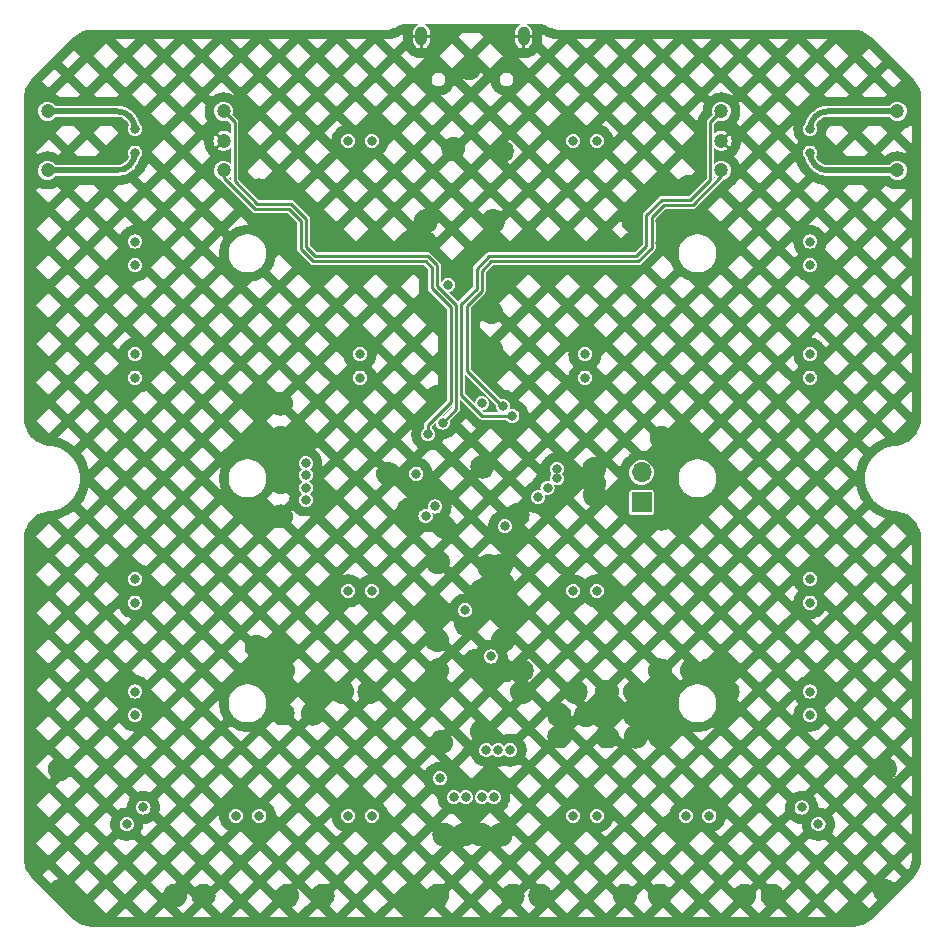
<source format=gbr>
%TF.GenerationSoftware,KiCad,Pcbnew,8.0.8*%
%TF.CreationDate,2025-03-01T19:05:43+01:00*%
%TF.ProjectId,numbpad,6e756d62-7061-4642-9e6b-696361645f70,rev?*%
%TF.SameCoordinates,Original*%
%TF.FileFunction,Copper,L2,Inr*%
%TF.FilePolarity,Positive*%
%FSLAX46Y46*%
G04 Gerber Fmt 4.6, Leading zero omitted, Abs format (unit mm)*
G04 Created by KiCad (PCBNEW 8.0.8) date 2025-03-01 19:05:43*
%MOMM*%
%LPD*%
G01*
G04 APERTURE LIST*
%TA.AperFunction,ComponentPad*%
%ADD10C,0.800000*%
%TD*%
%TA.AperFunction,ComponentPad*%
%ADD11C,1.200000*%
%TD*%
%TA.AperFunction,ComponentPad*%
%ADD12R,1.700000X1.700000*%
%TD*%
%TA.AperFunction,ComponentPad*%
%ADD13O,1.700000X1.700000*%
%TD*%
%TA.AperFunction,ComponentPad*%
%ADD14O,1.000000X1.600000*%
%TD*%
%TA.AperFunction,ViaPad*%
%ADD15C,0.800000*%
%TD*%
%TA.AperFunction,Conductor*%
%ADD16C,0.500000*%
%TD*%
%TA.AperFunction,Conductor*%
%ADD17C,0.250000*%
%TD*%
G04 APERTURE END LIST*
D10*
%TO.N,Col 3*%
%TO.C,SW4*%
X162131250Y-128587500D03*
%TO.N,Row 3*%
X160131250Y-128587500D03*
%TD*%
%TO.N,Col 0*%
%TO.C,SW13*%
X114213357Y-127880393D03*
%TO.N,Row 3*%
X112799143Y-129294607D03*
%TD*%
%TO.N,Col 1*%
%TO.C,SW14*%
X133556250Y-128587500D03*
%TO.N,Row 3*%
X131556250Y-128587500D03*
%TD*%
%TO.N,Col 2*%
%TO.C,SW11*%
X152606250Y-109537500D03*
%TO.N,Row 2*%
X150606250Y-109537500D03*
%TD*%
%TO.N,Col 0*%
%TO.C,SW22*%
X122031250Y-128587500D03*
%TO.N,Row 3*%
X124031250Y-128587500D03*
%TD*%
%TO.N,Col 1*%
%TO.C,SW10*%
X131556250Y-109537500D03*
%TO.N,Row 2*%
X133556250Y-109537500D03*
%TD*%
%TO.N,Col 0*%
%TO.C,SW5*%
X113506250Y-89487500D03*
%TO.N,Row 1*%
X113506250Y-91487500D03*
%TD*%
%TO.N,Col 1*%
%TO.C,SW2*%
X131556250Y-71437500D03*
%TO.N,Row 0*%
X133556250Y-71437500D03*
%TD*%
%TO.N,Col 2*%
%TO.C,SW15*%
X150606250Y-128587500D03*
%TO.N,Row 3*%
X152606250Y-128587500D03*
%TD*%
%TO.N,Col 3*%
%TO.C,SW21*%
X170656250Y-120062500D03*
%TO.N,Row 2*%
X170656250Y-118062500D03*
%TD*%
D11*
%TO.N,Col 3*%
%TO.C,SW23*%
X178056250Y-68937500D03*
D10*
X170656250Y-70437500D03*
%TO.N,Row 0*%
X170656250Y-72437500D03*
D11*
X178056250Y-73937500D03*
%TO.N,rotC*%
X163156250Y-73937500D03*
%TO.N,rotD*%
X163156250Y-68937500D03*
%TO.N,GND*%
X163156250Y-71437500D03*
%TD*%
D10*
%TO.N,Col 2*%
%TO.C,SW7*%
X151606250Y-89487500D03*
%TO.N,Row 1*%
X151606250Y-91487500D03*
%TD*%
%TO.N,Col 0*%
%TO.C,SW18*%
X113506250Y-81962500D03*
%TO.N,Row 0*%
X113506250Y-79962500D03*
%TD*%
%TO.N,Col 3*%
%TO.C,SW19*%
X170656250Y-81962500D03*
%TO.N,Row 0*%
X170656250Y-79962500D03*
%TD*%
%TO.N,Col 2*%
%TO.C,SW3*%
X152606250Y-71437500D03*
%TO.N,Row 0*%
X150606250Y-71437500D03*
%TD*%
%TO.N,Col 1*%
%TO.C,SW6*%
X132556250Y-89487500D03*
%TO.N,Row 1*%
X132556250Y-91487500D03*
%TD*%
D11*
%TO.N,Row 0*%
%TO.C,SW20*%
X106106250Y-73937500D03*
D10*
X113506250Y-72437500D03*
%TO.N,Col 0*%
X113506250Y-70437500D03*
D11*
X106106250Y-68937500D03*
%TO.N,rotA*%
X121006250Y-68937500D03*
%TO.N,rotB*%
X121006250Y-73937500D03*
%TO.N,GND*%
X121006250Y-71437500D03*
%TD*%
D10*
%TO.N,Col 3*%
%TO.C,SW12*%
X170656250Y-108537500D03*
%TO.N,Row 2*%
X170656250Y-110537500D03*
%TD*%
%TO.N,Col 0*%
%TO.C,SW1*%
X113506250Y-120062500D03*
%TO.N,Row 2*%
X113506250Y-118062500D03*
%TD*%
%TO.N,Col 3*%
%TO.C,SW8*%
X170656250Y-89487500D03*
%TO.N,Row 1*%
X170656250Y-91487500D03*
%TD*%
%TO.N,Col 3*%
%TO.C,SW16*%
X169949143Y-127880393D03*
%TO.N,Row 3*%
X171363357Y-129294607D03*
%TD*%
%TO.N,Col 0*%
%TO.C,SW9*%
X113506250Y-108537500D03*
%TO.N,Row 2*%
X113506250Y-110537500D03*
%TD*%
D12*
%TO.N,+3V3*%
%TO.C,SW17*%
X156393750Y-102056250D03*
D13*
%TO.N,BOOT0*%
X156393750Y-99516250D03*
%TD*%
D14*
%TO.N,GND*%
%TO.C,USB1*%
X137761250Y-62582000D03*
X146401250Y-62582000D03*
%TD*%
D15*
%TO.N,GND*%
X157986742Y-80046713D03*
X158102921Y-96591440D03*
X128560169Y-119924867D03*
X140462439Y-72115502D03*
X125849407Y-98713618D03*
X158102921Y-98687753D03*
X170656250Y-128587500D03*
X165100000Y-135335746D03*
X142875000Y-121443750D03*
X144555128Y-72302890D03*
X143461949Y-107424502D03*
X142875000Y-109537500D03*
X153465203Y-121869115D03*
X144810011Y-116280637D03*
X160642115Y-116280637D03*
X141789150Y-65266100D03*
X145470489Y-135335746D03*
X125849407Y-100336735D03*
X133350000Y-118088199D03*
X143673407Y-90874178D03*
X138151261Y-78220707D03*
X123911461Y-96591440D03*
X123911461Y-103226375D03*
X163687782Y-116280637D03*
X167481250Y-135335746D03*
X141511520Y-112325933D03*
X150812500Y-118088199D03*
X163687782Y-118088199D03*
X149441651Y-120059630D03*
X141287500Y-130175000D03*
X129064575Y-78220707D03*
X116878379Y-135335746D03*
X136722129Y-135335746D03*
X125993783Y-118088199D03*
X145902294Y-103109402D03*
X144659629Y-111352137D03*
X143673407Y-89127137D03*
X157949217Y-116280637D03*
X107156250Y-124618750D03*
X143822948Y-78220707D03*
X139103379Y-135335746D03*
X155702993Y-78220707D03*
X153461872Y-120059630D03*
X127892508Y-96591440D03*
X154978379Y-135335746D03*
X157956250Y-135335746D03*
X113506250Y-128587500D03*
X139103379Y-93095887D03*
X162032296Y-116280637D03*
X139421674Y-122352924D03*
X129381250Y-135335746D03*
X142915704Y-99022551D03*
X143673407Y-85952137D03*
X124022129Y-75633387D03*
X155875557Y-120059630D03*
X126199219Y-75633387D03*
X138095928Y-80046713D03*
X146247129Y-116280637D03*
X143072129Y-116280637D03*
X141006260Y-83644850D03*
X157986742Y-75366998D03*
X142875000Y-130175000D03*
X139103378Y-116280637D03*
X152390997Y-100424844D03*
X125849407Y-103238671D03*
X136722129Y-102620887D03*
X123798886Y-116280637D03*
X160347639Y-78220707D03*
X152400000Y-99218750D03*
X142295737Y-115462072D03*
X157986742Y-78220707D03*
X177006250Y-134937500D03*
X134937500Y-99618750D03*
X139103379Y-113733387D03*
X144659629Y-113733387D03*
X139153314Y-107099528D03*
X152434072Y-101415564D03*
X131065030Y-118088199D03*
X139700000Y-130175000D03*
X126049116Y-114272087D03*
X155892469Y-121880308D03*
X129113380Y-80046713D03*
X125849407Y-93693108D03*
X126049116Y-116280637D03*
X146285628Y-118088199D03*
X149442492Y-121869115D03*
X107156250Y-134937500D03*
X160365447Y-103414637D03*
X144462500Y-130175000D03*
X124022129Y-78220707D03*
X126403379Y-135335746D03*
X157949217Y-121869115D03*
X160365447Y-96591440D03*
X139103379Y-118088199D03*
X139103379Y-111352137D03*
X158102921Y-101033387D03*
X125849407Y-96591440D03*
X147834629Y-135335746D03*
X119306589Y-135335746D03*
X153448377Y-118088199D03*
X144659629Y-108970887D03*
X139103379Y-85952137D03*
X126001561Y-119915563D03*
X142574146Y-90862556D03*
X144474207Y-107424502D03*
X160347639Y-75342596D03*
X151685617Y-120059630D03*
X139709462Y-104147410D03*
X128550451Y-118088199D03*
X155858181Y-118088199D03*
X123798886Y-114272087D03*
X126199219Y-80046713D03*
X155702993Y-80046713D03*
X157949217Y-118088199D03*
X123911461Y-93693108D03*
X177006250Y-124618750D03*
X157949217Y-120059630D03*
X143850614Y-80046713D03*
X126199219Y-78220707D03*
X158102921Y-103414637D03*
%TO.N,+3V3*%
X139306250Y-125412500D03*
X144807031Y-104064219D03*
X137318750Y-99618750D03*
X149225000Y-100012500D03*
X141451986Y-111166484D03*
X142875000Y-93662500D03*
X140006570Y-83619858D03*
X149225000Y-99218750D03*
%TO.N,Row 0*%
X127968108Y-99727137D03*
%TO.N,Row 3*%
X127977563Y-101827137D03*
%TO.N,Row 1*%
X127963373Y-98727146D03*
%TO.N,Row 2*%
X127968108Y-100806250D03*
%TO.N,Col 0*%
X141505801Y-127012548D03*
%TO.N,Col 1*%
X140493750Y-127000000D03*
%TO.N,Col 2*%
X143874503Y-127000000D03*
%TO.N,Col 3*%
X142875000Y-127000000D03*
%TO.N,APLEX_EN_PIN_0*%
X143668750Y-115093750D03*
X147637500Y-101600000D03*
%TO.N,AMUX_SEL_2*%
X148431250Y-100806250D03*
X145256250Y-123031250D03*
%TO.N,AMUX_SEL_1*%
X138906250Y-102393750D03*
X144256747Y-123031250D03*
%TO.N,AMUX_SEL_0*%
X143257244Y-123031250D03*
X138112500Y-103187500D03*
%TO.N,rotA*%
X139548614Y-95286847D03*
%TO.N,rotB*%
X138309629Y-96270887D03*
%TO.N,rotC*%
X144659629Y-93889637D03*
%TO.N,rotD*%
X145453379Y-94717109D03*
%TD*%
D16*
%TO.N,Row 0*%
X178056250Y-73937500D02*
X172156250Y-73937500D01*
X106106250Y-73937500D02*
X112006250Y-73937500D01*
X112006250Y-73937500D02*
G75*
G03*
X113506200Y-72437500I-50J1500000D01*
G01*
X172156250Y-73937500D02*
G75*
G02*
X170656300Y-72437500I50J1500000D01*
G01*
%TO.N,Col 0*%
X106106250Y-68937500D02*
X112006250Y-68937500D01*
X112006250Y-68937500D02*
G75*
G02*
X113506200Y-70437500I-50J-1500000D01*
G01*
%TO.N,Col 3*%
X172156250Y-68937500D02*
X178056250Y-68937500D01*
X170656250Y-70437500D02*
G75*
G02*
X172156250Y-68937450I1500050J0D01*
G01*
D17*
%TO.N,rotA*%
X121931250Y-74877137D02*
X123825000Y-76770887D01*
X138309629Y-81189637D02*
X139103379Y-81983387D01*
X140690879Y-94144582D02*
X139548614Y-95286847D01*
X128784629Y-81189637D02*
X138309629Y-81189637D01*
X121006250Y-68937500D02*
X121931250Y-69862500D01*
X140690879Y-85329472D02*
X140690879Y-94144582D01*
X139103379Y-81983387D02*
X139103379Y-83741972D01*
X121931250Y-69862500D02*
X121931250Y-74877137D01*
X123825000Y-76770887D02*
X126747129Y-76770887D01*
X126747129Y-76770887D02*
X127990879Y-78014637D01*
X127990879Y-80395887D02*
X128784629Y-81189637D01*
X127990879Y-78014637D02*
X127990879Y-80395887D01*
X139103379Y-83741972D02*
X140690879Y-85329472D01*
%TO.N,rotB*%
X140240879Y-85515868D02*
X140240879Y-93545887D01*
X121006250Y-73937500D02*
X121006250Y-74588533D01*
X128598233Y-81639637D02*
X138123233Y-81639637D01*
X138653379Y-82169783D02*
X138653379Y-83928368D01*
X121006250Y-74588533D02*
X123638604Y-77220887D01*
X127540879Y-78201033D02*
X127540879Y-80582283D01*
X140240879Y-93545887D02*
X138309629Y-95477137D01*
X138309629Y-95477137D02*
X138309629Y-96270887D01*
X123638604Y-77220887D02*
X126560733Y-77220887D01*
X138653379Y-83928368D02*
X140240879Y-85515868D01*
X127540879Y-80582283D02*
X128598233Y-81639637D01*
X126560733Y-77220887D02*
X127540879Y-78201033D01*
X138123233Y-81639637D02*
X138653379Y-82169783D01*
%TO.N,rotC*%
X160721025Y-76877137D02*
X163156250Y-74441912D01*
X144575922Y-93889637D02*
X141590879Y-90904594D01*
X157261742Y-80493774D02*
X157261742Y-77920402D01*
X158305007Y-76877137D02*
X160721025Y-76877137D01*
X156115879Y-81639637D02*
X157261742Y-80493774D01*
X141590879Y-90904594D02*
X141590879Y-85421621D01*
X141590879Y-85421621D02*
X142875000Y-84137500D01*
X143668750Y-81639637D02*
X156115879Y-81639637D01*
X163156250Y-74441912D02*
X163156250Y-73937500D01*
X142875000Y-84137500D02*
X142875000Y-82433387D01*
X157261742Y-77920402D02*
X158305007Y-76877137D01*
X142875000Y-82433387D02*
X143668750Y-81639637D01*
X144659629Y-93889637D02*
X144575922Y-93889637D01*
%TO.N,rotD*%
X156811742Y-80307378D02*
X156811742Y-77734006D01*
X141140879Y-85235225D02*
X142425000Y-83951104D01*
X162231250Y-69862500D02*
X163156250Y-68937500D01*
X162231250Y-74730516D02*
X162231250Y-69862500D01*
X142904304Y-94717109D02*
X141140879Y-92953684D01*
X143482354Y-81189637D02*
X155929483Y-81189637D01*
X142425000Y-83951104D02*
X142425000Y-82246991D01*
X142425000Y-82246991D02*
X143482354Y-81189637D01*
X145453379Y-94717109D02*
X142904304Y-94717109D01*
X155929483Y-81189637D02*
X156811742Y-80307378D01*
X141140879Y-92953684D02*
X141140879Y-85235225D01*
X158118611Y-76427137D02*
X160534629Y-76427137D01*
X156811742Y-77734006D02*
X158118611Y-76427137D01*
X160534629Y-76427137D02*
X162231250Y-74730516D01*
%TD*%
%TA.AperFunction,Conductor*%
%TO.N,GND*%
G36*
X137551100Y-61540868D02*
G01*
X137554468Y-61549000D01*
X137551100Y-61557132D01*
X137545211Y-61560279D01*
X137542488Y-61560820D01*
X137542483Y-61560821D01*
X137405989Y-61617360D01*
X137283156Y-61699434D01*
X137178684Y-61803906D01*
X137096610Y-61926739D01*
X137040071Y-62063233D01*
X137040070Y-62063238D01*
X137011250Y-62208131D01*
X137011250Y-62456999D01*
X137011251Y-62457000D01*
X137461250Y-62457000D01*
X137461250Y-62707000D01*
X137011251Y-62707000D01*
X137011250Y-62707001D01*
X137011250Y-62955868D01*
X137040070Y-63100761D01*
X137040071Y-63100766D01*
X137096610Y-63237260D01*
X137178684Y-63360093D01*
X137283156Y-63464565D01*
X137405989Y-63546639D01*
X137542483Y-63603178D01*
X137542488Y-63603179D01*
X137636249Y-63621829D01*
X137636250Y-63621828D01*
X137636250Y-63156242D01*
X137645454Y-63161556D01*
X137721754Y-63182000D01*
X137800746Y-63182000D01*
X137877046Y-63161556D01*
X137886250Y-63156242D01*
X137886250Y-63621829D01*
X137980011Y-63603179D01*
X137980016Y-63603178D01*
X138116510Y-63546639D01*
X138239343Y-63464565D01*
X138343815Y-63360093D01*
X138425889Y-63237260D01*
X138482428Y-63100766D01*
X138482429Y-63100761D01*
X138511250Y-62955868D01*
X138511250Y-62707001D01*
X138511249Y-62707000D01*
X138061250Y-62707000D01*
X138061250Y-62606550D01*
X140902526Y-62606550D01*
X141964600Y-63668624D01*
X143026673Y-62606550D01*
X142755623Y-62335500D01*
X141173577Y-62335500D01*
X140902526Y-62606550D01*
X138061250Y-62606550D01*
X138061250Y-62457000D01*
X138511249Y-62457000D01*
X138511250Y-62456999D01*
X138511250Y-62208131D01*
X138482429Y-62063238D01*
X138482428Y-62063233D01*
X138425889Y-61926739D01*
X138343815Y-61803906D01*
X138239343Y-61699434D01*
X138116510Y-61617360D01*
X137980016Y-61560821D01*
X137980011Y-61560820D01*
X137977289Y-61560279D01*
X137969970Y-61555389D01*
X137968253Y-61546757D01*
X137973143Y-61539438D01*
X137979532Y-61537500D01*
X146182968Y-61537500D01*
X146191100Y-61540868D01*
X146194468Y-61549000D01*
X146191100Y-61557132D01*
X146185211Y-61560279D01*
X146182488Y-61560820D01*
X146182483Y-61560821D01*
X146045989Y-61617360D01*
X145923156Y-61699434D01*
X145818684Y-61803906D01*
X145736610Y-61926739D01*
X145680071Y-62063233D01*
X145680070Y-62063238D01*
X145651250Y-62208131D01*
X145651250Y-62456999D01*
X145651251Y-62457000D01*
X146101250Y-62457000D01*
X146101250Y-62707000D01*
X145651251Y-62707000D01*
X145651250Y-62707001D01*
X145651250Y-62955868D01*
X145680070Y-63100761D01*
X145680071Y-63100766D01*
X145736610Y-63237260D01*
X145818684Y-63360093D01*
X145923156Y-63464565D01*
X146045989Y-63546639D01*
X146182483Y-63603178D01*
X146182488Y-63603179D01*
X146276249Y-63621829D01*
X146276250Y-63621828D01*
X146276250Y-63156242D01*
X146285454Y-63161556D01*
X146361754Y-63182000D01*
X146440746Y-63182000D01*
X146517046Y-63161556D01*
X146526250Y-63156242D01*
X146526250Y-63621829D01*
X146620011Y-63603179D01*
X146620016Y-63603178D01*
X146756510Y-63546639D01*
X146879343Y-63464565D01*
X146983815Y-63360093D01*
X147065889Y-63237260D01*
X147110703Y-63129072D01*
X147930431Y-63129072D01*
X148469982Y-63668623D01*
X149303105Y-62835500D01*
X150889549Y-62835500D01*
X151722674Y-63668624D01*
X152555799Y-62835500D01*
X154142240Y-62835500D01*
X154975365Y-63668624D01*
X155808490Y-62835500D01*
X157394931Y-62835500D01*
X158228056Y-63668624D01*
X159061181Y-62835500D01*
X160647623Y-62835500D01*
X161480747Y-63668624D01*
X162313872Y-62835500D01*
X163900314Y-62835500D01*
X164733438Y-63668624D01*
X165566563Y-62835500D01*
X167153005Y-62835500D01*
X167986130Y-63668624D01*
X168819255Y-62835500D01*
X170405696Y-62835500D01*
X171238821Y-63668624D01*
X172071946Y-62835500D01*
X170405696Y-62835500D01*
X168819255Y-62835500D01*
X167153005Y-62835500D01*
X165566563Y-62835500D01*
X163900314Y-62835500D01*
X162313872Y-62835500D01*
X160647623Y-62835500D01*
X159061181Y-62835500D01*
X157394931Y-62835500D01*
X155808490Y-62835500D01*
X154142240Y-62835500D01*
X152555799Y-62835500D01*
X150889549Y-62835500D01*
X149303105Y-62835500D01*
X149304799Y-62833806D01*
X149236480Y-62832414D01*
X149236044Y-62832396D01*
X149206708Y-62830684D01*
X149206273Y-62830651D01*
X149176425Y-62827770D01*
X149176000Y-62827721D01*
X149147396Y-62823881D01*
X149146973Y-62823816D01*
X148863000Y-62774871D01*
X148862515Y-62774777D01*
X148829975Y-62767717D01*
X148829494Y-62767601D01*
X148796572Y-62758963D01*
X148796104Y-62758830D01*
X148764744Y-62749166D01*
X148764282Y-62749013D01*
X148492920Y-62652634D01*
X148492518Y-62652482D01*
X148465612Y-62641778D01*
X148465216Y-62641612D01*
X148437807Y-62629504D01*
X148437413Y-62629321D01*
X148411128Y-62616503D01*
X148410742Y-62616306D01*
X148282930Y-62547895D01*
X148282883Y-62547870D01*
X148185521Y-62495179D01*
X147989555Y-62416001D01*
X147949250Y-62405452D01*
X147949250Y-62975510D01*
X147949236Y-62976076D01*
X147947359Y-63014181D01*
X147947317Y-63014745D01*
X147943467Y-63053734D01*
X147943398Y-63054293D01*
X147937825Y-63091830D01*
X147937729Y-63092385D01*
X147930431Y-63129072D01*
X147110703Y-63129072D01*
X147122428Y-63100766D01*
X147122429Y-63100761D01*
X147151250Y-62955868D01*
X147151250Y-62707001D01*
X147151249Y-62707000D01*
X146701250Y-62707000D01*
X146701250Y-62457000D01*
X147151249Y-62457000D01*
X147151250Y-62456999D01*
X147151250Y-62208131D01*
X147122429Y-62063238D01*
X147122428Y-62063233D01*
X147065889Y-61926739D01*
X146983815Y-61803906D01*
X146879343Y-61699434D01*
X146756510Y-61617360D01*
X146620016Y-61560821D01*
X146620011Y-61560820D01*
X146617289Y-61560279D01*
X146609970Y-61555389D01*
X146608253Y-61546757D01*
X146613143Y-61539438D01*
X146619532Y-61537500D01*
X147485329Y-61537500D01*
X147485512Y-61537500D01*
X147638455Y-61539943D01*
X147639712Y-61540034D01*
X147924491Y-61576672D01*
X147943102Y-61579067D01*
X147944547Y-61579348D01*
X147946259Y-61579796D01*
X148240373Y-61656767D01*
X148241759Y-61657226D01*
X148509998Y-61765605D01*
X148525374Y-61771818D01*
X148526539Y-61772367D01*
X148584817Y-61803906D01*
X148661104Y-61845192D01*
X148774049Y-61905645D01*
X149015435Y-61991377D01*
X149015437Y-61991377D01*
X149015439Y-61991378D01*
X149062797Y-61999540D01*
X149267871Y-62034888D01*
X149395950Y-62037500D01*
X174256184Y-62037500D01*
X174256373Y-62037502D01*
X174412720Y-62040055D01*
X174414030Y-62040150D01*
X174724236Y-62080995D01*
X174725686Y-62081284D01*
X175027799Y-62162238D01*
X175029222Y-62162720D01*
X175318191Y-62282416D01*
X175319532Y-62283078D01*
X175590379Y-62439451D01*
X175590388Y-62439456D01*
X175591639Y-62440291D01*
X175839852Y-62630748D01*
X175840849Y-62631608D01*
X175953243Y-62740383D01*
X175953377Y-62740515D01*
X179353241Y-66140379D01*
X179353368Y-66140508D01*
X179462217Y-66252837D01*
X179463081Y-66253839D01*
X179653543Y-66502047D01*
X179654379Y-66503298D01*
X179810768Y-66774165D01*
X179811434Y-66775514D01*
X179931135Y-67064492D01*
X179931618Y-67065917D01*
X180012570Y-67368028D01*
X180012864Y-67369503D01*
X180053703Y-67679699D01*
X180053800Y-67681020D01*
X180055165Y-67768262D01*
X180056249Y-67837500D01*
X180056250Y-67837661D01*
X180056250Y-94877990D01*
X180056249Y-94878165D01*
X180053988Y-95026830D01*
X180053900Y-95028082D01*
X180016997Y-95323142D01*
X180016732Y-95324547D01*
X179943517Y-95612671D01*
X179943079Y-95614033D01*
X179834674Y-95890839D01*
X179834071Y-95892135D01*
X179692151Y-96153351D01*
X179691391Y-96154563D01*
X179518156Y-96396139D01*
X179517253Y-96397247D01*
X179315366Y-96615470D01*
X179314331Y-96616457D01*
X179086932Y-96807930D01*
X179085783Y-96808781D01*
X178836377Y-96970555D01*
X178835131Y-96971257D01*
X178567579Y-97100828D01*
X178566256Y-97101370D01*
X178284694Y-97196736D01*
X178283314Y-97197110D01*
X177991995Y-97256816D01*
X177990753Y-97257000D01*
X177842665Y-97270806D01*
X177842658Y-97270807D01*
X177679055Y-97285957D01*
X177356852Y-97350334D01*
X177044616Y-97452647D01*
X176746795Y-97591436D01*
X176700791Y-97619993D01*
X176467634Y-97764725D01*
X176467630Y-97764727D01*
X176467627Y-97764730D01*
X176211117Y-97970036D01*
X176211112Y-97970041D01*
X175980877Y-98204470D01*
X175980873Y-98204474D01*
X175780226Y-98464648D01*
X175780218Y-98464660D01*
X175612004Y-98746888D01*
X175560948Y-98861819D01*
X175478614Y-99047160D01*
X175478611Y-99047166D01*
X175478605Y-99047180D01*
X175381946Y-99361202D01*
X175323394Y-99684511D01*
X175323392Y-99684528D01*
X175303783Y-100012491D01*
X175303783Y-100012508D01*
X175323392Y-100340471D01*
X175323394Y-100340488D01*
X175381946Y-100663797D01*
X175478605Y-100977819D01*
X175478607Y-100977824D01*
X175478609Y-100977830D01*
X175610723Y-101275227D01*
X175612004Y-101278111D01*
X175780218Y-101560339D01*
X175780226Y-101560351D01*
X175980873Y-101820525D01*
X175980877Y-101820529D01*
X175980881Y-101820534D01*
X176176178Y-102019388D01*
X176211112Y-102054958D01*
X176211117Y-102054963D01*
X176396220Y-102203116D01*
X176467634Y-102260275D01*
X176746794Y-102433563D01*
X177044615Y-102572352D01*
X177356851Y-102674665D01*
X177679055Y-102739043D01*
X177842656Y-102754192D01*
X177842657Y-102754193D01*
X177842658Y-102754193D01*
X177990088Y-102767876D01*
X177991322Y-102768059D01*
X178281335Y-102827344D01*
X178282694Y-102827711D01*
X178563076Y-102922336D01*
X178564389Y-102922871D01*
X178830949Y-103051410D01*
X178832183Y-103052103D01*
X179080808Y-103212574D01*
X179081945Y-103213411D01*
X179308855Y-103403372D01*
X179309878Y-103404343D01*
X179351850Y-103449399D01*
X179511585Y-103620877D01*
X179512488Y-103621977D01*
X179685897Y-103861758D01*
X179686659Y-103862961D01*
X179829122Y-104122328D01*
X179829728Y-104123615D01*
X179939061Y-104398589D01*
X179939504Y-104399942D01*
X180014034Y-104686311D01*
X180014307Y-104687707D01*
X180052906Y-104981190D01*
X180053001Y-104982438D01*
X180056247Y-105130323D01*
X180056250Y-105130575D01*
X180056250Y-132187382D01*
X180056249Y-132187564D01*
X180053780Y-132343981D01*
X180053683Y-132345300D01*
X180012855Y-132655498D01*
X180012561Y-132656973D01*
X179931618Y-132959086D01*
X179931135Y-132960511D01*
X179811440Y-133249491D01*
X179810774Y-133250840D01*
X179654391Y-133521705D01*
X179653556Y-133522956D01*
X179463089Y-133771176D01*
X179462223Y-133772179D01*
X179353368Y-133884491D01*
X179353242Y-133884619D01*
X175953370Y-137284491D01*
X175953241Y-137284618D01*
X175840909Y-137393464D01*
X175839907Y-137394328D01*
X175591703Y-137584796D01*
X175590452Y-137585632D01*
X175319586Y-137742025D01*
X175318237Y-137742691D01*
X175029259Y-137862393D01*
X175027834Y-137862876D01*
X174725723Y-137943827D01*
X174724248Y-137944121D01*
X174414051Y-137984956D01*
X174412730Y-137985053D01*
X174335883Y-137986254D01*
X174256250Y-137987499D01*
X174256094Y-137987500D01*
X109906366Y-137987500D01*
X109906186Y-137987499D01*
X109749770Y-137985048D01*
X109748449Y-137984951D01*
X109438250Y-137944117D01*
X109436775Y-137943823D01*
X109134663Y-137862875D01*
X109133238Y-137862392D01*
X108844258Y-137742694D01*
X108842909Y-137742028D01*
X108572044Y-137585643D01*
X108570793Y-137584808D01*
X108322573Y-137394339D01*
X108321570Y-137393473D01*
X108209258Y-137284618D01*
X108209130Y-137284492D01*
X108114138Y-137189500D01*
X111857254Y-137189500D01*
X113523505Y-137189500D01*
X115109945Y-137189500D01*
X116776197Y-137189500D01*
X118362636Y-137189500D01*
X120028888Y-137189500D01*
X121615327Y-137189500D01*
X123281579Y-137189500D01*
X124868018Y-137189500D01*
X126534270Y-137189500D01*
X128120710Y-137189500D01*
X129786961Y-137189500D01*
X131373401Y-137189500D01*
X133039652Y-137189500D01*
X134626092Y-137189500D01*
X136292344Y-137189500D01*
X137878783Y-137189500D01*
X139545035Y-137189500D01*
X141131474Y-137189500D01*
X142797726Y-137189500D01*
X144384166Y-137189500D01*
X146050417Y-137189500D01*
X147636857Y-137189500D01*
X149303108Y-137189500D01*
X150889548Y-137189500D01*
X152555800Y-137189500D01*
X154142239Y-137189500D01*
X155808491Y-137189500D01*
X157394930Y-137189500D01*
X159061182Y-137189500D01*
X160647622Y-137189500D01*
X162313873Y-137189500D01*
X163900313Y-137189500D01*
X165566564Y-137189500D01*
X167153004Y-137189500D01*
X168819256Y-137189500D01*
X170405695Y-137189500D01*
X172071947Y-137189500D01*
X171238821Y-136356374D01*
X170405695Y-137189500D01*
X168819256Y-137189500D01*
X167986130Y-136356374D01*
X167153004Y-137189500D01*
X165566564Y-137189500D01*
X164733438Y-136356374D01*
X163900313Y-137189500D01*
X162313873Y-137189500D01*
X161480747Y-136356374D01*
X160647622Y-137189500D01*
X159061182Y-137189500D01*
X158228056Y-136356374D01*
X157394930Y-137189500D01*
X155808491Y-137189500D01*
X154975364Y-136356373D01*
X154142239Y-137189500D01*
X152555800Y-137189500D01*
X151722674Y-136356374D01*
X150889548Y-137189500D01*
X149303108Y-137189500D01*
X148469982Y-136356374D01*
X147636857Y-137189500D01*
X146050417Y-137189500D01*
X145217291Y-136356374D01*
X144384166Y-137189500D01*
X142797726Y-137189500D01*
X141964600Y-136356374D01*
X141131474Y-137189500D01*
X139545035Y-137189500D01*
X138711909Y-136356374D01*
X137878783Y-137189500D01*
X136292344Y-137189500D01*
X135459218Y-136356374D01*
X134626092Y-137189500D01*
X133039652Y-137189500D01*
X132206526Y-136356374D01*
X131373401Y-137189500D01*
X129786961Y-137189500D01*
X128953835Y-136356374D01*
X128120710Y-137189500D01*
X126534270Y-137189500D01*
X125701144Y-136356374D01*
X124868018Y-137189500D01*
X123281579Y-137189500D01*
X122448453Y-136356374D01*
X121615327Y-137189500D01*
X120028888Y-137189500D01*
X119195762Y-136356374D01*
X118362636Y-137189500D01*
X116776197Y-137189500D01*
X115943071Y-136356374D01*
X115109945Y-137189500D01*
X113523505Y-137189500D01*
X112690379Y-136356374D01*
X111857254Y-137189500D01*
X108114138Y-137189500D01*
X106716740Y-135792102D01*
X110001960Y-135792102D01*
X111064034Y-136854176D01*
X112126107Y-135792102D01*
X113254651Y-135792102D01*
X114316725Y-136854176D01*
X114835707Y-136335194D01*
X117050434Y-136335194D01*
X117569415Y-136854175D01*
X118367833Y-136055757D01*
X120023689Y-136055757D01*
X120822107Y-136854175D01*
X121884180Y-135792102D01*
X123012725Y-135792102D01*
X124074798Y-136854175D01*
X124643904Y-136285070D01*
X126758384Y-136285070D01*
X127327490Y-136854176D01*
X127987207Y-136194458D01*
X129920463Y-136194458D01*
X130580181Y-136854176D01*
X131642254Y-135792102D01*
X132770798Y-135792102D01*
X133832872Y-136854176D01*
X134505110Y-136181937D01*
X139666016Y-136181937D01*
X140338254Y-136854175D01*
X141400328Y-135792102D01*
X142528872Y-135792102D01*
X143590945Y-136854175D01*
X144325189Y-136119931D01*
X146109392Y-136119931D01*
X146843636Y-136854175D01*
X147430923Y-136266888D01*
X147270949Y-136181381D01*
X147269074Y-136180129D01*
X147116805Y-136055164D01*
X147115211Y-136053570D01*
X146990246Y-135901301D01*
X146988994Y-135899426D01*
X146931628Y-135792102D01*
X149034254Y-135792102D01*
X150096328Y-136854176D01*
X151158401Y-135792102D01*
X152286945Y-135792102D01*
X153349018Y-136854175D01*
X154206365Y-135996828D01*
X155744363Y-135996828D01*
X156601710Y-136854175D01*
X157327565Y-136128319D01*
X157238426Y-136055164D01*
X157236832Y-136053570D01*
X157111867Y-135901301D01*
X157110615Y-135899426D01*
X157076560Y-135835713D01*
X158835939Y-135835713D01*
X159854402Y-136854176D01*
X160916475Y-135792102D01*
X162045019Y-135792102D01*
X163107093Y-136854176D01*
X163790237Y-136171031D01*
X165676639Y-136171031D01*
X166359783Y-136854175D01*
X166992517Y-136221441D01*
X166917570Y-136181381D01*
X166915695Y-136180129D01*
X166763426Y-136055164D01*
X166761832Y-136053570D01*
X166636867Y-135901301D01*
X166635615Y-135899426D01*
X166578249Y-135792102D01*
X168550401Y-135792102D01*
X169612475Y-136854175D01*
X170674548Y-135792102D01*
X171803093Y-135792102D01*
X172865166Y-136854175D01*
X173927240Y-135792102D01*
X175055784Y-135792102D01*
X175686498Y-136422816D01*
X176378485Y-135730828D01*
X176288426Y-135656918D01*
X176286832Y-135655324D01*
X176161867Y-135503055D01*
X176160615Y-135501180D01*
X176067758Y-135327456D01*
X176066895Y-135325373D01*
X176009714Y-135136872D01*
X176009274Y-135134661D01*
X175989966Y-134938627D01*
X175989966Y-134936373D01*
X175998536Y-134849349D01*
X175055784Y-135792102D01*
X173927240Y-135792102D01*
X172865166Y-134730028D01*
X171803093Y-135792102D01*
X170674548Y-135792102D01*
X169612475Y-134730028D01*
X168550401Y-135792102D01*
X166578249Y-135792102D01*
X166542758Y-135725702D01*
X166541895Y-135723619D01*
X166484714Y-135535118D01*
X166484274Y-135532907D01*
X166464966Y-135336873D01*
X166464966Y-135334619D01*
X166484274Y-135138585D01*
X166484714Y-135136374D01*
X166541895Y-134947873D01*
X166542758Y-134945790D01*
X166554178Y-134924423D01*
X166359783Y-134730028D01*
X166063230Y-135026581D01*
X166096536Y-135136374D01*
X166096976Y-135138585D01*
X166116284Y-135334619D01*
X166116284Y-135336873D01*
X166096976Y-135532907D01*
X166096536Y-135535118D01*
X166039355Y-135723619D01*
X166038492Y-135725702D01*
X165945635Y-135899426D01*
X165944383Y-135901301D01*
X165819418Y-136053570D01*
X165817824Y-136055164D01*
X165676639Y-136171031D01*
X163790237Y-136171031D01*
X164169166Y-135792102D01*
X163107093Y-134730028D01*
X162045019Y-135792102D01*
X160916475Y-135792102D01*
X159854401Y-134730028D01*
X158910754Y-135673674D01*
X158895605Y-135723619D01*
X158894742Y-135725702D01*
X158835939Y-135835713D01*
X157076560Y-135835713D01*
X157017758Y-135725702D01*
X157016895Y-135723619D01*
X156959714Y-135535118D01*
X156959274Y-135532907D01*
X156939966Y-135336873D01*
X156939966Y-135334619D01*
X156959274Y-135138585D01*
X156959714Y-135136374D01*
X156970965Y-135099283D01*
X156601710Y-134730028D01*
X155994640Y-135337098D01*
X155975355Y-135532907D01*
X155974915Y-135535118D01*
X155917734Y-135723619D01*
X155916871Y-135725702D01*
X155824014Y-135899426D01*
X155822762Y-135901301D01*
X155744363Y-135996828D01*
X154206365Y-135996828D01*
X154209676Y-135993517D01*
X154133996Y-135901301D01*
X154132744Y-135899426D01*
X154039887Y-135725702D01*
X154039024Y-135723619D01*
X153981843Y-135535118D01*
X153981403Y-135532907D01*
X153962775Y-135343784D01*
X153349019Y-134730028D01*
X152286945Y-135792102D01*
X151158401Y-135792102D01*
X150096328Y-134730028D01*
X149034254Y-135792102D01*
X146931628Y-135792102D01*
X146896137Y-135725702D01*
X146895274Y-135723619D01*
X146838093Y-135535118D01*
X146837653Y-135532907D01*
X146818345Y-135336873D01*
X146818345Y-135334619D01*
X146837653Y-135138585D01*
X146838093Y-135136374D01*
X146895274Y-134947873D01*
X146896137Y-134945790D01*
X146953004Y-134839396D01*
X146843636Y-134730028D01*
X146460104Y-135113560D01*
X146467025Y-135136374D01*
X146467465Y-135138585D01*
X146486773Y-135334619D01*
X146486773Y-135336873D01*
X146467465Y-135532907D01*
X146467025Y-135535118D01*
X146409844Y-135723619D01*
X146408981Y-135725702D01*
X146316124Y-135899426D01*
X146314872Y-135901301D01*
X146189907Y-136053570D01*
X146188312Y-136055164D01*
X146109392Y-136119931D01*
X144325189Y-136119931D01*
X144597280Y-135847840D01*
X144531997Y-135725702D01*
X144531134Y-135723619D01*
X144507880Y-135646962D01*
X143590946Y-134730028D01*
X142528872Y-135792102D01*
X141400328Y-135792102D01*
X140338254Y-134730028D01*
X140060811Y-135007470D01*
X140099915Y-135136374D01*
X140100355Y-135138585D01*
X140119663Y-135334619D01*
X140119663Y-135336873D01*
X140100355Y-135532907D01*
X140099915Y-135535118D01*
X140042734Y-135723619D01*
X140041871Y-135725702D01*
X139949014Y-135899426D01*
X139947762Y-135901301D01*
X139822797Y-136053570D01*
X139821203Y-136055164D01*
X139668934Y-136180129D01*
X139667059Y-136181381D01*
X139666016Y-136181937D01*
X134505110Y-136181937D01*
X134894945Y-135792102D01*
X133832872Y-134730028D01*
X132770798Y-135792102D01*
X131642254Y-135792102D01*
X130580180Y-134730028D01*
X130330316Y-134979891D01*
X130377786Y-135136374D01*
X130378226Y-135138585D01*
X130397534Y-135334619D01*
X130397534Y-135336873D01*
X130378226Y-135532907D01*
X130377786Y-135535118D01*
X130320605Y-135723619D01*
X130319742Y-135725702D01*
X130226885Y-135899426D01*
X130225633Y-135901301D01*
X130100668Y-136053570D01*
X130099074Y-136055164D01*
X129946805Y-136180129D01*
X129944930Y-136181381D01*
X129920463Y-136194458D01*
X127987207Y-136194458D01*
X128389563Y-135792102D01*
X127327489Y-134730028D01*
X127261705Y-134795812D01*
X127341871Y-134945790D01*
X127342734Y-134947873D01*
X127399915Y-135136374D01*
X127400355Y-135138585D01*
X127419663Y-135334619D01*
X127419663Y-135336873D01*
X127400355Y-135532907D01*
X127399915Y-135535118D01*
X127342734Y-135723619D01*
X127341871Y-135725702D01*
X127249014Y-135899426D01*
X127247762Y-135901301D01*
X127122797Y-136053570D01*
X127121203Y-136055164D01*
X126968934Y-136180129D01*
X126967059Y-136181381D01*
X126793335Y-136274238D01*
X126791252Y-136275101D01*
X126758384Y-136285070D01*
X124643904Y-136285070D01*
X125136872Y-135792102D01*
X124074798Y-134730028D01*
X123012725Y-135792102D01*
X121884180Y-135792102D01*
X120822106Y-134730028D01*
X120313426Y-135238708D01*
X120322873Y-135334619D01*
X120322873Y-135336873D01*
X120303565Y-135532907D01*
X120303125Y-135535118D01*
X120245944Y-135723619D01*
X120245081Y-135725702D01*
X120152224Y-135899426D01*
X120150972Y-135901301D01*
X120026007Y-136053570D01*
X120024412Y-136055164D01*
X120023689Y-136055757D01*
X118367833Y-136055757D01*
X118489289Y-135934301D01*
X118462206Y-135901301D01*
X118460954Y-135899426D01*
X118368097Y-135725702D01*
X118367234Y-135723619D01*
X118310053Y-135535118D01*
X118309613Y-135532907D01*
X118302764Y-135463376D01*
X117831002Y-134991614D01*
X117874915Y-135136374D01*
X117875355Y-135138585D01*
X117894663Y-135334619D01*
X117894663Y-135336873D01*
X117875355Y-135532907D01*
X117874915Y-135535118D01*
X117817734Y-135723619D01*
X117816871Y-135725702D01*
X117724014Y-135899426D01*
X117722762Y-135901301D01*
X117597797Y-136053570D01*
X117596203Y-136055164D01*
X117443934Y-136180129D01*
X117442059Y-136181381D01*
X117268335Y-136274238D01*
X117266252Y-136275101D01*
X117077751Y-136332282D01*
X117075540Y-136332722D01*
X117050434Y-136335194D01*
X114835707Y-136335194D01*
X115378798Y-135792102D01*
X114316725Y-134730028D01*
X113254651Y-135792102D01*
X112126107Y-135792102D01*
X111064034Y-134730028D01*
X110001960Y-135792102D01*
X106716740Y-135792102D01*
X104809234Y-133884596D01*
X104809103Y-133884462D01*
X104700353Y-133772114D01*
X104699492Y-133771117D01*
X104581812Y-133617749D01*
X105670931Y-133617749D01*
X106362919Y-134309737D01*
X106436832Y-134219676D01*
X106438426Y-134218082D01*
X106502184Y-134165757D01*
X108375614Y-134165757D01*
X109437688Y-135227831D01*
X110499762Y-134165757D01*
X111628305Y-134165757D01*
X112690379Y-135227830D01*
X113752453Y-134165757D01*
X114880997Y-134165757D01*
X115878929Y-135163689D01*
X115881403Y-135138585D01*
X115881843Y-135136374D01*
X115939024Y-134947873D01*
X115939887Y-134945790D01*
X116032744Y-134772066D01*
X116033996Y-134770191D01*
X116158961Y-134617922D01*
X116160555Y-134616328D01*
X116312824Y-134491363D01*
X116314699Y-134490111D01*
X116488423Y-134397254D01*
X116490506Y-134396391D01*
X116679007Y-134339210D01*
X116681218Y-134338770D01*
X116848619Y-134322281D01*
X117005143Y-134165757D01*
X118133688Y-134165757D01*
X118586577Y-134618646D01*
X118587172Y-134617922D01*
X118588765Y-134616328D01*
X118741034Y-134491363D01*
X118742909Y-134490111D01*
X118916633Y-134397254D01*
X118918716Y-134396391D01*
X119107217Y-134339210D01*
X119109428Y-134338770D01*
X119305462Y-134319462D01*
X119307716Y-134319462D01*
X119503750Y-134338770D01*
X119505961Y-134339210D01*
X119694462Y-134396391D01*
X119696545Y-134397254D01*
X119870269Y-134490111D01*
X119872143Y-134491363D01*
X119905145Y-134518446D01*
X120257834Y-134165757D01*
X121386379Y-134165757D01*
X122448453Y-135227831D01*
X123510527Y-134165757D01*
X124639070Y-134165757D01*
X125454052Y-134980739D01*
X125464024Y-134947872D01*
X125464887Y-134945790D01*
X125557744Y-134772066D01*
X125558996Y-134770191D01*
X125683961Y-134617922D01*
X125685555Y-134616328D01*
X125837824Y-134491363D01*
X125839699Y-134490111D01*
X126013423Y-134397254D01*
X126015506Y-134396391D01*
X126204007Y-134339210D01*
X126206218Y-134338770D01*
X126402252Y-134319462D01*
X126404506Y-134319462D01*
X126591131Y-134337842D01*
X126763216Y-134165757D01*
X127891761Y-134165757D01*
X128522536Y-134796532D01*
X128535615Y-134772066D01*
X128536867Y-134770191D01*
X128661832Y-134617922D01*
X128663426Y-134616328D01*
X128815695Y-134491363D01*
X128817570Y-134490111D01*
X128991294Y-134397254D01*
X128993377Y-134396391D01*
X129181878Y-134339210D01*
X129184089Y-134338770D01*
X129380123Y-134319462D01*
X129382377Y-134319462D01*
X129578411Y-134338770D01*
X129580622Y-134339210D01*
X129769123Y-134396391D01*
X129771206Y-134397254D01*
X129779811Y-134401853D01*
X130015907Y-134165757D01*
X131144453Y-134165757D01*
X132206526Y-135227830D01*
X133268600Y-134165757D01*
X134397144Y-134165757D01*
X135459217Y-135227830D01*
X135832297Y-134854750D01*
X135876494Y-134772066D01*
X135877746Y-134770191D01*
X136002711Y-134617922D01*
X136004305Y-134616328D01*
X136156574Y-134491363D01*
X136158449Y-134490111D01*
X136241133Y-134445914D01*
X136521290Y-134165757D01*
X137649835Y-134165757D01*
X138257186Y-134773108D01*
X138257744Y-134772066D01*
X138258996Y-134770191D01*
X138383961Y-134617922D01*
X138385555Y-134616328D01*
X138537824Y-134491363D01*
X138539699Y-134490111D01*
X138713423Y-134397254D01*
X138715506Y-134396391D01*
X138904007Y-134339210D01*
X138906218Y-134338770D01*
X139102252Y-134319462D01*
X139104506Y-134319462D01*
X139300540Y-134338770D01*
X139302751Y-134339210D01*
X139491252Y-134396391D01*
X139493335Y-134397254D01*
X139525364Y-134414374D01*
X139773981Y-134165757D01*
X140902526Y-134165757D01*
X141964600Y-135227831D01*
X143026674Y-134165757D01*
X144155217Y-134165757D01*
X144686301Y-134696841D01*
X144751071Y-134617922D01*
X144752665Y-134616328D01*
X144904934Y-134491363D01*
X144906809Y-134490111D01*
X145080533Y-134397254D01*
X145082616Y-134396391D01*
X145271117Y-134339210D01*
X145273328Y-134338770D01*
X145469362Y-134319462D01*
X145471616Y-134319462D01*
X145667650Y-134338770D01*
X145669861Y-134339210D01*
X145858362Y-134396391D01*
X145860445Y-134397254D01*
X145982583Y-134462537D01*
X146279363Y-134165757D01*
X147407909Y-134165757D01*
X147593905Y-134351753D01*
X147635257Y-134339210D01*
X147637468Y-134338770D01*
X147833502Y-134319462D01*
X147835756Y-134319462D01*
X148031790Y-134338770D01*
X148034001Y-134339210D01*
X148222502Y-134396391D01*
X148224585Y-134397254D01*
X148398309Y-134490111D01*
X148400184Y-134491363D01*
X148552453Y-134616328D01*
X148554047Y-134617922D01*
X148679012Y-134770191D01*
X148680264Y-134772066D01*
X148765771Y-134932040D01*
X149532054Y-134165757D01*
X150660600Y-134165757D01*
X151722674Y-135227831D01*
X152784748Y-134165757D01*
X153913291Y-134165757D01*
X154317295Y-134569761D01*
X154412824Y-134491363D01*
X154414699Y-134490111D01*
X154588423Y-134397254D01*
X154590506Y-134396391D01*
X154779007Y-134339210D01*
X154781218Y-134338770D01*
X154977252Y-134319462D01*
X154979506Y-134319462D01*
X155175540Y-134338770D01*
X155177751Y-134339210D01*
X155366252Y-134396391D01*
X155368335Y-134397254D01*
X155542059Y-134490111D01*
X155543934Y-134491363D01*
X155636150Y-134567044D01*
X156037437Y-134165757D01*
X157165982Y-134165757D01*
X157456281Y-134456056D01*
X157566294Y-134397254D01*
X157568377Y-134396391D01*
X157756878Y-134339210D01*
X157759089Y-134338770D01*
X157955123Y-134319462D01*
X157957377Y-134319462D01*
X158153411Y-134338770D01*
X158155622Y-134339210D01*
X158344123Y-134396391D01*
X158346206Y-134397254D01*
X158519930Y-134490111D01*
X158521805Y-134491363D01*
X158674074Y-134616328D01*
X158675668Y-134617922D01*
X158748824Y-134707061D01*
X159290128Y-134165757D01*
X160418673Y-134165757D01*
X161480747Y-135227830D01*
X162542821Y-134165757D01*
X163671365Y-134165757D01*
X164264713Y-134759105D01*
X164380582Y-134617922D01*
X164382176Y-134616328D01*
X164534445Y-134491363D01*
X164536320Y-134490111D01*
X164710044Y-134397254D01*
X164712127Y-134396391D01*
X164900628Y-134339210D01*
X164902839Y-134338770D01*
X165098873Y-134319462D01*
X165101127Y-134319462D01*
X165297161Y-134338770D01*
X165299372Y-134339210D01*
X165487873Y-134396391D01*
X165489956Y-134397254D01*
X165538217Y-134423050D01*
X165795510Y-134165757D01*
X166924056Y-134165757D01*
X167140419Y-134382120D01*
X167281878Y-134339210D01*
X167284089Y-134338770D01*
X167480123Y-134319462D01*
X167482377Y-134319462D01*
X167678411Y-134338770D01*
X167680622Y-134339210D01*
X167869123Y-134396391D01*
X167871206Y-134397254D01*
X168044930Y-134490111D01*
X168046805Y-134491363D01*
X168199074Y-134616328D01*
X168200668Y-134617922D01*
X168325633Y-134770191D01*
X168326885Y-134772066D01*
X168366945Y-134847014D01*
X169048202Y-134165757D01*
X170176747Y-134165757D01*
X171238821Y-135227831D01*
X172300895Y-134165757D01*
X173429438Y-134165757D01*
X174491512Y-135227831D01*
X175553586Y-134165757D01*
X175317615Y-133929786D01*
X176918099Y-133929786D01*
X177005123Y-133921216D01*
X177007377Y-133921216D01*
X177203411Y-133940524D01*
X177205622Y-133940964D01*
X177394123Y-133998145D01*
X177396206Y-133999008D01*
X177569930Y-134091865D01*
X177571805Y-134093117D01*
X177724074Y-134218082D01*
X177725668Y-134219676D01*
X177799578Y-134309735D01*
X178374917Y-133734397D01*
X177744203Y-133103683D01*
X176918099Y-133929786D01*
X175317615Y-133929786D01*
X174491512Y-133103683D01*
X173429438Y-134165757D01*
X172300895Y-134165757D01*
X171238821Y-133103683D01*
X170176747Y-134165757D01*
X169048202Y-134165757D01*
X169048203Y-134165756D01*
X167986130Y-133103683D01*
X166924056Y-134165757D01*
X165795510Y-134165757D01*
X165795511Y-134165756D01*
X164733438Y-133103683D01*
X163671365Y-134165757D01*
X162542821Y-134165757D01*
X161480747Y-133103683D01*
X160418673Y-134165757D01*
X159290128Y-134165757D01*
X159290129Y-134165756D01*
X158228056Y-133103683D01*
X157165982Y-134165757D01*
X156037437Y-134165757D01*
X156037438Y-134165756D01*
X154975365Y-133103683D01*
X153913291Y-134165757D01*
X152784748Y-134165757D01*
X151722674Y-133103683D01*
X150660600Y-134165757D01*
X149532054Y-134165757D01*
X149532055Y-134165756D01*
X148469982Y-133103683D01*
X147407909Y-134165757D01*
X146279363Y-134165757D01*
X146279364Y-134165756D01*
X145217291Y-133103683D01*
X144155217Y-134165757D01*
X143026674Y-134165757D01*
X141964600Y-133103683D01*
X140902526Y-134165757D01*
X139773981Y-134165757D01*
X139773982Y-134165756D01*
X138711909Y-133103683D01*
X137649835Y-134165757D01*
X136521290Y-134165757D01*
X136521291Y-134165756D01*
X135459218Y-133103683D01*
X134397144Y-134165757D01*
X133268600Y-134165757D01*
X132206526Y-133103683D01*
X131144453Y-134165757D01*
X130015907Y-134165757D01*
X130015908Y-134165756D01*
X128953835Y-133103683D01*
X127891761Y-134165757D01*
X126763216Y-134165757D01*
X126763217Y-134165756D01*
X125701144Y-133103683D01*
X124639070Y-134165757D01*
X123510527Y-134165757D01*
X122448453Y-133103683D01*
X121386379Y-134165757D01*
X120257834Y-134165757D01*
X120257835Y-134165756D01*
X119195762Y-133103683D01*
X118133688Y-134165757D01*
X117005143Y-134165757D01*
X117005144Y-134165756D01*
X115943071Y-133103683D01*
X114880997Y-134165757D01*
X113752453Y-134165757D01*
X112690379Y-133103683D01*
X111628305Y-134165757D01*
X110499762Y-134165757D01*
X109437688Y-133103683D01*
X108375614Y-134165757D01*
X106502184Y-134165757D01*
X106590695Y-134093117D01*
X106592570Y-134091865D01*
X106766294Y-133999008D01*
X106768377Y-133998145D01*
X106956878Y-133940964D01*
X106959089Y-133940524D01*
X107016211Y-133934897D01*
X106184997Y-133103683D01*
X105670931Y-133617749D01*
X104581812Y-133617749D01*
X104509031Y-133522897D01*
X104508196Y-133521646D01*
X104351822Y-133250792D01*
X104351156Y-133249443D01*
X104313437Y-133158380D01*
X104231463Y-132960472D01*
X104230981Y-132959050D01*
X104150036Y-132656952D01*
X104149742Y-132655477D01*
X104134462Y-132539411D01*
X106749269Y-132539411D01*
X107811343Y-133601485D01*
X108873417Y-132539411D01*
X110001960Y-132539411D01*
X111064034Y-133601485D01*
X112126108Y-132539411D01*
X113254651Y-132539411D01*
X114316725Y-133601485D01*
X115378799Y-132539411D01*
X116507342Y-132539411D01*
X117569416Y-133601485D01*
X118631490Y-132539411D01*
X119760033Y-132539411D01*
X120822107Y-133601484D01*
X121884181Y-132539411D01*
X123012725Y-132539411D01*
X124074798Y-133601484D01*
X125136872Y-132539411D01*
X126265416Y-132539411D01*
X127327490Y-133601485D01*
X128389564Y-132539411D01*
X129518107Y-132539411D01*
X130580181Y-133601485D01*
X131642255Y-132539411D01*
X132770798Y-132539411D01*
X133832872Y-133601485D01*
X134894946Y-132539411D01*
X136023489Y-132539411D01*
X137085563Y-133601484D01*
X138147637Y-132539411D01*
X139276181Y-132539411D01*
X140338254Y-133601484D01*
X141400328Y-132539411D01*
X142528872Y-132539411D01*
X143590946Y-133601485D01*
X144653020Y-132539411D01*
X145781563Y-132539411D01*
X146843637Y-133601485D01*
X147905711Y-132539411D01*
X149034254Y-132539411D01*
X150096328Y-133601485D01*
X151158402Y-132539411D01*
X152286945Y-132539411D01*
X153349019Y-133601484D01*
X154411093Y-132539411D01*
X155539637Y-132539411D01*
X156601710Y-133601484D01*
X157663784Y-132539411D01*
X158792328Y-132539411D01*
X159854402Y-133601485D01*
X160916476Y-132539411D01*
X162045019Y-132539411D01*
X163107093Y-133601485D01*
X164169167Y-132539411D01*
X165297710Y-132539411D01*
X166359784Y-133601485D01*
X167421858Y-132539411D01*
X168550401Y-132539411D01*
X169612475Y-133601484D01*
X170674549Y-132539411D01*
X171803093Y-132539411D01*
X172865166Y-133601484D01*
X173927240Y-132539411D01*
X175055784Y-132539411D01*
X176117858Y-133601485D01*
X177179932Y-132539411D01*
X178308475Y-132539411D01*
X178927444Y-133158380D01*
X178989081Y-133078053D01*
X179093904Y-132896494D01*
X179174149Y-132702757D01*
X179228403Y-132500259D01*
X179256593Y-132286081D01*
X179258250Y-132181176D01*
X179258250Y-131589636D01*
X178308475Y-132539411D01*
X177179932Y-132539411D01*
X176117858Y-131477337D01*
X175055784Y-132539411D01*
X173927240Y-132539411D01*
X172865166Y-131477337D01*
X171803093Y-132539411D01*
X170674549Y-132539411D01*
X169612475Y-131477337D01*
X168550401Y-132539411D01*
X167421858Y-132539411D01*
X166359784Y-131477337D01*
X165297710Y-132539411D01*
X164169167Y-132539411D01*
X163107093Y-131477337D01*
X162045019Y-132539411D01*
X160916476Y-132539411D01*
X159854402Y-131477337D01*
X158792328Y-132539411D01*
X157663784Y-132539411D01*
X156601710Y-131477337D01*
X155539637Y-132539411D01*
X154411093Y-132539411D01*
X153349019Y-131477337D01*
X152286945Y-132539411D01*
X151158402Y-132539411D01*
X150096328Y-131477337D01*
X149034254Y-132539411D01*
X147905711Y-132539411D01*
X146843637Y-131477337D01*
X145781563Y-132539411D01*
X144653020Y-132539411D01*
X143590946Y-131477337D01*
X142528872Y-132539411D01*
X141400328Y-132539411D01*
X140338254Y-131477337D01*
X139276181Y-132539411D01*
X138147637Y-132539411D01*
X137085563Y-131477337D01*
X136023489Y-132539411D01*
X134894946Y-132539411D01*
X133832872Y-131477337D01*
X132770798Y-132539411D01*
X131642255Y-132539411D01*
X130580181Y-131477337D01*
X129518107Y-132539411D01*
X128389564Y-132539411D01*
X127327490Y-131477337D01*
X126265416Y-132539411D01*
X125136872Y-132539411D01*
X124074798Y-131477337D01*
X123012725Y-132539411D01*
X121884181Y-132539411D01*
X120822107Y-131477337D01*
X119760033Y-132539411D01*
X118631490Y-132539411D01*
X117569416Y-131477337D01*
X116507342Y-132539411D01*
X115378799Y-132539411D01*
X114316725Y-131477337D01*
X113254651Y-132539411D01*
X112126108Y-132539411D01*
X111064034Y-131477337D01*
X110001960Y-132539411D01*
X108873417Y-132539411D01*
X107811343Y-131477337D01*
X106749269Y-132539411D01*
X104134462Y-132539411D01*
X104108905Y-132345282D01*
X104108809Y-132343969D01*
X104106252Y-132187562D01*
X104106250Y-132187374D01*
X104106250Y-130913066D01*
X105122923Y-130913066D01*
X106184997Y-131975140D01*
X107247071Y-130913066D01*
X108375614Y-130913066D01*
X109437688Y-131975140D01*
X110499762Y-130913066D01*
X110499761Y-130913065D01*
X111628305Y-130913065D01*
X112690379Y-131975139D01*
X113752453Y-130913066D01*
X114880997Y-130913066D01*
X115943071Y-131975140D01*
X117005145Y-130913066D01*
X118133688Y-130913066D01*
X119195762Y-131975140D01*
X120257836Y-130913066D01*
X120257835Y-130913065D01*
X121386378Y-130913065D01*
X122448453Y-131975140D01*
X123510527Y-130913066D01*
X124639070Y-130913066D01*
X125701144Y-131975140D01*
X126763218Y-130913066D01*
X127891761Y-130913066D01*
X128953835Y-131975139D01*
X130015909Y-130913066D01*
X131144453Y-130913066D01*
X132206526Y-131975139D01*
X133268600Y-130913066D01*
X134397144Y-130913066D01*
X135459218Y-131975140D01*
X136521292Y-130913066D01*
X137649835Y-130913066D01*
X138711908Y-131975139D01*
X139507304Y-131179743D01*
X141169203Y-131179743D01*
X141964599Y-131975139D01*
X142751507Y-131188231D01*
X144430383Y-131188231D01*
X145217291Y-131975139D01*
X146279365Y-130913066D01*
X147407909Y-130913066D01*
X148469982Y-131975139D01*
X149532056Y-130913066D01*
X150660600Y-130913066D01*
X151722674Y-131975140D01*
X152784748Y-130913066D01*
X153913291Y-130913066D01*
X154975365Y-131975140D01*
X156037439Y-130913066D01*
X157165982Y-130913066D01*
X158228056Y-131975140D01*
X159290130Y-130913066D01*
X160418673Y-130913066D01*
X161480747Y-131975139D01*
X162542821Y-130913066D01*
X163671365Y-130913066D01*
X164733438Y-131975139D01*
X165795512Y-130913066D01*
X166924056Y-130913066D01*
X167986130Y-131975140D01*
X169048204Y-130913066D01*
X169048203Y-130913065D01*
X170176746Y-130913065D01*
X171238821Y-131975140D01*
X172300895Y-130913066D01*
X173429438Y-130913066D01*
X174491512Y-131975140D01*
X175553586Y-130913066D01*
X176682129Y-130913066D01*
X177744203Y-131975139D01*
X178806277Y-130913066D01*
X177744203Y-129850992D01*
X176682129Y-130913066D01*
X175553586Y-130913066D01*
X174491512Y-129850992D01*
X173429438Y-130913066D01*
X172300895Y-130913066D01*
X171952238Y-130564409D01*
X171801349Y-130626911D01*
X171800644Y-130627176D01*
X171752563Y-130643495D01*
X171751843Y-130643713D01*
X171701373Y-130657232D01*
X171700640Y-130657403D01*
X171650906Y-130667293D01*
X171650164Y-130667416D01*
X171441617Y-130694872D01*
X171440868Y-130694945D01*
X171390234Y-130698264D01*
X171389482Y-130698289D01*
X171337232Y-130698289D01*
X171336480Y-130698264D01*
X171285846Y-130694945D01*
X171285097Y-130694872D01*
X171076550Y-130667416D01*
X171075808Y-130667293D01*
X171026074Y-130657403D01*
X171025341Y-130657232D01*
X170974871Y-130643713D01*
X170974151Y-130643495D01*
X170926070Y-130627176D01*
X170925365Y-130626911D01*
X170731000Y-130546402D01*
X170730315Y-130546091D01*
X170684810Y-130523651D01*
X170684146Y-130523296D01*
X170638897Y-130497172D01*
X170638258Y-130496775D01*
X170611149Y-130478662D01*
X170176746Y-130913065D01*
X169048203Y-130913065D01*
X167986130Y-129850992D01*
X166924056Y-130913066D01*
X165795512Y-130913066D01*
X164733438Y-129850992D01*
X163671365Y-130913066D01*
X162542821Y-130913066D01*
X161517673Y-129887918D01*
X162646217Y-129887918D01*
X163107093Y-130348794D01*
X164169167Y-129286720D01*
X165297710Y-129286720D01*
X166359784Y-130348794D01*
X167421858Y-129286720D01*
X167421857Y-129286719D01*
X168550401Y-129286719D01*
X169612474Y-130348793D01*
X170088933Y-129872334D01*
X170031053Y-129732599D01*
X170030788Y-129731894D01*
X170014469Y-129683813D01*
X170014251Y-129683093D01*
X170000732Y-129632623D01*
X170000561Y-129631890D01*
X169990671Y-129582156D01*
X169990548Y-129581414D01*
X169963092Y-129372867D01*
X169963019Y-129372118D01*
X169959900Y-129324540D01*
X169938427Y-129306918D01*
X169936832Y-129305324D01*
X169928037Y-129294607D01*
X170757675Y-129294607D01*
X170778313Y-129451369D01*
X170838821Y-129597448D01*
X170935075Y-129722889D01*
X171060516Y-129819143D01*
X171206595Y-129879651D01*
X171363357Y-129900289D01*
X171520119Y-129879651D01*
X171666198Y-129819143D01*
X171791639Y-129722889D01*
X171887893Y-129597448D01*
X171948401Y-129451369D01*
X171969039Y-129294607D01*
X171948401Y-129137845D01*
X171887893Y-128991766D01*
X171791639Y-128866325D01*
X171666198Y-128770071D01*
X171520119Y-128709563D01*
X171363357Y-128688925D01*
X171206595Y-128709563D01*
X171060516Y-128770071D01*
X170935075Y-128866325D01*
X170838821Y-128991766D01*
X170778313Y-129137845D01*
X170757675Y-129294607D01*
X169928037Y-129294607D01*
X169919208Y-129283849D01*
X169871632Y-129280731D01*
X169870883Y-129280658D01*
X169662336Y-129253202D01*
X169661594Y-129253079D01*
X169611860Y-129243189D01*
X169611127Y-129243018D01*
X169560657Y-129229499D01*
X169559937Y-129229281D01*
X169511856Y-129212962D01*
X169511151Y-129212697D01*
X169316786Y-129132188D01*
X169316101Y-129131877D01*
X169270596Y-129109437D01*
X169269932Y-129109082D01*
X169224683Y-129082958D01*
X169224044Y-129082561D01*
X169181852Y-129054370D01*
X169181240Y-129053932D01*
X169014345Y-128925870D01*
X169013763Y-128925392D01*
X168975612Y-128891934D01*
X168975063Y-128891420D01*
X168960382Y-128876739D01*
X168550401Y-129286719D01*
X167421857Y-129286719D01*
X166359784Y-128224646D01*
X165297710Y-129286720D01*
X164169167Y-129286720D01*
X163532564Y-128650117D01*
X163531588Y-128665011D01*
X163531515Y-128665760D01*
X163504059Y-128874307D01*
X163503936Y-128875049D01*
X163494046Y-128924783D01*
X163493875Y-128925516D01*
X163480356Y-128975986D01*
X163480138Y-128976706D01*
X163463819Y-129024787D01*
X163463554Y-129025492D01*
X163383045Y-129219857D01*
X163382734Y-129220542D01*
X163360294Y-129266047D01*
X163359939Y-129266711D01*
X163333815Y-129311960D01*
X163333418Y-129312599D01*
X163305227Y-129354791D01*
X163304789Y-129355403D01*
X163176727Y-129522298D01*
X163176249Y-129522880D01*
X163142791Y-129561031D01*
X163142277Y-129561580D01*
X163105330Y-129598527D01*
X163104781Y-129599041D01*
X163066630Y-129632499D01*
X163066048Y-129632977D01*
X162899153Y-129761039D01*
X162898541Y-129761477D01*
X162856349Y-129789668D01*
X162855710Y-129790065D01*
X162810461Y-129816189D01*
X162809797Y-129816544D01*
X162764292Y-129838984D01*
X162763607Y-129839295D01*
X162646217Y-129887918D01*
X161517673Y-129887918D01*
X161480747Y-129850992D01*
X160418673Y-130913066D01*
X159290130Y-130913066D01*
X158228056Y-129850992D01*
X157165982Y-130913066D01*
X156037439Y-130913066D01*
X154975365Y-129850992D01*
X153913291Y-130913066D01*
X152784748Y-130913066D01*
X151820521Y-129948839D01*
X152949064Y-129948839D01*
X153349019Y-130348794D01*
X154411093Y-129286720D01*
X155539637Y-129286720D01*
X156601710Y-130348793D01*
X157663784Y-129286720D01*
X156601710Y-128224646D01*
X155539637Y-129286720D01*
X154411093Y-129286720D01*
X153981341Y-128856968D01*
X153979059Y-128874307D01*
X153978936Y-128875049D01*
X153969046Y-128924783D01*
X153968875Y-128925516D01*
X153955356Y-128975986D01*
X153955138Y-128976706D01*
X153938819Y-129024787D01*
X153938554Y-129025492D01*
X153858045Y-129219857D01*
X153857734Y-129220542D01*
X153835294Y-129266047D01*
X153834939Y-129266711D01*
X153808815Y-129311960D01*
X153808418Y-129312599D01*
X153780227Y-129354791D01*
X153779789Y-129355403D01*
X153651727Y-129522298D01*
X153651249Y-129522880D01*
X153617791Y-129561031D01*
X153617277Y-129561580D01*
X153580330Y-129598527D01*
X153579781Y-129599041D01*
X153541630Y-129632499D01*
X153541048Y-129632977D01*
X153374153Y-129761039D01*
X153373541Y-129761477D01*
X153331349Y-129789668D01*
X153330710Y-129790065D01*
X153285461Y-129816189D01*
X153284797Y-129816544D01*
X153239292Y-129838984D01*
X153238607Y-129839295D01*
X153044242Y-129919804D01*
X153043537Y-129920069D01*
X152995456Y-129936388D01*
X152994736Y-129936606D01*
X152949064Y-129948839D01*
X151820521Y-129948839D01*
X151722674Y-129850992D01*
X150660600Y-130913066D01*
X149532056Y-130913066D01*
X148469982Y-129850992D01*
X147407909Y-130913066D01*
X146279365Y-130913066D01*
X145472076Y-130105777D01*
X145478784Y-130173873D01*
X145478784Y-130176127D01*
X145459476Y-130372161D01*
X145459036Y-130374372D01*
X145401855Y-130562873D01*
X145400992Y-130564956D01*
X145308135Y-130738680D01*
X145306883Y-130740555D01*
X145181918Y-130892824D01*
X145180324Y-130894418D01*
X145028055Y-131019383D01*
X145026180Y-131020635D01*
X144852456Y-131113492D01*
X144850373Y-131114355D01*
X144661872Y-131171536D01*
X144659661Y-131171976D01*
X144463627Y-131191284D01*
X144461373Y-131191284D01*
X144430383Y-131188231D01*
X142751507Y-131188231D01*
X142759700Y-131180038D01*
X142677839Y-131171976D01*
X142675628Y-131171536D01*
X142487127Y-131114355D01*
X142485044Y-131113492D01*
X142311320Y-131020635D01*
X142309445Y-131019383D01*
X142157176Y-130894418D01*
X142155582Y-130892824D01*
X142081250Y-130802250D01*
X142006918Y-130892824D01*
X142005324Y-130894418D01*
X141853055Y-131019383D01*
X141851180Y-131020635D01*
X141677456Y-131113492D01*
X141675373Y-131114355D01*
X141486872Y-131171536D01*
X141484661Y-131171976D01*
X141288627Y-131191284D01*
X141286373Y-131191284D01*
X141169203Y-131179743D01*
X139507304Y-131179743D01*
X139513975Y-131173072D01*
X139502839Y-131171976D01*
X139500628Y-131171536D01*
X139312127Y-131114355D01*
X139310044Y-131113492D01*
X139136320Y-131020635D01*
X139134445Y-131019383D01*
X138982176Y-130894418D01*
X138980582Y-130892824D01*
X138855617Y-130740555D01*
X138854365Y-130738680D01*
X138761508Y-130564956D01*
X138760645Y-130562873D01*
X138703464Y-130374372D01*
X138703024Y-130372161D01*
X138683716Y-130176127D01*
X138683716Y-130173873D01*
X138703024Y-129977839D01*
X138703464Y-129975628D01*
X138734437Y-129873520D01*
X138711909Y-129850992D01*
X137649835Y-130913066D01*
X136521292Y-130913066D01*
X135459218Y-129850992D01*
X134397144Y-130913066D01*
X133268600Y-130913066D01*
X132206526Y-129850992D01*
X131144453Y-130913066D01*
X130015909Y-130913066D01*
X128953835Y-129850992D01*
X127891761Y-130913066D01*
X126763218Y-130913066D01*
X125701144Y-129850992D01*
X124639070Y-130913066D01*
X123510527Y-130913066D01*
X122503198Y-129905737D01*
X122469242Y-129919804D01*
X122468537Y-129920069D01*
X122420456Y-129936388D01*
X122419736Y-129936606D01*
X122369266Y-129950125D01*
X122368533Y-129950296D01*
X122344336Y-129955107D01*
X121386378Y-130913065D01*
X120257835Y-130913065D01*
X119195762Y-129850992D01*
X118133688Y-130913066D01*
X117005145Y-130913066D01*
X115943071Y-129850992D01*
X114880997Y-130913066D01*
X113752453Y-130913066D01*
X113399176Y-130559789D01*
X113237135Y-130626911D01*
X113236430Y-130627176D01*
X113188349Y-130643495D01*
X113187629Y-130643713D01*
X113137159Y-130657232D01*
X113136426Y-130657403D01*
X113086692Y-130667293D01*
X113085950Y-130667416D01*
X112877403Y-130694872D01*
X112876654Y-130694945D01*
X112826020Y-130698264D01*
X112825268Y-130698289D01*
X112773018Y-130698289D01*
X112772266Y-130698264D01*
X112721632Y-130694945D01*
X112720883Y-130694872D01*
X112512336Y-130667416D01*
X112511594Y-130667293D01*
X112461860Y-130657403D01*
X112461127Y-130657232D01*
X112410657Y-130643713D01*
X112409937Y-130643495D01*
X112361856Y-130627176D01*
X112361151Y-130626911D01*
X112166786Y-130546402D01*
X112166101Y-130546091D01*
X112120596Y-130523651D01*
X112119932Y-130523296D01*
X112074683Y-130497172D01*
X112074044Y-130496775D01*
X112056390Y-130484979D01*
X111628305Y-130913065D01*
X110499761Y-130913065D01*
X109437688Y-129850992D01*
X108375614Y-130913066D01*
X107247071Y-130913066D01*
X106184997Y-129850992D01*
X105122923Y-130913066D01*
X104106250Y-130913066D01*
X104106250Y-129286720D01*
X106749269Y-129286720D01*
X107811343Y-130348794D01*
X108873417Y-129286720D01*
X110001960Y-129286720D01*
X111064033Y-130348793D01*
X111384924Y-130027902D01*
X113995833Y-130027902D01*
X114316725Y-130348794D01*
X115378799Y-129286720D01*
X116507342Y-129286720D01*
X117569416Y-130348794D01*
X118631490Y-129286720D01*
X118631489Y-129286719D01*
X119760033Y-129286719D01*
X120822106Y-130348793D01*
X121353810Y-129817089D01*
X121352703Y-129816544D01*
X121352039Y-129816189D01*
X121306790Y-129790065D01*
X121306151Y-129789668D01*
X121263959Y-129761477D01*
X121263347Y-129761039D01*
X121096452Y-129632977D01*
X121095870Y-129632499D01*
X121057719Y-129599041D01*
X121057170Y-129598527D01*
X121020223Y-129561580D01*
X121019709Y-129561031D01*
X120986251Y-129522880D01*
X120985773Y-129522298D01*
X120857711Y-129355403D01*
X120857273Y-129354791D01*
X120829082Y-129312599D01*
X120828685Y-129311960D01*
X120814113Y-129286720D01*
X126265416Y-129286720D01*
X127327490Y-130348794D01*
X128389564Y-129286720D01*
X128389563Y-129286719D01*
X129518106Y-129286719D01*
X130580180Y-130348793D01*
X131041121Y-129887852D01*
X130923893Y-129839295D01*
X130923208Y-129838984D01*
X130877703Y-129816544D01*
X130877039Y-129816189D01*
X130831790Y-129790065D01*
X130831151Y-129789668D01*
X130788959Y-129761477D01*
X130788347Y-129761039D01*
X130621452Y-129632977D01*
X130620870Y-129632499D01*
X130582719Y-129599041D01*
X130582170Y-129598527D01*
X130545223Y-129561580D01*
X130544709Y-129561031D01*
X130511251Y-129522880D01*
X130510773Y-129522298D01*
X130382711Y-129355403D01*
X130382273Y-129354791D01*
X130354082Y-129312599D01*
X130353685Y-129311960D01*
X130339113Y-129286720D01*
X136023489Y-129286720D01*
X137085563Y-130348793D01*
X138147637Y-129286720D01*
X138089974Y-129229057D01*
X139333842Y-129229057D01*
X139500628Y-129178464D01*
X139502839Y-129178024D01*
X139698873Y-129158716D01*
X139701127Y-129158716D01*
X139897161Y-129178024D01*
X139899372Y-129178464D01*
X140087873Y-129235645D01*
X140089956Y-129236508D01*
X140263680Y-129329365D01*
X140265555Y-129330617D01*
X140417824Y-129455582D01*
X140419418Y-129457176D01*
X140493750Y-129547748D01*
X140568082Y-129457176D01*
X140569676Y-129455582D01*
X140721945Y-129330617D01*
X140723820Y-129329365D01*
X140897544Y-129236508D01*
X140899627Y-129235645D01*
X141032864Y-129195228D01*
X142620362Y-129195228D01*
X142675628Y-129178464D01*
X142677839Y-129178024D01*
X142873873Y-129158716D01*
X142876127Y-129158716D01*
X143072161Y-129178024D01*
X143074372Y-129178464D01*
X143262873Y-129235645D01*
X143264956Y-129236508D01*
X143438680Y-129329365D01*
X143440555Y-129330617D01*
X143592824Y-129455582D01*
X143594418Y-129457176D01*
X143668750Y-129547748D01*
X143743082Y-129457176D01*
X143744676Y-129455582D01*
X143896945Y-129330617D01*
X143898820Y-129329365D01*
X143978604Y-129286720D01*
X145781563Y-129286720D01*
X146843637Y-130348794D01*
X147905711Y-129286720D01*
X146843637Y-128224646D01*
X145781563Y-129286720D01*
X143978604Y-129286720D01*
X144072544Y-129236508D01*
X144074627Y-129235645D01*
X144263128Y-129178464D01*
X144265339Y-129178024D01*
X144461373Y-129158716D01*
X144463627Y-129158716D01*
X144531722Y-129165422D01*
X143762064Y-128395764D01*
X143587696Y-128372809D01*
X143586954Y-128372686D01*
X143537220Y-128362796D01*
X143536487Y-128362625D01*
X143486017Y-128349106D01*
X143485297Y-128348888D01*
X143471414Y-128344176D01*
X142620362Y-129195228D01*
X141032864Y-129195228D01*
X141088128Y-129178464D01*
X141090339Y-129178024D01*
X141273583Y-129159975D01*
X140517291Y-128403682D01*
X140467625Y-128403682D01*
X140466873Y-128403657D01*
X140416239Y-128400338D01*
X140415490Y-128400265D01*
X140206943Y-128372809D01*
X140206201Y-128372686D01*
X140192865Y-128370034D01*
X139333842Y-129229057D01*
X138089974Y-129229057D01*
X137085563Y-128224646D01*
X136023489Y-129286720D01*
X130339113Y-129286720D01*
X130327561Y-129266711D01*
X130327206Y-129266047D01*
X130304766Y-129220542D01*
X130304455Y-129219857D01*
X130223946Y-129025492D01*
X130223681Y-129024787D01*
X130207362Y-128976706D01*
X130207144Y-128975986D01*
X130193625Y-128925516D01*
X130193454Y-128924783D01*
X130183564Y-128875049D01*
X130183441Y-128874307D01*
X130155985Y-128665760D01*
X130155912Y-128665011D01*
X130154921Y-128649904D01*
X129518106Y-129286719D01*
X128389563Y-129286719D01*
X127327490Y-128224646D01*
X126265416Y-129286720D01*
X120814113Y-129286720D01*
X120802561Y-129266711D01*
X120802206Y-129266047D01*
X120779766Y-129220542D01*
X120779455Y-129219857D01*
X120698946Y-129025492D01*
X120698681Y-129024787D01*
X120682362Y-128976706D01*
X120682144Y-128975986D01*
X120668625Y-128925516D01*
X120668454Y-128924783D01*
X120658564Y-128875049D01*
X120658441Y-128874307D01*
X120630985Y-128665760D01*
X120630912Y-128665011D01*
X120627593Y-128614377D01*
X120627568Y-128613625D01*
X120627568Y-128587500D01*
X121425568Y-128587500D01*
X121446206Y-128744262D01*
X121506714Y-128890341D01*
X121602968Y-129015782D01*
X121728409Y-129112036D01*
X121874488Y-129172544D01*
X122031250Y-129193182D01*
X122188012Y-129172544D01*
X122334091Y-129112036D01*
X122459532Y-129015782D01*
X122555786Y-128890341D01*
X122616294Y-128744262D01*
X122636932Y-128587500D01*
X123425568Y-128587500D01*
X123446206Y-128744262D01*
X123506714Y-128890341D01*
X123602968Y-129015782D01*
X123728409Y-129112036D01*
X123874488Y-129172544D01*
X124031250Y-129193182D01*
X124188012Y-129172544D01*
X124334091Y-129112036D01*
X124459532Y-129015782D01*
X124555786Y-128890341D01*
X124616294Y-128744262D01*
X124636932Y-128587500D01*
X124616294Y-128430738D01*
X124555786Y-128284659D01*
X124459532Y-128159218D01*
X124334091Y-128062964D01*
X124188012Y-128002456D01*
X124031250Y-127981818D01*
X123874488Y-128002456D01*
X123728409Y-128062964D01*
X123602968Y-128159218D01*
X123506714Y-128284659D01*
X123446206Y-128430738D01*
X123425568Y-128587500D01*
X122636932Y-128587500D01*
X122616294Y-128430738D01*
X122555786Y-128284659D01*
X122459532Y-128159218D01*
X122334091Y-128062964D01*
X122188012Y-128002456D01*
X122031250Y-127981818D01*
X121874488Y-128002456D01*
X121728409Y-128062964D01*
X121602968Y-128159218D01*
X121506714Y-128284659D01*
X121446206Y-128430738D01*
X121425568Y-128587500D01*
X120627568Y-128587500D01*
X120627568Y-128561375D01*
X120627593Y-128560623D01*
X120630912Y-128509989D01*
X120630985Y-128509240D01*
X120645156Y-128401595D01*
X119760033Y-129286719D01*
X118631489Y-129286719D01*
X117569416Y-128224646D01*
X116507342Y-129286720D01*
X115378799Y-129286720D01*
X115074480Y-128982401D01*
X114981260Y-129053932D01*
X114980648Y-129054370D01*
X114938456Y-129082561D01*
X114937817Y-129082958D01*
X114892568Y-129109082D01*
X114891904Y-129109437D01*
X114846399Y-129131877D01*
X114845714Y-129132188D01*
X114651349Y-129212697D01*
X114650644Y-129212962D01*
X114602563Y-129229281D01*
X114601843Y-129229499D01*
X114551373Y-129243018D01*
X114550640Y-129243189D01*
X114500906Y-129253079D01*
X114500164Y-129253202D01*
X114291617Y-129280658D01*
X114290868Y-129280731D01*
X114243291Y-129283849D01*
X114225668Y-129305324D01*
X114224073Y-129306918D01*
X114202599Y-129324540D01*
X114199481Y-129372118D01*
X114199408Y-129372867D01*
X114171952Y-129581414D01*
X114171829Y-129582156D01*
X114161939Y-129631890D01*
X114161768Y-129632623D01*
X114148249Y-129683093D01*
X114148031Y-129683813D01*
X114131712Y-129731894D01*
X114131447Y-129732599D01*
X114050938Y-129926964D01*
X114050627Y-129927649D01*
X114028187Y-129973154D01*
X114027832Y-129973818D01*
X114001708Y-130019067D01*
X114001311Y-130019706D01*
X113995833Y-130027902D01*
X111384924Y-130027902D01*
X111529339Y-129883487D01*
X111466839Y-129732599D01*
X111466574Y-129731894D01*
X111450255Y-129683813D01*
X111450037Y-129683093D01*
X111436518Y-129632623D01*
X111436347Y-129631890D01*
X111426457Y-129582156D01*
X111426334Y-129581414D01*
X111398878Y-129372867D01*
X111398805Y-129372118D01*
X111395486Y-129321484D01*
X111395461Y-129320732D01*
X111395461Y-129294607D01*
X112193461Y-129294607D01*
X112214099Y-129451369D01*
X112274607Y-129597448D01*
X112370861Y-129722889D01*
X112496302Y-129819143D01*
X112642381Y-129879651D01*
X112799143Y-129900289D01*
X112955905Y-129879651D01*
X113101984Y-129819143D01*
X113227425Y-129722889D01*
X113323679Y-129597448D01*
X113384187Y-129451369D01*
X113404825Y-129294607D01*
X113384187Y-129137845D01*
X113323679Y-128991766D01*
X113227425Y-128866325D01*
X113101984Y-128770071D01*
X112955905Y-128709563D01*
X112799143Y-128688925D01*
X112642381Y-128709563D01*
X112496302Y-128770071D01*
X112370861Y-128866325D01*
X112274607Y-128991766D01*
X112214099Y-129137845D01*
X112193461Y-129294607D01*
X111395461Y-129294607D01*
X111395461Y-129268482D01*
X111395486Y-129267730D01*
X111398805Y-129217096D01*
X111398878Y-129216347D01*
X111426334Y-129007800D01*
X111426457Y-129007058D01*
X111436347Y-128957324D01*
X111436518Y-128956591D01*
X111450037Y-128906121D01*
X111450255Y-128905401D01*
X111466574Y-128857320D01*
X111466839Y-128856615D01*
X111533959Y-128694571D01*
X111064034Y-128224646D01*
X110001960Y-129286720D01*
X108873417Y-129286720D01*
X107811343Y-128224646D01*
X106749269Y-129286720D01*
X104106250Y-129286720D01*
X104106250Y-127660374D01*
X105122923Y-127660374D01*
X106184997Y-128722448D01*
X107247070Y-127660374D01*
X108375614Y-127660374D01*
X109437688Y-128722448D01*
X110499761Y-127660374D01*
X111628305Y-127660374D01*
X112065846Y-128097915D01*
X112074044Y-128092439D01*
X112074683Y-128092042D01*
X112119932Y-128065918D01*
X112120596Y-128065563D01*
X112166101Y-128043123D01*
X112166786Y-128042812D01*
X112361151Y-127962303D01*
X112361856Y-127962038D01*
X112409937Y-127945719D01*
X112410657Y-127945501D01*
X112461127Y-127931982D01*
X112461860Y-127931811D01*
X112511594Y-127921921D01*
X112512336Y-127921798D01*
X112720883Y-127894342D01*
X112721632Y-127894269D01*
X112769208Y-127891150D01*
X112778036Y-127880393D01*
X113607675Y-127880393D01*
X113628313Y-128037155D01*
X113688821Y-128183234D01*
X113785075Y-128308675D01*
X113910516Y-128404929D01*
X114056595Y-128465437D01*
X114213357Y-128486075D01*
X114370119Y-128465437D01*
X114516198Y-128404929D01*
X114641639Y-128308675D01*
X114737893Y-128183234D01*
X114798401Y-128037155D01*
X114819039Y-127880393D01*
X114798401Y-127723631D01*
X114737893Y-127577552D01*
X114641639Y-127452111D01*
X114516198Y-127355857D01*
X114370119Y-127295349D01*
X114213357Y-127274711D01*
X114056595Y-127295349D01*
X113910516Y-127355857D01*
X113785075Y-127452111D01*
X113688821Y-127577552D01*
X113628313Y-127723631D01*
X113607675Y-127880393D01*
X112778036Y-127880393D01*
X112786832Y-127869676D01*
X112788426Y-127868082D01*
X112809900Y-127850458D01*
X112813019Y-127802882D01*
X112813092Y-127802133D01*
X112840548Y-127593586D01*
X112840671Y-127592844D01*
X112850561Y-127543110D01*
X112850732Y-127542377D01*
X112864251Y-127491907D01*
X112864469Y-127491187D01*
X112880788Y-127443106D01*
X112881053Y-127442401D01*
X112961562Y-127248036D01*
X112961873Y-127247351D01*
X112984313Y-127201846D01*
X112984668Y-127201182D01*
X113010792Y-127155933D01*
X113011189Y-127155294D01*
X113022984Y-127137641D01*
X115403729Y-127137641D01*
X115415525Y-127155294D01*
X115415922Y-127155933D01*
X115442046Y-127201182D01*
X115442401Y-127201846D01*
X115464841Y-127247351D01*
X115465152Y-127248036D01*
X115545661Y-127442401D01*
X115545926Y-127443106D01*
X115562245Y-127491187D01*
X115562463Y-127491907D01*
X115575982Y-127542377D01*
X115576153Y-127543110D01*
X115586043Y-127592844D01*
X115586166Y-127593586D01*
X115613622Y-127802133D01*
X115613695Y-127802882D01*
X115617014Y-127853516D01*
X115617039Y-127854268D01*
X115617039Y-127906518D01*
X115617014Y-127907270D01*
X115613695Y-127957904D01*
X115613622Y-127958653D01*
X115586166Y-128167200D01*
X115586043Y-128167942D01*
X115576153Y-128217676D01*
X115575982Y-128218409D01*
X115562463Y-128268879D01*
X115562245Y-128269599D01*
X115545926Y-128317680D01*
X115545660Y-128318386D01*
X115543711Y-128323088D01*
X115943071Y-128722448D01*
X117005144Y-127660374D01*
X118133688Y-127660374D01*
X119195762Y-128722448D01*
X120257835Y-127660374D01*
X120048904Y-127451443D01*
X124848000Y-127451443D01*
X124966048Y-127542023D01*
X124966630Y-127542501D01*
X125004781Y-127575959D01*
X125005330Y-127576473D01*
X125042277Y-127613420D01*
X125042791Y-127613969D01*
X125076249Y-127652120D01*
X125076727Y-127652702D01*
X125204789Y-127819597D01*
X125205227Y-127820209D01*
X125233418Y-127862401D01*
X125233815Y-127863040D01*
X125259939Y-127908289D01*
X125260294Y-127908953D01*
X125282734Y-127954458D01*
X125283045Y-127955143D01*
X125363554Y-128149508D01*
X125363819Y-128150213D01*
X125380138Y-128198294D01*
X125380356Y-128199014D01*
X125393875Y-128249484D01*
X125394046Y-128250217D01*
X125403936Y-128299951D01*
X125404059Y-128300693D01*
X125422960Y-128444264D01*
X125701144Y-128722448D01*
X126763217Y-127660374D01*
X127891761Y-127660374D01*
X128953835Y-128722448D01*
X129088783Y-128587500D01*
X130950568Y-128587500D01*
X130971206Y-128744262D01*
X131031714Y-128890341D01*
X131127968Y-129015782D01*
X131253409Y-129112036D01*
X131399488Y-129172544D01*
X131556250Y-129193182D01*
X131713012Y-129172544D01*
X131859091Y-129112036D01*
X131984532Y-129015782D01*
X132080786Y-128890341D01*
X132141294Y-128744262D01*
X132161932Y-128587500D01*
X132950568Y-128587500D01*
X132971206Y-128744262D01*
X133031714Y-128890341D01*
X133127968Y-129015782D01*
X133253409Y-129112036D01*
X133399488Y-129172544D01*
X133556250Y-129193182D01*
X133713012Y-129172544D01*
X133859091Y-129112036D01*
X133984532Y-129015782D01*
X134080786Y-128890341D01*
X134141294Y-128744262D01*
X134161932Y-128587500D01*
X134141294Y-128430738D01*
X134080786Y-128284659D01*
X133984532Y-128159218D01*
X133859091Y-128062964D01*
X133713012Y-128002456D01*
X133556250Y-127981818D01*
X133399488Y-128002456D01*
X133253409Y-128062964D01*
X133127968Y-128159218D01*
X133031714Y-128284659D01*
X132971206Y-128430738D01*
X132950568Y-128587500D01*
X132161932Y-128587500D01*
X132141294Y-128430738D01*
X132080786Y-128284659D01*
X131984532Y-128159218D01*
X131859091Y-128062964D01*
X131713012Y-128002456D01*
X131556250Y-127981818D01*
X131399488Y-128002456D01*
X131253409Y-128062964D01*
X131127968Y-128159218D01*
X131031714Y-128284659D01*
X130971206Y-128430738D01*
X130950568Y-128587500D01*
X129088783Y-128587500D01*
X130015908Y-127660374D01*
X129908961Y-127553427D01*
X134504090Y-127553427D01*
X134529781Y-127575959D01*
X134530330Y-127576473D01*
X134567277Y-127613420D01*
X134567791Y-127613969D01*
X134601249Y-127652120D01*
X134601727Y-127652702D01*
X134729789Y-127819597D01*
X134730227Y-127820209D01*
X134758418Y-127862401D01*
X134758815Y-127863040D01*
X134784939Y-127908289D01*
X134785294Y-127908953D01*
X134807734Y-127954458D01*
X134808045Y-127955143D01*
X134888554Y-128149508D01*
X134888819Y-128150214D01*
X134889761Y-128152992D01*
X135459217Y-128722448D01*
X136521291Y-127660374D01*
X137649834Y-127660374D01*
X138711908Y-128722447D01*
X139272095Y-128162260D01*
X144657103Y-128162260D01*
X145217291Y-128722448D01*
X146279364Y-127660374D01*
X147407909Y-127660374D01*
X148469982Y-128722448D01*
X148604930Y-128587500D01*
X150000568Y-128587500D01*
X150021206Y-128744262D01*
X150081714Y-128890341D01*
X150177968Y-129015782D01*
X150303409Y-129112036D01*
X150449488Y-129172544D01*
X150606250Y-129193182D01*
X150763012Y-129172544D01*
X150909091Y-129112036D01*
X151034532Y-129015782D01*
X151130786Y-128890341D01*
X151191294Y-128744262D01*
X151211932Y-128587500D01*
X152000568Y-128587500D01*
X152021206Y-128744262D01*
X152081714Y-128890341D01*
X152177968Y-129015782D01*
X152303409Y-129112036D01*
X152449488Y-129172544D01*
X152606250Y-129193182D01*
X152763012Y-129172544D01*
X152909091Y-129112036D01*
X153034532Y-129015782D01*
X153130786Y-128890341D01*
X153191294Y-128744262D01*
X153211932Y-128587500D01*
X153191294Y-128430738D01*
X153130786Y-128284659D01*
X153034532Y-128159218D01*
X152909091Y-128062964D01*
X152763012Y-128002456D01*
X152606250Y-127981818D01*
X152449488Y-128002456D01*
X152303409Y-128062964D01*
X152177968Y-128159218D01*
X152081714Y-128284659D01*
X152021206Y-128430738D01*
X152000568Y-128587500D01*
X151211932Y-128587500D01*
X151191294Y-128430738D01*
X151130786Y-128284659D01*
X151034532Y-128159218D01*
X150909091Y-128062964D01*
X150763012Y-128002456D01*
X150606250Y-127981818D01*
X150449488Y-128002456D01*
X150303409Y-128062964D01*
X150177968Y-128159218D01*
X150081714Y-128284659D01*
X150021206Y-128430738D01*
X150000568Y-128587500D01*
X148604930Y-128587500D01*
X149532056Y-127660374D01*
X153913291Y-127660374D01*
X154975365Y-128722448D01*
X156037438Y-127660374D01*
X157165982Y-127660374D01*
X158228055Y-128722448D01*
X158363003Y-128587500D01*
X159525568Y-128587500D01*
X159546206Y-128744262D01*
X159606714Y-128890341D01*
X159702968Y-129015782D01*
X159828409Y-129112036D01*
X159974488Y-129172544D01*
X160131250Y-129193182D01*
X160288012Y-129172544D01*
X160434091Y-129112036D01*
X160559532Y-129015782D01*
X160655786Y-128890341D01*
X160716294Y-128744262D01*
X160736932Y-128587500D01*
X161525568Y-128587500D01*
X161546206Y-128744262D01*
X161606714Y-128890341D01*
X161702968Y-129015782D01*
X161828409Y-129112036D01*
X161974488Y-129172544D01*
X162131250Y-129193182D01*
X162288012Y-129172544D01*
X162434091Y-129112036D01*
X162559532Y-129015782D01*
X162655786Y-128890341D01*
X162716294Y-128744262D01*
X162736932Y-128587500D01*
X162716294Y-128430738D01*
X162655786Y-128284659D01*
X162559532Y-128159218D01*
X162434091Y-128062964D01*
X162288012Y-128002456D01*
X162131250Y-127981818D01*
X161974488Y-128002456D01*
X161828409Y-128062964D01*
X161702968Y-128159218D01*
X161606714Y-128284659D01*
X161546206Y-128430738D01*
X161525568Y-128587500D01*
X160736932Y-128587500D01*
X160716294Y-128430738D01*
X160655786Y-128284659D01*
X160559532Y-128159218D01*
X160434091Y-128062964D01*
X160288012Y-128002456D01*
X160131250Y-127981818D01*
X159974488Y-128002456D01*
X159828409Y-128062964D01*
X159702968Y-128159218D01*
X159606714Y-128284659D01*
X159546206Y-128430738D01*
X159525568Y-128587500D01*
X158363003Y-128587500D01*
X158797852Y-128152651D01*
X158798681Y-128150212D01*
X158798946Y-128149508D01*
X158879455Y-127955143D01*
X158879766Y-127954458D01*
X158902206Y-127908953D01*
X158902561Y-127908289D01*
X158928685Y-127863040D01*
X158929082Y-127862401D01*
X158957273Y-127820209D01*
X158957711Y-127819597D01*
X159079886Y-127660374D01*
X163671365Y-127660374D01*
X164733438Y-128722448D01*
X165795512Y-127660374D01*
X166924056Y-127660374D01*
X167986129Y-128722447D01*
X168166177Y-128542399D01*
X172547412Y-128542399D01*
X172565525Y-128569508D01*
X172565922Y-128570147D01*
X172592046Y-128615396D01*
X172592401Y-128616060D01*
X172614841Y-128661565D01*
X172615152Y-128662250D01*
X172695661Y-128856615D01*
X172695926Y-128857320D01*
X172712245Y-128905401D01*
X172712463Y-128906121D01*
X172725982Y-128956591D01*
X172726153Y-128957324D01*
X172736043Y-129007058D01*
X172736166Y-129007800D01*
X172763622Y-129216347D01*
X172763695Y-129217096D01*
X172767014Y-129267730D01*
X172767039Y-129268482D01*
X172767039Y-129320732D01*
X172767014Y-129321484D01*
X172763695Y-129372118D01*
X172763622Y-129372867D01*
X172736166Y-129581414D01*
X172736043Y-129582156D01*
X172726153Y-129631890D01*
X172725982Y-129632623D01*
X172712463Y-129683093D01*
X172712245Y-129683813D01*
X172695926Y-129731894D01*
X172695661Y-129732599D01*
X172615152Y-129926964D01*
X172614841Y-129927649D01*
X172592401Y-129973154D01*
X172592046Y-129973818D01*
X172565922Y-130019067D01*
X172565525Y-130019706D01*
X172553730Y-130037357D01*
X172865166Y-130348793D01*
X173927240Y-129286720D01*
X175055784Y-129286720D01*
X176117858Y-130348794D01*
X177179932Y-129286720D01*
X178308475Y-129286720D01*
X179258250Y-130236495D01*
X179258250Y-128336945D01*
X178308475Y-129286720D01*
X177179932Y-129286720D01*
X176117858Y-128224646D01*
X175055784Y-129286720D01*
X173927240Y-129286720D01*
X172865166Y-128224645D01*
X172547412Y-128542399D01*
X168166177Y-128542399D01*
X168572266Y-128136310D01*
X168548878Y-127958653D01*
X168548805Y-127957904D01*
X168545486Y-127907270D01*
X168545461Y-127906518D01*
X168545461Y-127880393D01*
X169343461Y-127880393D01*
X169364099Y-128037155D01*
X169424607Y-128183234D01*
X169520861Y-128308675D01*
X169646302Y-128404929D01*
X169792381Y-128465437D01*
X169949143Y-128486075D01*
X170105905Y-128465437D01*
X170251984Y-128404929D01*
X170377425Y-128308675D01*
X170473679Y-128183234D01*
X170534187Y-128037155D01*
X170554825Y-127880393D01*
X170534187Y-127723631D01*
X170473679Y-127577552D01*
X170377425Y-127452111D01*
X170251984Y-127355857D01*
X170105905Y-127295349D01*
X169949143Y-127274711D01*
X169792381Y-127295349D01*
X169646302Y-127355857D01*
X169520861Y-127452111D01*
X169424607Y-127577552D01*
X169364099Y-127723631D01*
X169343461Y-127880393D01*
X168545461Y-127880393D01*
X168545461Y-127854268D01*
X168545486Y-127853516D01*
X168548805Y-127802882D01*
X168548878Y-127802133D01*
X168576334Y-127593586D01*
X168576457Y-127592844D01*
X168586347Y-127543110D01*
X168586518Y-127542377D01*
X168600037Y-127491907D01*
X168600255Y-127491187D01*
X168616574Y-127443106D01*
X168616839Y-127442401D01*
X168679339Y-127291510D01*
X168279461Y-126891632D01*
X170945489Y-126891632D01*
X170960170Y-126906313D01*
X170960684Y-126906862D01*
X170994142Y-126945013D01*
X170994620Y-126945595D01*
X171122682Y-127112490D01*
X171123120Y-127113102D01*
X171151311Y-127155294D01*
X171151708Y-127155933D01*
X171177832Y-127201182D01*
X171178187Y-127201846D01*
X171200627Y-127247351D01*
X171200938Y-127248036D01*
X171281447Y-127442401D01*
X171281712Y-127443106D01*
X171298031Y-127491187D01*
X171298249Y-127491907D01*
X171311768Y-127542377D01*
X171311939Y-127543110D01*
X171321829Y-127592844D01*
X171321952Y-127593586D01*
X171349408Y-127802133D01*
X171349481Y-127802882D01*
X171352599Y-127850458D01*
X171374074Y-127868082D01*
X171375668Y-127869676D01*
X171393291Y-127891150D01*
X171440868Y-127894269D01*
X171441617Y-127894342D01*
X171650164Y-127921798D01*
X171650906Y-127921921D01*
X171700640Y-127931811D01*
X171701373Y-127931982D01*
X171751843Y-127945501D01*
X171752563Y-127945719D01*
X171800644Y-127962038D01*
X171801349Y-127962303D01*
X171941084Y-128020183D01*
X172300894Y-127660374D01*
X173429438Y-127660374D01*
X174491512Y-128722448D01*
X175553585Y-127660374D01*
X176682129Y-127660374D01*
X177744203Y-128722448D01*
X178806276Y-127660374D01*
X177744203Y-126598301D01*
X176682129Y-127660374D01*
X175553585Y-127660374D01*
X174491512Y-126598301D01*
X173429438Y-127660374D01*
X172300894Y-127660374D01*
X171238820Y-126598300D01*
X170945489Y-126891632D01*
X168279461Y-126891632D01*
X167986130Y-126598301D01*
X166924056Y-127660374D01*
X165795512Y-127660374D01*
X164733438Y-126598301D01*
X163671365Y-127660374D01*
X159079886Y-127660374D01*
X159085773Y-127652702D01*
X159086251Y-127652120D01*
X159119709Y-127613969D01*
X159120223Y-127613420D01*
X159157170Y-127576473D01*
X159157719Y-127575959D01*
X159183288Y-127553533D01*
X158228056Y-126598301D01*
X157165982Y-127660374D01*
X156037438Y-127660374D01*
X154975365Y-126598301D01*
X153913291Y-127660374D01*
X149532056Y-127660374D01*
X148469982Y-126598301D01*
X147407909Y-127660374D01*
X146279364Y-127660374D01*
X145220106Y-126601116D01*
X145223391Y-126610794D01*
X145223609Y-126611514D01*
X145237128Y-126661984D01*
X145237299Y-126662717D01*
X145247189Y-126712451D01*
X145247312Y-126713193D01*
X145274768Y-126921740D01*
X145274841Y-126922489D01*
X145278160Y-126973123D01*
X145278185Y-126973875D01*
X145278185Y-127026125D01*
X145278160Y-127026877D01*
X145274841Y-127077511D01*
X145274768Y-127078260D01*
X145247312Y-127286807D01*
X145247189Y-127287549D01*
X145237299Y-127337283D01*
X145237128Y-127338016D01*
X145223609Y-127388486D01*
X145223391Y-127389206D01*
X145207072Y-127437287D01*
X145206807Y-127437992D01*
X145126298Y-127632357D01*
X145125987Y-127633042D01*
X145103547Y-127678547D01*
X145103192Y-127679211D01*
X145077068Y-127724460D01*
X145076671Y-127725099D01*
X145048480Y-127767291D01*
X145048042Y-127767903D01*
X144919980Y-127934798D01*
X144919502Y-127935380D01*
X144886044Y-127973531D01*
X144885530Y-127974080D01*
X144848583Y-128011027D01*
X144848034Y-128011541D01*
X144809883Y-128044999D01*
X144809301Y-128045477D01*
X144657103Y-128162260D01*
X139272095Y-128162260D01*
X139472217Y-127962138D01*
X139448751Y-127935380D01*
X139448273Y-127934798D01*
X139320211Y-127767903D01*
X139319773Y-127767291D01*
X139291582Y-127725099D01*
X139291185Y-127724460D01*
X139265061Y-127679211D01*
X139264706Y-127678547D01*
X139242266Y-127633042D01*
X139241955Y-127632357D01*
X139161446Y-127437992D01*
X139161181Y-127437287D01*
X139144862Y-127389206D01*
X139144644Y-127388486D01*
X139131125Y-127338016D01*
X139130954Y-127337283D01*
X139121064Y-127287549D01*
X139120941Y-127286807D01*
X139093485Y-127078260D01*
X139093412Y-127077511D01*
X139090093Y-127026877D01*
X139090068Y-127026125D01*
X139090068Y-127000000D01*
X139888068Y-127000000D01*
X139908706Y-127156762D01*
X139969214Y-127302841D01*
X140065468Y-127428282D01*
X140190909Y-127524536D01*
X140336988Y-127585044D01*
X140493750Y-127605682D01*
X140650512Y-127585044D01*
X140796591Y-127524536D01*
X140922032Y-127428282D01*
X140985838Y-127345127D01*
X140993460Y-127340727D01*
X141001962Y-127343005D01*
X141004082Y-127345125D01*
X141077519Y-127440830D01*
X141202960Y-127537084D01*
X141349039Y-127597592D01*
X141505801Y-127618230D01*
X141662563Y-127597592D01*
X141808642Y-127537084D01*
X141934083Y-127440830D01*
X142030337Y-127315389D01*
X142090845Y-127169310D01*
X142111483Y-127012548D01*
X142109831Y-127000000D01*
X142269318Y-127000000D01*
X142289956Y-127156762D01*
X142350464Y-127302841D01*
X142446718Y-127428282D01*
X142572159Y-127524536D01*
X142718238Y-127585044D01*
X142875000Y-127605682D01*
X143031762Y-127585044D01*
X143177841Y-127524536D01*
X143303282Y-127428282D01*
X143365628Y-127347029D01*
X143373250Y-127342629D01*
X143381752Y-127344907D01*
X143383872Y-127347027D01*
X143446221Y-127428282D01*
X143571662Y-127524536D01*
X143717741Y-127585044D01*
X143874503Y-127605682D01*
X144031265Y-127585044D01*
X144177344Y-127524536D01*
X144302785Y-127428282D01*
X144399039Y-127302841D01*
X144459547Y-127156762D01*
X144480185Y-127000000D01*
X144459547Y-126843238D01*
X144399039Y-126697159D01*
X144302785Y-126571718D01*
X144177344Y-126475464D01*
X144031265Y-126414956D01*
X143874503Y-126394318D01*
X143717741Y-126414956D01*
X143571662Y-126475464D01*
X143446221Y-126571718D01*
X143383875Y-126652968D01*
X143376252Y-126657369D01*
X143367750Y-126655091D01*
X143365627Y-126652968D01*
X143333818Y-126611514D01*
X143303282Y-126571718D01*
X143177841Y-126475464D01*
X143031762Y-126414956D01*
X142875000Y-126394318D01*
X142718238Y-126414956D01*
X142572159Y-126475464D01*
X142446718Y-126571718D01*
X142350464Y-126697159D01*
X142289956Y-126843238D01*
X142269318Y-127000000D01*
X142109831Y-127000000D01*
X142090845Y-126855786D01*
X142030337Y-126709707D01*
X141934083Y-126584266D01*
X141808642Y-126488012D01*
X141662563Y-126427504D01*
X141505801Y-126406866D01*
X141349039Y-126427504D01*
X141202960Y-126488012D01*
X141077518Y-126584266D01*
X141077515Y-126584269D01*
X141013712Y-126667418D01*
X141006090Y-126671819D01*
X140997588Y-126669540D01*
X140995465Y-126667418D01*
X140952568Y-126611514D01*
X140922032Y-126571718D01*
X140796591Y-126475464D01*
X140650512Y-126414956D01*
X140493750Y-126394318D01*
X140336988Y-126414956D01*
X140190909Y-126475464D01*
X140065468Y-126571718D01*
X139969214Y-126697159D01*
X139908706Y-126843238D01*
X139888068Y-127000000D01*
X139090068Y-127000000D01*
X139090068Y-126976460D01*
X138851449Y-126737841D01*
X138673893Y-126664295D01*
X138673208Y-126663984D01*
X138655137Y-126655071D01*
X137649834Y-127660374D01*
X136521291Y-127660374D01*
X135459217Y-126598300D01*
X134504090Y-127553427D01*
X129908961Y-127553427D01*
X128953835Y-126598301D01*
X127891761Y-127660374D01*
X126763217Y-127660374D01*
X125701143Y-126598300D01*
X124848000Y-127451443D01*
X120048904Y-127451443D01*
X119195762Y-126598301D01*
X118133688Y-127660374D01*
X117005144Y-127660374D01*
X115943070Y-126598300D01*
X115403729Y-127137641D01*
X113022984Y-127137641D01*
X113039380Y-127113102D01*
X113039818Y-127112490D01*
X113111347Y-127019269D01*
X112690379Y-126598301D01*
X111628305Y-127660374D01*
X110499761Y-127660374D01*
X109437688Y-126598301D01*
X108375614Y-127660374D01*
X107247070Y-127660374D01*
X106184997Y-126598301D01*
X105122923Y-127660374D01*
X104106250Y-127660374D01*
X104106250Y-126034028D01*
X106749268Y-126034028D01*
X107811343Y-127096103D01*
X108873417Y-126034029D01*
X110001960Y-126034029D01*
X111064034Y-127096103D01*
X112126108Y-126034029D01*
X113254651Y-126034029D01*
X113770659Y-126550037D01*
X113775366Y-126548089D01*
X113776070Y-126547824D01*
X113824151Y-126531505D01*
X113824871Y-126531287D01*
X113875341Y-126517768D01*
X113876074Y-126517597D01*
X113925808Y-126507707D01*
X113926550Y-126507584D01*
X114135097Y-126480128D01*
X114135846Y-126480055D01*
X114186480Y-126476736D01*
X114187232Y-126476711D01*
X114239482Y-126476711D01*
X114240234Y-126476736D01*
X114290868Y-126480055D01*
X114291617Y-126480128D01*
X114500164Y-126507584D01*
X114500906Y-126507707D01*
X114550640Y-126517597D01*
X114551373Y-126517768D01*
X114601843Y-126531287D01*
X114602563Y-126531505D01*
X114650644Y-126547824D01*
X114651349Y-126548089D01*
X114802237Y-126610589D01*
X115378797Y-126034029D01*
X116507342Y-126034029D01*
X117569416Y-127096103D01*
X118631490Y-126034029D01*
X119760033Y-126034029D01*
X120822107Y-127096102D01*
X121884181Y-126034029D01*
X123012725Y-126034029D01*
X124074798Y-127096102D01*
X125136872Y-126034029D01*
X126265416Y-126034029D01*
X127327490Y-127096103D01*
X128389564Y-126034029D01*
X129518107Y-126034029D01*
X130580181Y-127096103D01*
X131642255Y-126034029D01*
X132770798Y-126034029D01*
X133832872Y-127096103D01*
X134894946Y-126034029D01*
X136023489Y-126034029D01*
X137085562Y-127096102D01*
X138082096Y-126099568D01*
X138077560Y-126091711D01*
X138077206Y-126091047D01*
X138054766Y-126045542D01*
X138054455Y-126044857D01*
X138049970Y-126034029D01*
X145781563Y-126034029D01*
X146843637Y-127096103D01*
X147905711Y-126034029D01*
X149034254Y-126034029D01*
X150096328Y-127096103D01*
X151158402Y-126034029D01*
X152286945Y-126034029D01*
X153349019Y-127096102D01*
X154411093Y-126034029D01*
X155539637Y-126034029D01*
X156601710Y-127096102D01*
X157663784Y-126034029D01*
X158792328Y-126034029D01*
X159854402Y-127096103D01*
X160916476Y-126034029D01*
X162045019Y-126034029D01*
X163107093Y-127096103D01*
X164169167Y-126034029D01*
X165297710Y-126034029D01*
X166359784Y-127096103D01*
X167421858Y-126034029D01*
X167421857Y-126034028D01*
X168550401Y-126034028D01*
X169206391Y-126690018D01*
X169224044Y-126678225D01*
X169224683Y-126677828D01*
X169269932Y-126651704D01*
X169270596Y-126651349D01*
X169316101Y-126628909D01*
X169316786Y-126628598D01*
X169511151Y-126548089D01*
X169511856Y-126547824D01*
X169559937Y-126531505D01*
X169560657Y-126531287D01*
X169611127Y-126517768D01*
X169611860Y-126517597D01*
X169661594Y-126507707D01*
X169662336Y-126507584D01*
X169870883Y-126480128D01*
X169871632Y-126480055D01*
X169922266Y-126476736D01*
X169923018Y-126476711D01*
X169975268Y-126476711D01*
X169976020Y-126476736D01*
X170026654Y-126480055D01*
X170027403Y-126480128D01*
X170205060Y-126503516D01*
X170674547Y-126034029D01*
X171803093Y-126034029D01*
X172865166Y-127096102D01*
X173927240Y-126034029D01*
X173927239Y-126034028D01*
X175055783Y-126034028D01*
X176117858Y-127096103D01*
X177179932Y-126034029D01*
X178308475Y-126034029D01*
X179258250Y-126983804D01*
X179258250Y-125084254D01*
X178308475Y-126034029D01*
X177179932Y-126034029D01*
X176741293Y-125595390D01*
X176618377Y-125558105D01*
X176616294Y-125557242D01*
X176442570Y-125464385D01*
X176440695Y-125463133D01*
X176288426Y-125338168D01*
X176286832Y-125336574D01*
X176161867Y-125184305D01*
X176160615Y-125182430D01*
X176072407Y-125017404D01*
X175055783Y-126034028D01*
X173927239Y-126034028D01*
X172865166Y-124971955D01*
X171803093Y-126034029D01*
X170674547Y-126034029D01*
X170674548Y-126034028D01*
X169612475Y-124971955D01*
X168550401Y-126034028D01*
X167421857Y-126034028D01*
X166359784Y-124971955D01*
X165297710Y-126034029D01*
X164169167Y-126034029D01*
X163107093Y-124971955D01*
X162045019Y-126034029D01*
X160916476Y-126034029D01*
X159854402Y-124971955D01*
X158792328Y-126034029D01*
X157663784Y-126034029D01*
X156601710Y-124971955D01*
X155539637Y-126034029D01*
X154411093Y-126034029D01*
X153349019Y-124971955D01*
X152286945Y-126034029D01*
X151158402Y-126034029D01*
X150096328Y-124971955D01*
X149034254Y-126034029D01*
X147905711Y-126034029D01*
X146843637Y-124971955D01*
X145781563Y-126034029D01*
X138049970Y-126034029D01*
X137980907Y-125867299D01*
X137526108Y-125412500D01*
X138700568Y-125412500D01*
X138721206Y-125569262D01*
X138781714Y-125715341D01*
X138877968Y-125840782D01*
X139003409Y-125937036D01*
X139149488Y-125997544D01*
X139306250Y-126018182D01*
X139463012Y-125997544D01*
X139609091Y-125937036D01*
X139734532Y-125840782D01*
X139830786Y-125715341D01*
X139891294Y-125569262D01*
X139911932Y-125412500D01*
X139891294Y-125255738D01*
X139830786Y-125109659D01*
X139734532Y-124984218D01*
X139609091Y-124887964D01*
X139463012Y-124827456D01*
X139306250Y-124806818D01*
X139149488Y-124827456D01*
X139003409Y-124887964D01*
X138877968Y-124984218D01*
X138781714Y-125109659D01*
X138721206Y-125255738D01*
X138700568Y-125412500D01*
X137526108Y-125412500D01*
X137085563Y-124971955D01*
X136023489Y-126034029D01*
X134894946Y-126034029D01*
X133832872Y-124971955D01*
X132770798Y-126034029D01*
X131642255Y-126034029D01*
X130580181Y-124971955D01*
X129518107Y-126034029D01*
X128389564Y-126034029D01*
X127327490Y-124971955D01*
X126265416Y-126034029D01*
X125136872Y-126034029D01*
X124074798Y-124971955D01*
X123012725Y-126034029D01*
X121884181Y-126034029D01*
X120822107Y-124971955D01*
X119760033Y-126034029D01*
X118631490Y-126034029D01*
X117569416Y-124971955D01*
X116507342Y-126034029D01*
X115378797Y-126034029D01*
X115378798Y-126034028D01*
X114316725Y-124971955D01*
X113254651Y-126034029D01*
X112126108Y-126034029D01*
X111064034Y-124971955D01*
X110001960Y-126034029D01*
X108873417Y-126034029D01*
X108008827Y-125169439D01*
X108001885Y-125182430D01*
X108000633Y-125184305D01*
X107875668Y-125336574D01*
X107874074Y-125338168D01*
X107721805Y-125463133D01*
X107719930Y-125464385D01*
X107546206Y-125557242D01*
X107544123Y-125558105D01*
X107355622Y-125615286D01*
X107353411Y-125615726D01*
X107157377Y-125635034D01*
X107155122Y-125635034D01*
X107148878Y-125634418D01*
X106749268Y-126034028D01*
X104106250Y-126034028D01*
X104106250Y-124407683D01*
X105122923Y-124407683D01*
X106184996Y-125469756D01*
X106383348Y-125271404D01*
X106311867Y-125184305D01*
X106310615Y-125182430D01*
X106217758Y-125008706D01*
X106216895Y-125006623D01*
X106159714Y-124818122D01*
X106159274Y-124815911D01*
X106139966Y-124619877D01*
X106139966Y-124617623D01*
X106159274Y-124421589D01*
X106159714Y-124419378D01*
X106163262Y-124407683D01*
X108375614Y-124407683D01*
X109437688Y-125469757D01*
X110499762Y-124407683D01*
X111628305Y-124407683D01*
X112690379Y-125469756D01*
X113752453Y-124407683D01*
X114880997Y-124407683D01*
X115943071Y-125469757D01*
X117005145Y-124407683D01*
X118133688Y-124407683D01*
X119195762Y-125469757D01*
X120257836Y-124407683D01*
X121386379Y-124407683D01*
X122448453Y-125469757D01*
X123510527Y-124407683D01*
X124639070Y-124407683D01*
X125701144Y-125469757D01*
X126763218Y-124407683D01*
X127891761Y-124407683D01*
X128953835Y-125469756D01*
X130015909Y-124407683D01*
X131144453Y-124407683D01*
X132206526Y-125469756D01*
X133268600Y-124407683D01*
X134397144Y-124407683D01*
X135459218Y-125469757D01*
X136521292Y-124407683D01*
X137649835Y-124407683D01*
X138045035Y-124802883D01*
X138054456Y-124780143D01*
X138054766Y-124779458D01*
X138077206Y-124733953D01*
X138077561Y-124733289D01*
X138103685Y-124688040D01*
X138104082Y-124687401D01*
X138132273Y-124645209D01*
X138132711Y-124644597D01*
X138260773Y-124477702D01*
X138261251Y-124477120D01*
X138294709Y-124438969D01*
X138295223Y-124438420D01*
X138325961Y-124407682D01*
X140902525Y-124407682D01*
X141964600Y-125469757D01*
X143002781Y-124431575D01*
X144179110Y-124431575D01*
X145217291Y-125469756D01*
X146279365Y-124407683D01*
X147407909Y-124407683D01*
X148469982Y-125469756D01*
X149532056Y-124407683D01*
X150660600Y-124407683D01*
X151722674Y-125469757D01*
X152784748Y-124407683D01*
X153913291Y-124407683D01*
X154975365Y-125469757D01*
X156037439Y-124407683D01*
X157165982Y-124407683D01*
X158228056Y-125469757D01*
X159290130Y-124407683D01*
X160418673Y-124407683D01*
X161480747Y-125469756D01*
X162542821Y-124407683D01*
X163671365Y-124407683D01*
X164733438Y-125469756D01*
X165795512Y-124407683D01*
X166924056Y-124407683D01*
X167986130Y-125469757D01*
X169048204Y-124407683D01*
X170176747Y-124407683D01*
X171238821Y-125469757D01*
X172300895Y-124407683D01*
X173429438Y-124407683D01*
X174491512Y-125469757D01*
X175553586Y-124407683D01*
X174491512Y-123345609D01*
X173429438Y-124407683D01*
X172300895Y-124407683D01*
X171238821Y-123345609D01*
X170176747Y-124407683D01*
X169048204Y-124407683D01*
X167986130Y-123345609D01*
X166924056Y-124407683D01*
X165795512Y-124407683D01*
X164733438Y-123345609D01*
X163671365Y-124407683D01*
X162542821Y-124407683D01*
X161480747Y-123345609D01*
X160418673Y-124407683D01*
X159290130Y-124407683D01*
X158228056Y-123345609D01*
X157165982Y-124407683D01*
X156037439Y-124407683D01*
X154975365Y-123345609D01*
X153913291Y-124407683D01*
X152784748Y-124407683D01*
X151722674Y-123345609D01*
X150660600Y-124407683D01*
X149532056Y-124407683D01*
X148469982Y-123345609D01*
X147407909Y-124407683D01*
X146279365Y-124407683D01*
X146053755Y-124182073D01*
X146024153Y-124204789D01*
X146023541Y-124205227D01*
X145981349Y-124233418D01*
X145980710Y-124233815D01*
X145935461Y-124259939D01*
X145934797Y-124260294D01*
X145889292Y-124282734D01*
X145888607Y-124283045D01*
X145694242Y-124363554D01*
X145693537Y-124363819D01*
X145645456Y-124380138D01*
X145644736Y-124380356D01*
X145594266Y-124393875D01*
X145593533Y-124394046D01*
X145543799Y-124403936D01*
X145543057Y-124404059D01*
X145334510Y-124431515D01*
X145333761Y-124431588D01*
X145283127Y-124434907D01*
X145282375Y-124434932D01*
X145230125Y-124434932D01*
X145229373Y-124434907D01*
X145178739Y-124431588D01*
X145177990Y-124431515D01*
X144969443Y-124404059D01*
X144968701Y-124403936D01*
X144918967Y-124394046D01*
X144918234Y-124393875D01*
X144867764Y-124380356D01*
X144867044Y-124380138D01*
X144818963Y-124363819D01*
X144818258Y-124363554D01*
X144756498Y-124337971D01*
X144694739Y-124363554D01*
X144694034Y-124363819D01*
X144645953Y-124380138D01*
X144645233Y-124380356D01*
X144594763Y-124393875D01*
X144594030Y-124394046D01*
X144544296Y-124403936D01*
X144543554Y-124404059D01*
X144335007Y-124431515D01*
X144334258Y-124431588D01*
X144283624Y-124434907D01*
X144282872Y-124434932D01*
X144230622Y-124434932D01*
X144229870Y-124434907D01*
X144179236Y-124431588D01*
X144179110Y-124431575D01*
X143002781Y-124431575D01*
X143023334Y-124411022D01*
X142970437Y-124404059D01*
X142969695Y-124403936D01*
X142919961Y-124394046D01*
X142919228Y-124393875D01*
X142868758Y-124380356D01*
X142868038Y-124380138D01*
X142819957Y-124363819D01*
X142819252Y-124363554D01*
X142624887Y-124283045D01*
X142624202Y-124282734D01*
X142578697Y-124260294D01*
X142578033Y-124259939D01*
X142532784Y-124233815D01*
X142532145Y-124233418D01*
X142489953Y-124205227D01*
X142489341Y-124204789D01*
X142322446Y-124076727D01*
X142321864Y-124076249D01*
X142283713Y-124042791D01*
X142283164Y-124042277D01*
X142246217Y-124005330D01*
X142245703Y-124004781D01*
X142212245Y-123966630D01*
X142211767Y-123966048D01*
X142083705Y-123799153D01*
X142083267Y-123798541D01*
X142055076Y-123756349D01*
X142054679Y-123755710D01*
X142028555Y-123710461D01*
X142028200Y-123709797D01*
X142005760Y-123664292D01*
X142005449Y-123663607D01*
X141924940Y-123469242D01*
X141924675Y-123468537D01*
X141908356Y-123420456D01*
X141908138Y-123419736D01*
X141904405Y-123405802D01*
X140902525Y-124407682D01*
X138325961Y-124407682D01*
X138332170Y-124401473D01*
X138332719Y-124400959D01*
X138370870Y-124367501D01*
X138371452Y-124367023D01*
X138538347Y-124238961D01*
X138538959Y-124238523D01*
X138581151Y-124210332D01*
X138581790Y-124209935D01*
X138627039Y-124183811D01*
X138627703Y-124183456D01*
X138673208Y-124161016D01*
X138673893Y-124160705D01*
X138868258Y-124080196D01*
X138868963Y-124079931D01*
X138917044Y-124063612D01*
X138917764Y-124063394D01*
X138968234Y-124049875D01*
X138968967Y-124049704D01*
X139018701Y-124039814D01*
X139019443Y-124039691D01*
X139227990Y-124012235D01*
X139228739Y-124012162D01*
X139279373Y-124008843D01*
X139280125Y-124008818D01*
X139332375Y-124008818D01*
X139333127Y-124008843D01*
X139378090Y-124011790D01*
X138711909Y-123345609D01*
X137649835Y-124407683D01*
X136521292Y-124407683D01*
X135459218Y-123345609D01*
X134397144Y-124407683D01*
X133268600Y-124407683D01*
X132206526Y-123345609D01*
X131144453Y-124407683D01*
X130015909Y-124407683D01*
X128953835Y-123345609D01*
X127891761Y-124407683D01*
X126763218Y-124407683D01*
X125701144Y-123345609D01*
X124639070Y-124407683D01*
X123510527Y-124407683D01*
X122448453Y-123345609D01*
X121386379Y-124407683D01*
X120257836Y-124407683D01*
X119195762Y-123345609D01*
X118133688Y-124407683D01*
X117005145Y-124407683D01*
X115943071Y-123345609D01*
X114880997Y-124407683D01*
X113752453Y-124407683D01*
X112690379Y-123345609D01*
X111628305Y-124407683D01*
X110499762Y-124407683D01*
X109437688Y-123345609D01*
X108375614Y-124407683D01*
X106163262Y-124407683D01*
X106216895Y-124230877D01*
X106217758Y-124228794D01*
X106310615Y-124055070D01*
X106311867Y-124053195D01*
X106436832Y-123900926D01*
X106438426Y-123899332D01*
X106590695Y-123774367D01*
X106592570Y-123773115D01*
X106605559Y-123766171D01*
X106184997Y-123345609D01*
X105122923Y-124407683D01*
X104106250Y-124407683D01*
X104106250Y-122781338D01*
X106749269Y-122781338D01*
X107811343Y-123843412D01*
X108873417Y-122781338D01*
X110001960Y-122781338D01*
X111064034Y-123843412D01*
X112126108Y-122781338D01*
X113254651Y-122781338D01*
X114316725Y-123843412D01*
X115378799Y-122781338D01*
X116507342Y-122781338D01*
X117569416Y-123843412D01*
X118631490Y-122781338D01*
X119760033Y-122781338D01*
X120822107Y-123843411D01*
X121884181Y-122781338D01*
X123012725Y-122781338D01*
X124074798Y-123843411D01*
X125136872Y-122781338D01*
X126265416Y-122781338D01*
X127327490Y-123843412D01*
X128389564Y-122781338D01*
X129518107Y-122781338D01*
X130580181Y-123843412D01*
X131642255Y-122781338D01*
X132770798Y-122781338D01*
X133832872Y-123843412D01*
X134894946Y-122781338D01*
X136023489Y-122781338D01*
X137085563Y-123843411D01*
X137631477Y-123297498D01*
X139792341Y-123297498D01*
X140338254Y-123843411D01*
X141150416Y-123031250D01*
X142651562Y-123031250D01*
X142672200Y-123188012D01*
X142732708Y-123334091D01*
X142828962Y-123459532D01*
X142954403Y-123555786D01*
X143100482Y-123616294D01*
X143257244Y-123636932D01*
X143414006Y-123616294D01*
X143560085Y-123555786D01*
X143685526Y-123459532D01*
X143747872Y-123378279D01*
X143755494Y-123373879D01*
X143763996Y-123376157D01*
X143766116Y-123378277D01*
X143828465Y-123459532D01*
X143953906Y-123555786D01*
X144099985Y-123616294D01*
X144256747Y-123636932D01*
X144413509Y-123616294D01*
X144559588Y-123555786D01*
X144685029Y-123459532D01*
X144747375Y-123378279D01*
X144754997Y-123373879D01*
X144763499Y-123376157D01*
X144765619Y-123378277D01*
X144827968Y-123459532D01*
X144953409Y-123555786D01*
X145099488Y-123616294D01*
X145256250Y-123636932D01*
X145413012Y-123616294D01*
X145559091Y-123555786D01*
X145684532Y-123459532D01*
X145780786Y-123334091D01*
X145841294Y-123188012D01*
X145861932Y-123031250D01*
X145841294Y-122874488D01*
X145780786Y-122728409D01*
X145684532Y-122602968D01*
X145559091Y-122506714D01*
X145413012Y-122446206D01*
X145256250Y-122425568D01*
X145099488Y-122446206D01*
X144953409Y-122506714D01*
X144827968Y-122602968D01*
X144765622Y-122684218D01*
X144757999Y-122688619D01*
X144749497Y-122686341D01*
X144747374Y-122684218D01*
X144715565Y-122642764D01*
X144685029Y-122602968D01*
X144559588Y-122506714D01*
X144413509Y-122446206D01*
X144256747Y-122425568D01*
X144099985Y-122446206D01*
X143953906Y-122506714D01*
X143828465Y-122602968D01*
X143766119Y-122684218D01*
X143758496Y-122688619D01*
X143749994Y-122686341D01*
X143747871Y-122684218D01*
X143716062Y-122642764D01*
X143685526Y-122602968D01*
X143560085Y-122506714D01*
X143414006Y-122446206D01*
X143257244Y-122425568D01*
X143100482Y-122446206D01*
X142954403Y-122506714D01*
X142828962Y-122602968D01*
X142732708Y-122728409D01*
X142672200Y-122874488D01*
X142651562Y-123031250D01*
X141150416Y-123031250D01*
X141400328Y-122781338D01*
X140338254Y-121719263D01*
X140267645Y-121789872D01*
X140360166Y-121962968D01*
X140361029Y-121965051D01*
X140418210Y-122153552D01*
X140418650Y-122155763D01*
X140437958Y-122351797D01*
X140437958Y-122354051D01*
X140418650Y-122550085D01*
X140418210Y-122552296D01*
X140361029Y-122740797D01*
X140360166Y-122742880D01*
X140267309Y-122916604D01*
X140266057Y-122918479D01*
X140141092Y-123070748D01*
X140139498Y-123072342D01*
X139987229Y-123197307D01*
X139985354Y-123198559D01*
X139811630Y-123291416D01*
X139809547Y-123292279D01*
X139792341Y-123297498D01*
X137631477Y-123297498D01*
X138147637Y-122781338D01*
X137085563Y-121719264D01*
X136023489Y-122781338D01*
X134894946Y-122781338D01*
X133832872Y-121719264D01*
X132770798Y-122781338D01*
X131642255Y-122781338D01*
X130580181Y-121719264D01*
X129518107Y-122781338D01*
X128389564Y-122781338D01*
X127327490Y-121719264D01*
X126265416Y-122781338D01*
X125136872Y-122781338D01*
X124074798Y-121719264D01*
X123012725Y-122781338D01*
X121884181Y-122781338D01*
X120822107Y-121719264D01*
X119760033Y-122781338D01*
X118631490Y-122781338D01*
X117569416Y-121719264D01*
X116507342Y-122781338D01*
X115378799Y-122781338D01*
X114316725Y-121719264D01*
X113254651Y-122781338D01*
X112126108Y-122781338D01*
X111064034Y-121719264D01*
X110001960Y-122781338D01*
X108873417Y-122781338D01*
X107811343Y-121719264D01*
X106749269Y-122781338D01*
X104106250Y-122781338D01*
X104106250Y-121154992D01*
X105122923Y-121154992D01*
X106184997Y-122217066D01*
X107247071Y-121154992D01*
X108375614Y-121154992D01*
X109437688Y-122217066D01*
X110499762Y-121154992D01*
X110499761Y-121154991D01*
X111628305Y-121154991D01*
X112690378Y-122217065D01*
X113443630Y-121463813D01*
X113428739Y-121462838D01*
X113427990Y-121462765D01*
X113219443Y-121435309D01*
X113218701Y-121435186D01*
X113168967Y-121425296D01*
X113168234Y-121425125D01*
X113117764Y-121411606D01*
X113117044Y-121411388D01*
X113068963Y-121395069D01*
X113068258Y-121394804D01*
X112873893Y-121314295D01*
X112873208Y-121313984D01*
X112827703Y-121291544D01*
X112827039Y-121291189D01*
X112781790Y-121265065D01*
X112781151Y-121264668D01*
X112738959Y-121236477D01*
X112738347Y-121236039D01*
X112632724Y-121154992D01*
X114880997Y-121154992D01*
X115943071Y-122217066D01*
X117005145Y-121154992D01*
X118133688Y-121154992D01*
X119195762Y-122217066D01*
X120257836Y-121154992D01*
X120257835Y-121154991D01*
X121386378Y-121154991D01*
X122448452Y-122217065D01*
X123205879Y-121459638D01*
X123204258Y-121459766D01*
X123203807Y-121459793D01*
X123173354Y-121460991D01*
X123172902Y-121461000D01*
X122889598Y-121461000D01*
X122889146Y-121460991D01*
X122858693Y-121459793D01*
X122858242Y-121459766D01*
X122826997Y-121457304D01*
X122826548Y-121457260D01*
X122796359Y-121453685D01*
X122795912Y-121453623D01*
X122516159Y-121409315D01*
X122515714Y-121409236D01*
X122485872Y-121403300D01*
X122485432Y-121403203D01*
X122454956Y-121395888D01*
X122454519Y-121395774D01*
X122425212Y-121387509D01*
X122424779Y-121387378D01*
X122155347Y-121299834D01*
X122154920Y-121299686D01*
X122126315Y-121289131D01*
X122125894Y-121288966D01*
X122096939Y-121276968D01*
X122096526Y-121276787D01*
X122068931Y-121264063D01*
X122068525Y-121263867D01*
X121854845Y-121154991D01*
X124639069Y-121154991D01*
X125701144Y-122217066D01*
X126763218Y-121154992D01*
X126763217Y-121154991D01*
X127891761Y-121154991D01*
X128953835Y-122217065D01*
X130015909Y-121154992D01*
X131144453Y-121154992D01*
X132206526Y-122217065D01*
X133268600Y-121154992D01*
X134397144Y-121154992D01*
X135459218Y-122217066D01*
X136521292Y-121154992D01*
X137649835Y-121154992D01*
X138477099Y-121982256D01*
X138482319Y-121965050D01*
X138483182Y-121962968D01*
X138576039Y-121789244D01*
X138577291Y-121787369D01*
X138702256Y-121635100D01*
X138703850Y-121633506D01*
X138856119Y-121508541D01*
X138857994Y-121507289D01*
X139031718Y-121414432D01*
X139033801Y-121413569D01*
X139222302Y-121356388D01*
X139224513Y-121355948D01*
X139420547Y-121336640D01*
X139422801Y-121336640D01*
X139577134Y-121351839D01*
X139773981Y-121154992D01*
X140902526Y-121154992D01*
X141964599Y-122217065D01*
X141992009Y-122189655D01*
X146373244Y-122189655D01*
X146429789Y-122263347D01*
X146430227Y-122263959D01*
X146458418Y-122306151D01*
X146458815Y-122306790D01*
X146484939Y-122352039D01*
X146485294Y-122352703D01*
X146507734Y-122398208D01*
X146508045Y-122398893D01*
X146588554Y-122593258D01*
X146588819Y-122593963D01*
X146605138Y-122642044D01*
X146605356Y-122642764D01*
X146618875Y-122693234D01*
X146619046Y-122693967D01*
X146628936Y-122743701D01*
X146629059Y-122744443D01*
X146656515Y-122952990D01*
X146656588Y-122953739D01*
X146659907Y-123004373D01*
X146659932Y-123005125D01*
X146659932Y-123057375D01*
X146659907Y-123058127D01*
X146656588Y-123108761D01*
X146656515Y-123109510D01*
X146629059Y-123318057D01*
X146628936Y-123318799D01*
X146619046Y-123368533D01*
X146618875Y-123369266D01*
X146605356Y-123419736D01*
X146605138Y-123420456D01*
X146588819Y-123468537D01*
X146588554Y-123469242D01*
X146553673Y-123553448D01*
X146843637Y-123843412D01*
X147875633Y-122811416D01*
X149064332Y-122811416D01*
X150096328Y-123843412D01*
X151158402Y-122781338D01*
X151158401Y-122781337D01*
X152286945Y-122781337D01*
X153349019Y-123843411D01*
X154340823Y-122851608D01*
X155609907Y-122851608D01*
X156601710Y-123843411D01*
X157619123Y-122825997D01*
X157561344Y-122808470D01*
X157559261Y-122807607D01*
X157510115Y-122781338D01*
X158792328Y-122781338D01*
X159854402Y-123843412D01*
X160916476Y-122781338D01*
X162045019Y-122781338D01*
X163107093Y-123843412D01*
X164169167Y-122781338D01*
X165297710Y-122781338D01*
X166359784Y-123843412D01*
X167421858Y-122781338D01*
X168550401Y-122781338D01*
X169612475Y-123843411D01*
X170674549Y-122781338D01*
X171803093Y-122781338D01*
X172865166Y-123843411D01*
X173927240Y-122781338D01*
X175055784Y-122781338D01*
X176117858Y-123843412D01*
X176276363Y-123684907D01*
X177404903Y-123684907D01*
X177569930Y-123773115D01*
X177571805Y-123774367D01*
X177724074Y-123899332D01*
X177725668Y-123900926D01*
X177850633Y-124053195D01*
X177851885Y-124055070D01*
X177944742Y-124228794D01*
X177945605Y-124230877D01*
X178002786Y-124419378D01*
X178003226Y-124421589D01*
X178022534Y-124617623D01*
X178022534Y-124619877D01*
X178003226Y-124815911D01*
X178002786Y-124818122D01*
X177945605Y-125006623D01*
X177944742Y-125008706D01*
X177851885Y-125182430D01*
X177850633Y-125184305D01*
X177725668Y-125336574D01*
X177724073Y-125338168D01*
X177662854Y-125388408D01*
X177744203Y-125469757D01*
X178806277Y-124407683D01*
X177744202Y-123345608D01*
X177404903Y-123684907D01*
X176276363Y-123684907D01*
X177179932Y-122781338D01*
X178308475Y-122781338D01*
X179258250Y-123731113D01*
X179258250Y-121831563D01*
X178308475Y-122781338D01*
X177179932Y-122781338D01*
X176117858Y-121719264D01*
X175055784Y-122781338D01*
X173927240Y-122781338D01*
X172865166Y-121719264D01*
X171803093Y-122781338D01*
X170674549Y-122781338D01*
X169612475Y-121719264D01*
X168550401Y-122781338D01*
X167421858Y-122781338D01*
X166359784Y-121719264D01*
X165297710Y-122781338D01*
X164169167Y-122781338D01*
X163107093Y-121719264D01*
X162045019Y-122781338D01*
X160916476Y-122781338D01*
X159854402Y-121719264D01*
X158792328Y-122781338D01*
X157510115Y-122781338D01*
X157385537Y-122714750D01*
X157383662Y-122713498D01*
X157231393Y-122588533D01*
X157229799Y-122586939D01*
X157104834Y-122434670D01*
X157103582Y-122432795D01*
X157010725Y-122259071D01*
X157009862Y-122256988D01*
X156953441Y-122070994D01*
X156895762Y-122013316D01*
X156889445Y-122077469D01*
X156889005Y-122079680D01*
X156831824Y-122268181D01*
X156830961Y-122270264D01*
X156738104Y-122443988D01*
X156736852Y-122445863D01*
X156611887Y-122598132D01*
X156610293Y-122599726D01*
X156458024Y-122724691D01*
X156456149Y-122725943D01*
X156282425Y-122818800D01*
X156280342Y-122819663D01*
X156091841Y-122876844D01*
X156089630Y-122877284D01*
X155893596Y-122896592D01*
X155891342Y-122896592D01*
X155695308Y-122877284D01*
X155693097Y-122876844D01*
X155609907Y-122851608D01*
X154340823Y-122851608D01*
X154411093Y-122781338D01*
X154199077Y-122569322D01*
X154184621Y-122586938D01*
X154183027Y-122588533D01*
X154030758Y-122713498D01*
X154028883Y-122714750D01*
X153855159Y-122807607D01*
X153853076Y-122808470D01*
X153664575Y-122865651D01*
X153662364Y-122866091D01*
X153466330Y-122885399D01*
X153464076Y-122885399D01*
X153268042Y-122866091D01*
X153265831Y-122865651D01*
X153077330Y-122808470D01*
X153075247Y-122807607D01*
X152901523Y-122714750D01*
X152899648Y-122713498D01*
X152747379Y-122588533D01*
X152745785Y-122586939D01*
X152626586Y-122441695D01*
X152286945Y-122781337D01*
X151158401Y-122781337D01*
X150439815Y-122062751D01*
X150439468Y-122066276D01*
X150439028Y-122068487D01*
X150381847Y-122256988D01*
X150380984Y-122259071D01*
X150288127Y-122432795D01*
X150286875Y-122434670D01*
X150161910Y-122586939D01*
X150160316Y-122588533D01*
X150008047Y-122713498D01*
X150006172Y-122714750D01*
X149832448Y-122807607D01*
X149830365Y-122808470D01*
X149641864Y-122865651D01*
X149639653Y-122866091D01*
X149443619Y-122885399D01*
X149441365Y-122885399D01*
X149245331Y-122866091D01*
X149243120Y-122865651D01*
X149064332Y-122811416D01*
X147875633Y-122811416D01*
X147905711Y-122781338D01*
X146843636Y-121719263D01*
X146373244Y-122189655D01*
X141992009Y-122189655D01*
X142094508Y-122087156D01*
X142030617Y-122009305D01*
X142029365Y-122007430D01*
X141936508Y-121833706D01*
X141935645Y-121831623D01*
X141878464Y-121643122D01*
X141878024Y-121640911D01*
X141858716Y-121444877D01*
X141858716Y-121442623D01*
X141878024Y-121246589D01*
X141878464Y-121244378D01*
X141905579Y-121154991D01*
X144155217Y-121154991D01*
X144702305Y-121702079D01*
X144756498Y-121724527D01*
X144818258Y-121698946D01*
X144818963Y-121698681D01*
X144867044Y-121682362D01*
X144867764Y-121682144D01*
X144918234Y-121668625D01*
X144918967Y-121668454D01*
X144968701Y-121658564D01*
X144969443Y-121658441D01*
X145177990Y-121630985D01*
X145178739Y-121630912D01*
X145229373Y-121627593D01*
X145230125Y-121627568D01*
X145282375Y-121627568D01*
X145283127Y-121627593D01*
X145333761Y-121630912D01*
X145334510Y-121630985D01*
X145543057Y-121658441D01*
X145543799Y-121658564D01*
X145593533Y-121668454D01*
X145594266Y-121668625D01*
X145644736Y-121682144D01*
X145645456Y-121682362D01*
X145693537Y-121698681D01*
X145694242Y-121698946D01*
X145723352Y-121711003D01*
X146279364Y-121154991D01*
X147407908Y-121154991D01*
X148469982Y-122217065D01*
X148486128Y-122200919D01*
X148445956Y-122068487D01*
X148445516Y-122066276D01*
X148426208Y-121870242D01*
X148426208Y-121867988D01*
X148445516Y-121671954D01*
X148445956Y-121669743D01*
X148503137Y-121481242D01*
X148504000Y-121479159D01*
X148596857Y-121305435D01*
X148598109Y-121303560D01*
X148720037Y-121154991D01*
X150660599Y-121154991D01*
X151722673Y-122217065D01*
X152602645Y-121337093D01*
X152619568Y-121305435D01*
X152620820Y-121303560D01*
X152745785Y-121151291D01*
X152747379Y-121149698D01*
X152764995Y-121135239D01*
X152660254Y-121030498D01*
X154037783Y-121030498D01*
X154183027Y-121149697D01*
X154184621Y-121151291D01*
X154309586Y-121303560D01*
X154310838Y-121305435D01*
X154403695Y-121479159D01*
X154404558Y-121481242D01*
X154461739Y-121669743D01*
X154462179Y-121671954D01*
X154465666Y-121707367D01*
X154921167Y-122162868D01*
X154895933Y-122079680D01*
X154895493Y-122077469D01*
X154876185Y-121881435D01*
X154876185Y-121879181D01*
X154895493Y-121683147D01*
X154895933Y-121680936D01*
X154953114Y-121492435D01*
X154953977Y-121490352D01*
X154991575Y-121420010D01*
X160683692Y-121420010D01*
X161480747Y-122217065D01*
X162542821Y-121154992D01*
X163671365Y-121154992D01*
X164733438Y-122217065D01*
X165795512Y-121154992D01*
X166924056Y-121154992D01*
X167986130Y-122217066D01*
X168754603Y-121448593D01*
X170470348Y-121448593D01*
X171238821Y-122217066D01*
X172300895Y-121154992D01*
X173429438Y-121154992D01*
X174491512Y-122217066D01*
X175553586Y-121154992D01*
X176682129Y-121154992D01*
X177744203Y-122217065D01*
X178806277Y-121154992D01*
X177744203Y-120092918D01*
X176682129Y-121154992D01*
X175553586Y-121154992D01*
X174491512Y-120092918D01*
X173429438Y-121154992D01*
X172300895Y-121154992D01*
X171885840Y-120739937D01*
X171885294Y-120741047D01*
X171884939Y-120741711D01*
X171858815Y-120786960D01*
X171858418Y-120787599D01*
X171830227Y-120829791D01*
X171829789Y-120830403D01*
X171701727Y-120997298D01*
X171701249Y-120997880D01*
X171667791Y-121036031D01*
X171667277Y-121036580D01*
X171630330Y-121073527D01*
X171629781Y-121074041D01*
X171591630Y-121107499D01*
X171591048Y-121107977D01*
X171424153Y-121236039D01*
X171423541Y-121236477D01*
X171381349Y-121264668D01*
X171380710Y-121265065D01*
X171335461Y-121291189D01*
X171334797Y-121291544D01*
X171289292Y-121313984D01*
X171288607Y-121314295D01*
X171094242Y-121394804D01*
X171093537Y-121395069D01*
X171045456Y-121411388D01*
X171044736Y-121411606D01*
X170994266Y-121425125D01*
X170993533Y-121425296D01*
X170943799Y-121435186D01*
X170943057Y-121435309D01*
X170734510Y-121462765D01*
X170733761Y-121462838D01*
X170683127Y-121466157D01*
X170682375Y-121466182D01*
X170630125Y-121466182D01*
X170629373Y-121466157D01*
X170578739Y-121462838D01*
X170577990Y-121462765D01*
X170470348Y-121448593D01*
X168754603Y-121448593D01*
X169048204Y-121154992D01*
X167986130Y-120092918D01*
X166924056Y-121154992D01*
X165795512Y-121154992D01*
X164733438Y-120092918D01*
X163671365Y-121154992D01*
X162542821Y-121154992D01*
X162454002Y-121066173D01*
X162426400Y-121086228D01*
X162426027Y-121086487D01*
X162400573Y-121103487D01*
X162400190Y-121103732D01*
X162373459Y-121120095D01*
X162373072Y-121120322D01*
X162346663Y-121135105D01*
X162346267Y-121135317D01*
X162093975Y-121263867D01*
X162093569Y-121264063D01*
X162065974Y-121276787D01*
X162065561Y-121276968D01*
X162036606Y-121288966D01*
X162036185Y-121289131D01*
X162007580Y-121299686D01*
X162007153Y-121299834D01*
X161737721Y-121387378D01*
X161737288Y-121387509D01*
X161707981Y-121395774D01*
X161707544Y-121395888D01*
X161677068Y-121403203D01*
X161676628Y-121403300D01*
X161646786Y-121409236D01*
X161646341Y-121409315D01*
X161366588Y-121453623D01*
X161366141Y-121453685D01*
X161335952Y-121457260D01*
X161335503Y-121457304D01*
X161304258Y-121459766D01*
X161303807Y-121459793D01*
X161273354Y-121460991D01*
X161272902Y-121461000D01*
X160989598Y-121461000D01*
X160989146Y-121460991D01*
X160958693Y-121459793D01*
X160958242Y-121459766D01*
X160926997Y-121457304D01*
X160926548Y-121457260D01*
X160896359Y-121453685D01*
X160895912Y-121453623D01*
X160683692Y-121420010D01*
X154991575Y-121420010D01*
X155046834Y-121316628D01*
X155048086Y-121314753D01*
X155173051Y-121162484D01*
X155174645Y-121160890D01*
X155326914Y-121035925D01*
X155328789Y-121034673D01*
X155441385Y-120974488D01*
X155311877Y-120905265D01*
X155310002Y-120904013D01*
X155157733Y-120779048D01*
X155156139Y-120777454D01*
X155031174Y-120625185D01*
X155029922Y-120623310D01*
X154937065Y-120449586D01*
X154936202Y-120447503D01*
X154879021Y-120259002D01*
X154878581Y-120256791D01*
X154872565Y-120195716D01*
X154037783Y-121030498D01*
X152660254Y-121030498D01*
X152406015Y-120776259D01*
X152405035Y-120777454D01*
X152403441Y-120779048D01*
X152251172Y-120904013D01*
X152249297Y-120905265D01*
X152075573Y-120998122D01*
X152073490Y-120998985D01*
X151884989Y-121056166D01*
X151882778Y-121056606D01*
X151686744Y-121075914D01*
X151684490Y-121075914D01*
X151488456Y-121056606D01*
X151486245Y-121056166D01*
X151297744Y-120998985D01*
X151295661Y-120998122D01*
X151121937Y-120905265D01*
X151120062Y-120904013D01*
X151005553Y-120810037D01*
X150660599Y-121154991D01*
X148720037Y-121154991D01*
X148723074Y-121151291D01*
X148724668Y-121149697D01*
X148876937Y-121024732D01*
X148878812Y-121023480D01*
X148988973Y-120964597D01*
X148877971Y-120905265D01*
X148876096Y-120904013D01*
X148723827Y-120779048D01*
X148722233Y-120777454D01*
X148597268Y-120625185D01*
X148596016Y-120623310D01*
X148503159Y-120449586D01*
X148502296Y-120447503D01*
X148445115Y-120259002D01*
X148444675Y-120256791D01*
X148432250Y-120130649D01*
X147407908Y-121154991D01*
X146279364Y-121154991D01*
X145217291Y-120092918D01*
X144155217Y-121154991D01*
X141905579Y-121154991D01*
X141935645Y-121055877D01*
X141936508Y-121053794D01*
X142029365Y-120880070D01*
X142030617Y-120878195D01*
X142155582Y-120725926D01*
X142157176Y-120724332D01*
X142309445Y-120599367D01*
X142311320Y-120598115D01*
X142414594Y-120542912D01*
X141964600Y-120092918D01*
X140902526Y-121154992D01*
X139773981Y-121154992D01*
X139773982Y-121154991D01*
X138711909Y-120092918D01*
X137649835Y-121154992D01*
X136521292Y-121154992D01*
X135459218Y-120092918D01*
X134397144Y-121154992D01*
X133268600Y-121154992D01*
X132206526Y-120092918D01*
X131144453Y-121154992D01*
X130015909Y-121154992D01*
X129380565Y-120519648D01*
X129279587Y-120642691D01*
X129277993Y-120644285D01*
X129125724Y-120769250D01*
X129123849Y-120770502D01*
X128950125Y-120863359D01*
X128948042Y-120864222D01*
X128759541Y-120921403D01*
X128757330Y-120921843D01*
X128561296Y-120941151D01*
X128559042Y-120941151D01*
X128363008Y-120921843D01*
X128360797Y-120921403D01*
X128180149Y-120866603D01*
X127891761Y-121154991D01*
X126763217Y-121154991D01*
X126437631Y-120829405D01*
X126391517Y-120854055D01*
X126389434Y-120854918D01*
X126200933Y-120912099D01*
X126198722Y-120912539D01*
X126002688Y-120931847D01*
X126000434Y-120931847D01*
X125804400Y-120912539D01*
X125802189Y-120912099D01*
X125613688Y-120854918D01*
X125611605Y-120854055D01*
X125437881Y-120761198D01*
X125436006Y-120759946D01*
X125283737Y-120634981D01*
X125282143Y-120633387D01*
X125227389Y-120566671D01*
X124639069Y-121154991D01*
X121854845Y-121154991D01*
X121816233Y-121135317D01*
X121815837Y-121135105D01*
X121789428Y-121120322D01*
X121789041Y-121120095D01*
X121762310Y-121103732D01*
X121761927Y-121103487D01*
X121736473Y-121086487D01*
X121736100Y-121086228D01*
X121573371Y-120967998D01*
X121386378Y-121154991D01*
X120257835Y-121154991D01*
X119195762Y-120092918D01*
X118133688Y-121154992D01*
X117005145Y-121154992D01*
X115943071Y-120092918D01*
X114880997Y-121154992D01*
X112632724Y-121154992D01*
X112571452Y-121107977D01*
X112570870Y-121107499D01*
X112532719Y-121074041D01*
X112532170Y-121073527D01*
X112495223Y-121036580D01*
X112494709Y-121036031D01*
X112461251Y-120997880D01*
X112460773Y-120997298D01*
X112332711Y-120830403D01*
X112332273Y-120829791D01*
X112304082Y-120787599D01*
X112303685Y-120786960D01*
X112277561Y-120741711D01*
X112277206Y-120741047D01*
X112254766Y-120695542D01*
X112254455Y-120694857D01*
X112205829Y-120577466D01*
X111628305Y-121154991D01*
X110499761Y-121154991D01*
X109437688Y-120092918D01*
X108375614Y-121154992D01*
X107247071Y-121154992D01*
X106184997Y-120092918D01*
X105122923Y-121154992D01*
X104106250Y-121154992D01*
X104106250Y-119528646D01*
X106749269Y-119528646D01*
X107811343Y-120590720D01*
X108873416Y-119528646D01*
X110001960Y-119528646D01*
X111064034Y-120590720D01*
X111592254Y-120062500D01*
X112900568Y-120062500D01*
X112921206Y-120219262D01*
X112981714Y-120365341D01*
X113077968Y-120490782D01*
X113203409Y-120587036D01*
X113349488Y-120647544D01*
X113506250Y-120668182D01*
X113663012Y-120647544D01*
X113809091Y-120587036D01*
X113934532Y-120490782D01*
X114030786Y-120365341D01*
X114091294Y-120219262D01*
X114111932Y-120062500D01*
X114091294Y-119905738D01*
X114030786Y-119759659D01*
X113934532Y-119634218D01*
X113809091Y-119537964D01*
X113786595Y-119528646D01*
X116507342Y-119528646D01*
X117569416Y-120590720D01*
X118631489Y-119528646D01*
X119760033Y-119528646D01*
X120822107Y-120590720D01*
X121027575Y-120385251D01*
X121007522Y-120357650D01*
X121007263Y-120357277D01*
X120990263Y-120331823D01*
X120990018Y-120331440D01*
X120973655Y-120304709D01*
X120973428Y-120304322D01*
X120958645Y-120277913D01*
X120958433Y-120277517D01*
X120829883Y-120025225D01*
X120829687Y-120024819D01*
X120816963Y-119997224D01*
X120816782Y-119996811D01*
X120804784Y-119967856D01*
X120804619Y-119967435D01*
X120794064Y-119938830D01*
X120793916Y-119938403D01*
X120706372Y-119668971D01*
X120706241Y-119668538D01*
X120697976Y-119639231D01*
X120697862Y-119638794D01*
X120690547Y-119608318D01*
X120690450Y-119607878D01*
X120684514Y-119578036D01*
X120684435Y-119577591D01*
X120640127Y-119297838D01*
X120640065Y-119297391D01*
X120636490Y-119267202D01*
X120636446Y-119266753D01*
X120633984Y-119235508D01*
X120633957Y-119235057D01*
X120632759Y-119204604D01*
X120632750Y-119204152D01*
X120632750Y-118936535D01*
X121430750Y-118936535D01*
X121430750Y-119188464D01*
X121470159Y-119437282D01*
X121548007Y-119676875D01*
X121548008Y-119676878D01*
X121548009Y-119676879D01*
X121662380Y-119901345D01*
X121810457Y-120105156D01*
X121988594Y-120283293D01*
X122192405Y-120431370D01*
X122416871Y-120545741D01*
X122656465Y-120623590D01*
X122777063Y-120642691D01*
X122905286Y-120663000D01*
X122905288Y-120663000D01*
X123157214Y-120663000D01*
X123275373Y-120644285D01*
X123406035Y-120623590D01*
X123645629Y-120545741D01*
X123870095Y-120431370D01*
X124073906Y-120283293D01*
X124252043Y-120105156D01*
X124400120Y-119901345D01*
X124514491Y-119676879D01*
X124592340Y-119437285D01*
X124629060Y-119205449D01*
X124631750Y-119188464D01*
X124631750Y-119141392D01*
X126652669Y-119141392D01*
X126719385Y-119196145D01*
X126720979Y-119197739D01*
X126845944Y-119350008D01*
X126847196Y-119351883D01*
X126940053Y-119525607D01*
X126940916Y-119527690D01*
X126998097Y-119716191D01*
X126998537Y-119718402D01*
X127017845Y-119914436D01*
X127017845Y-119916690D01*
X126998537Y-120112724D01*
X126998097Y-120114935D01*
X126964024Y-120227254D01*
X127327489Y-120590719D01*
X127617242Y-120300966D01*
X127563633Y-120124239D01*
X127563193Y-120122028D01*
X127543885Y-119925994D01*
X127543885Y-119923740D01*
X127563193Y-119727706D01*
X127563633Y-119725495D01*
X127620814Y-119536994D01*
X127621677Y-119534911D01*
X127625026Y-119528646D01*
X129518106Y-119528646D01*
X130580181Y-120590720D01*
X131642254Y-119528646D01*
X132770797Y-119528646D01*
X133832872Y-120590720D01*
X134894945Y-119528646D01*
X136023489Y-119528646D01*
X137085563Y-120590720D01*
X138147636Y-119528646D01*
X139276181Y-119528646D01*
X140338254Y-120590720D01*
X141400328Y-119528646D01*
X142528872Y-119528646D01*
X143590946Y-120590720D01*
X144653019Y-119528646D01*
X145781562Y-119528646D01*
X146843637Y-120590720D01*
X147905710Y-119528646D01*
X147427293Y-119050229D01*
X149512670Y-119050229D01*
X149638812Y-119062654D01*
X149641023Y-119063094D01*
X149829524Y-119120275D01*
X149831607Y-119121138D01*
X150005331Y-119213995D01*
X150007206Y-119215247D01*
X150159475Y-119340212D01*
X150161069Y-119341806D01*
X150286034Y-119494075D01*
X150287286Y-119495950D01*
X150380143Y-119669674D01*
X150381006Y-119671757D01*
X150438187Y-119860258D01*
X150438627Y-119862469D01*
X150457935Y-120058503D01*
X150457935Y-120060757D01*
X150439541Y-120247505D01*
X150673788Y-120013258D01*
X150688641Y-119862469D01*
X150689081Y-119860258D01*
X150746262Y-119671757D01*
X150747125Y-119669674D01*
X150839982Y-119495950D01*
X150841234Y-119494075D01*
X150966199Y-119341806D01*
X150967793Y-119340213D01*
X150968987Y-119339232D01*
X150725810Y-119096055D01*
X150615339Y-119085175D01*
X150613128Y-119084735D01*
X150424627Y-119027554D01*
X150422544Y-119026691D01*
X150248820Y-118933834D01*
X150246945Y-118932582D01*
X150094676Y-118807617D01*
X150093082Y-118806023D01*
X149968117Y-118653754D01*
X149966865Y-118651879D01*
X149947412Y-118615487D01*
X149512670Y-119050229D01*
X147427293Y-119050229D01*
X147085298Y-118708234D01*
X147005046Y-118806022D01*
X147003452Y-118807617D01*
X146851183Y-118932582D01*
X146849308Y-118933834D01*
X146675584Y-119026691D01*
X146673501Y-119027554D01*
X146485000Y-119084735D01*
X146482789Y-119085175D01*
X146286755Y-119104483D01*
X146284501Y-119104483D01*
X146212789Y-119097419D01*
X145781562Y-119528646D01*
X144653019Y-119528646D01*
X143590946Y-118466573D01*
X142528872Y-119528646D01*
X141400328Y-119528646D01*
X140338254Y-118466573D01*
X139276181Y-119528646D01*
X138147636Y-119528646D01*
X137085563Y-118466573D01*
X136023489Y-119528646D01*
X134894945Y-119528646D01*
X134115802Y-118749503D01*
X134069418Y-118806023D01*
X134067824Y-118807617D01*
X133915555Y-118932582D01*
X133913680Y-118933834D01*
X133739956Y-119026691D01*
X133737873Y-119027554D01*
X133549372Y-119084735D01*
X133547161Y-119085175D01*
X133351127Y-119104483D01*
X133348873Y-119104483D01*
X133208761Y-119090682D01*
X132770797Y-119528646D01*
X131642254Y-119528646D01*
X131204468Y-119090860D01*
X131066157Y-119104483D01*
X131063903Y-119104483D01*
X130867869Y-119085175D01*
X130865658Y-119084735D01*
X130677157Y-119027554D01*
X130675074Y-119026691D01*
X130501350Y-118933834D01*
X130499475Y-118932582D01*
X130347206Y-118807617D01*
X130345612Y-118806023D01*
X130298335Y-118748417D01*
X129518106Y-119528646D01*
X127625026Y-119528646D01*
X127714534Y-119361187D01*
X127715786Y-119359312D01*
X127840751Y-119207043D01*
X127842345Y-119205449D01*
X127965386Y-119104469D01*
X127327489Y-118466572D01*
X126652669Y-119141392D01*
X124631750Y-119141392D01*
X124631750Y-118936535D01*
X124594500Y-118701354D01*
X124592340Y-118687715D01*
X124514491Y-118448121D01*
X124400120Y-118223655D01*
X124252043Y-118019844D01*
X124073906Y-117841707D01*
X123870095Y-117693630D01*
X123645629Y-117579259D01*
X123645628Y-117579258D01*
X123645625Y-117579257D01*
X123406032Y-117501409D01*
X123157214Y-117462000D01*
X123157212Y-117462000D01*
X122905288Y-117462000D01*
X122905286Y-117462000D01*
X122656467Y-117501409D01*
X122416874Y-117579257D01*
X122192403Y-117693631D01*
X121988594Y-117841707D01*
X121810457Y-118019844D01*
X121662381Y-118223653D01*
X121548007Y-118448124D01*
X121470159Y-118687717D01*
X121430750Y-118936535D01*
X120632750Y-118936535D01*
X120632750Y-118920848D01*
X120632759Y-118920396D01*
X120633957Y-118889943D01*
X120633984Y-118889492D01*
X120636446Y-118858247D01*
X120636490Y-118857798D01*
X120640065Y-118827609D01*
X120640127Y-118827162D01*
X120673738Y-118614940D01*
X119760033Y-119528646D01*
X118631489Y-119528646D01*
X117569416Y-118466573D01*
X116507342Y-119528646D01*
X113786595Y-119528646D01*
X113663012Y-119477456D01*
X113506250Y-119456818D01*
X113349488Y-119477456D01*
X113203409Y-119537964D01*
X113077968Y-119634218D01*
X112981714Y-119759659D01*
X112921206Y-119905738D01*
X112900568Y-120062500D01*
X111592254Y-120062500D01*
X112126107Y-119528646D01*
X111064034Y-118466573D01*
X110001960Y-119528646D01*
X108873416Y-119528646D01*
X107811343Y-118466573D01*
X106749269Y-119528646D01*
X104106250Y-119528646D01*
X104106250Y-117902301D01*
X105122923Y-117902301D01*
X106184997Y-118964375D01*
X107247071Y-117902301D01*
X108375614Y-117902301D01*
X109437688Y-118964375D01*
X110339563Y-118062500D01*
X112900568Y-118062500D01*
X112921206Y-118219262D01*
X112981714Y-118365341D01*
X113077968Y-118490782D01*
X113203409Y-118587036D01*
X113349488Y-118647544D01*
X113506250Y-118668182D01*
X113663012Y-118647544D01*
X113809091Y-118587036D01*
X113934532Y-118490782D01*
X114030786Y-118365341D01*
X114091294Y-118219262D01*
X114111932Y-118062500D01*
X114091294Y-117905738D01*
X114084478Y-117889283D01*
X114894013Y-117889283D01*
X114897960Y-117919264D01*
X115943071Y-118964375D01*
X117005145Y-117902301D01*
X118133688Y-117902301D01*
X119195762Y-118964375D01*
X120257836Y-117902301D01*
X119195762Y-116840227D01*
X118133688Y-117902301D01*
X117005145Y-117902301D01*
X115943070Y-116840226D01*
X114894013Y-117889283D01*
X114084478Y-117889283D01*
X114030786Y-117759659D01*
X113934532Y-117634218D01*
X113809091Y-117537964D01*
X113663012Y-117477456D01*
X113506250Y-117456818D01*
X113349488Y-117477456D01*
X113203409Y-117537964D01*
X113077968Y-117634218D01*
X112981714Y-117759659D01*
X112921206Y-117905738D01*
X112900568Y-118062500D01*
X110339563Y-118062500D01*
X110499762Y-117902301D01*
X109437688Y-116840227D01*
X108375614Y-117902301D01*
X107247071Y-117902301D01*
X106184997Y-116840227D01*
X105122923Y-117902301D01*
X104106250Y-117902301D01*
X104106250Y-116275955D01*
X106749269Y-116275955D01*
X107811343Y-117338029D01*
X108873417Y-116275955D01*
X110001960Y-116275955D01*
X111064034Y-117338029D01*
X112126108Y-116275955D01*
X113254651Y-116275955D01*
X113649484Y-116670788D01*
X113793057Y-116689691D01*
X113793799Y-116689814D01*
X113843533Y-116699704D01*
X113844266Y-116699875D01*
X113894736Y-116713394D01*
X113895456Y-116713612D01*
X113943537Y-116729931D01*
X113944242Y-116730196D01*
X114138607Y-116810705D01*
X114139292Y-116811016D01*
X114184797Y-116833456D01*
X114185461Y-116833811D01*
X114230710Y-116859935D01*
X114231349Y-116860332D01*
X114273541Y-116888523D01*
X114274153Y-116888961D01*
X114441048Y-117017023D01*
X114441630Y-117017501D01*
X114479781Y-117050959D01*
X114480330Y-117051473D01*
X114517277Y-117088420D01*
X114517791Y-117088969D01*
X114540215Y-117114537D01*
X115378797Y-116275955D01*
X116507342Y-116275955D01*
X117569416Y-117338029D01*
X118631490Y-116275955D01*
X119760033Y-116275955D01*
X120822107Y-117338028D01*
X121884181Y-116275955D01*
X120822107Y-115213881D01*
X119760033Y-116275955D01*
X118631490Y-116275955D01*
X117569416Y-115213881D01*
X116507342Y-116275955D01*
X115378797Y-116275955D01*
X115378798Y-116275954D01*
X114316725Y-115213881D01*
X113254651Y-116275955D01*
X112126108Y-116275955D01*
X111064034Y-115213881D01*
X110001960Y-116275955D01*
X108873417Y-116275955D01*
X107811343Y-115213881D01*
X106749269Y-116275955D01*
X104106250Y-116275955D01*
X104106250Y-114649610D01*
X105122923Y-114649610D01*
X106184997Y-115711684D01*
X107247071Y-114649610D01*
X108375614Y-114649610D01*
X109437688Y-115711684D01*
X110499762Y-114649610D01*
X111628305Y-114649610D01*
X112690379Y-115711683D01*
X113752453Y-114649610D01*
X114880997Y-114649610D01*
X115943071Y-115711684D01*
X117005145Y-114649610D01*
X118133688Y-114649610D01*
X119195762Y-115711684D01*
X120257836Y-114649610D01*
X121386379Y-114649610D01*
X122448452Y-115711683D01*
X122481969Y-115678166D01*
X126863203Y-115678166D01*
X126893499Y-115715083D01*
X126894751Y-115716957D01*
X126987608Y-115890681D01*
X126988471Y-115892764D01*
X127045652Y-116081265D01*
X127046092Y-116083476D01*
X127065400Y-116279510D01*
X127065400Y-116281764D01*
X127046092Y-116477798D01*
X127045652Y-116480009D01*
X126988471Y-116668510D01*
X126987608Y-116670593D01*
X126894751Y-116844317D01*
X126893498Y-116846192D01*
X126867423Y-116877962D01*
X127327490Y-117338029D01*
X127344015Y-117321504D01*
X131725248Y-117321504D01*
X131782854Y-117368781D01*
X131784448Y-117370375D01*
X131909413Y-117522644D01*
X131910665Y-117524519D01*
X132003522Y-117698243D01*
X132004385Y-117700326D01*
X132061566Y-117888827D01*
X132062006Y-117891038D01*
X132081314Y-118087072D01*
X132081314Y-118089326D01*
X132062006Y-118285360D01*
X132061566Y-118287571D01*
X132004385Y-118476072D01*
X132003522Y-118478155D01*
X131910665Y-118651879D01*
X131909413Y-118653754D01*
X131903324Y-118661172D01*
X132206526Y-118964374D01*
X132510814Y-118660086D01*
X132505618Y-118653754D01*
X132504365Y-118651879D01*
X132411508Y-118478155D01*
X132410645Y-118476072D01*
X132353464Y-118287571D01*
X132353024Y-118285360D01*
X132333716Y-118089326D01*
X132333716Y-118087072D01*
X132351915Y-117902301D01*
X134397144Y-117902301D01*
X135459218Y-118964375D01*
X136521292Y-117902301D01*
X140902526Y-117902301D01*
X141964600Y-118964375D01*
X143026674Y-117902301D01*
X143026673Y-117902300D01*
X144155217Y-117902300D01*
X145217290Y-118964374D01*
X145480310Y-118701354D01*
X145441245Y-118653754D01*
X145439993Y-118651879D01*
X145347136Y-118478155D01*
X145346273Y-118476072D01*
X145289092Y-118287571D01*
X145288652Y-118285360D01*
X145269344Y-118089326D01*
X145269344Y-118087072D01*
X145287543Y-117902301D01*
X147407909Y-117902301D01*
X148469982Y-118964374D01*
X149532056Y-117902301D01*
X148469982Y-116840227D01*
X147407909Y-117902301D01*
X145287543Y-117902301D01*
X145288652Y-117891038D01*
X145289092Y-117888827D01*
X145346273Y-117700326D01*
X145347136Y-117698243D01*
X145439993Y-117524519D01*
X145441245Y-117522644D01*
X145566210Y-117370375D01*
X145567804Y-117368781D01*
X145665591Y-117288527D01*
X145445054Y-117067990D01*
X145375566Y-117125020D01*
X145373691Y-117126272D01*
X145199967Y-117219129D01*
X145197884Y-117219992D01*
X145009383Y-117277173D01*
X145007172Y-117277613D01*
X144811138Y-117296921D01*
X144808884Y-117296921D01*
X144764926Y-117292591D01*
X144155217Y-117902300D01*
X143026673Y-117902300D01*
X141964600Y-116840227D01*
X140902526Y-117902301D01*
X136521292Y-117902301D01*
X135459218Y-116840227D01*
X134397144Y-117902301D01*
X132351915Y-117902301D01*
X132353024Y-117891038D01*
X132353464Y-117888827D01*
X132410645Y-117700326D01*
X132411508Y-117698243D01*
X132504365Y-117524519D01*
X132505617Y-117522644D01*
X132630582Y-117370375D01*
X132632176Y-117368781D01*
X132688695Y-117322395D01*
X132206526Y-116840226D01*
X131725248Y-117321504D01*
X127344015Y-117321504D01*
X128389564Y-116275955D01*
X129518107Y-116275955D01*
X130492056Y-117249904D01*
X130499476Y-117243816D01*
X130501350Y-117242564D01*
X130675074Y-117149707D01*
X130677157Y-117148844D01*
X130809516Y-117108692D01*
X131642253Y-116275955D01*
X132770798Y-116275955D01*
X133602674Y-117107831D01*
X133737873Y-117148844D01*
X133739956Y-117149707D01*
X133913680Y-117242564D01*
X133915554Y-117243816D01*
X133921886Y-117249013D01*
X134894944Y-116275955D01*
X136023489Y-116275955D01*
X137085562Y-117338028D01*
X138092000Y-116331590D01*
X138087094Y-116281764D01*
X138087094Y-116279510D01*
X138092840Y-116221158D01*
X137525958Y-115654276D01*
X139897858Y-115654276D01*
X139947761Y-115715082D01*
X139949013Y-115716957D01*
X140041870Y-115890681D01*
X140042733Y-115892764D01*
X140099914Y-116081265D01*
X140100354Y-116083476D01*
X140119662Y-116279510D01*
X140119662Y-116281764D01*
X140100354Y-116477798D01*
X140099914Y-116480009D01*
X140042733Y-116668510D01*
X140041870Y-116670593D01*
X139949013Y-116844317D01*
X139947761Y-116846192D01*
X139902079Y-116901853D01*
X140338254Y-117338028D01*
X141400328Y-116275955D01*
X140338254Y-115213880D01*
X139897858Y-115654276D01*
X137525958Y-115654276D01*
X137085563Y-115213881D01*
X136023489Y-116275955D01*
X134894944Y-116275955D01*
X134894945Y-116275954D01*
X133832872Y-115213881D01*
X132770798Y-116275955D01*
X131642253Y-116275955D01*
X131642254Y-116275954D01*
X130580181Y-115213881D01*
X129518107Y-116275955D01*
X128389564Y-116275955D01*
X127327489Y-115213880D01*
X126863203Y-115678166D01*
X122481969Y-115678166D01*
X123129158Y-115030977D01*
X123081062Y-114991505D01*
X123079468Y-114989911D01*
X122954503Y-114837642D01*
X122953251Y-114835767D01*
X122860394Y-114662043D01*
X122859531Y-114659960D01*
X122856391Y-114649610D01*
X127891761Y-114649610D01*
X128953835Y-115711683D01*
X130015909Y-114649610D01*
X131144453Y-114649610D01*
X132206526Y-115711683D01*
X133268600Y-114649610D01*
X134397144Y-114649610D01*
X135459218Y-115711684D01*
X136521292Y-114649610D01*
X136521291Y-114649609D01*
X137649834Y-114649609D01*
X138482160Y-115481935D01*
X138537823Y-115436254D01*
X138539698Y-115435002D01*
X138713422Y-115342145D01*
X138715505Y-115341282D01*
X138904006Y-115284101D01*
X138906217Y-115283661D01*
X139102251Y-115264353D01*
X139104505Y-115264353D01*
X139154332Y-115269259D01*
X139773981Y-114649610D01*
X140902526Y-114649610D01*
X141349570Y-115096654D01*
X141350451Y-115093750D01*
X143063068Y-115093750D01*
X143083706Y-115250512D01*
X143144214Y-115396591D01*
X143240468Y-115522032D01*
X143365909Y-115618286D01*
X143511988Y-115678794D01*
X143668750Y-115699432D01*
X143825512Y-115678794D01*
X143971591Y-115618286D01*
X144097032Y-115522032D01*
X144193286Y-115396591D01*
X144253794Y-115250512D01*
X144274432Y-115093750D01*
X144253794Y-114936988D01*
X144193286Y-114790909D01*
X144111193Y-114683923D01*
X145010639Y-114683923D01*
X145017638Y-114704544D01*
X145017856Y-114705264D01*
X145031375Y-114755734D01*
X145031546Y-114756467D01*
X145041436Y-114806201D01*
X145041559Y-114806943D01*
X145069015Y-115015490D01*
X145069088Y-115016239D01*
X145072407Y-115066873D01*
X145072432Y-115067625D01*
X145072432Y-115119875D01*
X145072407Y-115120627D01*
X145069088Y-115171261D01*
X145069015Y-115172010D01*
X145052533Y-115297190D01*
X145197884Y-115341282D01*
X145199967Y-115342145D01*
X145373691Y-115435002D01*
X145375565Y-115436254D01*
X145439912Y-115489061D01*
X145559559Y-115369414D01*
X146688102Y-115369414D01*
X146810809Y-115435002D01*
X146812684Y-115436254D01*
X146964953Y-115561219D01*
X146966547Y-115562813D01*
X147091512Y-115715082D01*
X147092764Y-115716957D01*
X147185621Y-115890681D01*
X147186484Y-115892764D01*
X147243665Y-116081265D01*
X147244105Y-116083476D01*
X147263413Y-116279510D01*
X147263413Y-116281764D01*
X147244105Y-116477798D01*
X147243665Y-116480009D01*
X147186484Y-116668510D01*
X147185621Y-116670593D01*
X147092764Y-116844317D01*
X147091512Y-116846192D01*
X146966547Y-116998461D01*
X146964953Y-117000055D01*
X146812684Y-117125020D01*
X146810809Y-117126272D01*
X146721274Y-117174128D01*
X146849308Y-117242564D01*
X146851183Y-117243816D01*
X146898783Y-117282881D01*
X147905709Y-116275955D01*
X149034254Y-116275955D01*
X150096328Y-117338029D01*
X150211246Y-117223111D01*
X151339788Y-117223111D01*
X151376180Y-117242564D01*
X151378055Y-117243816D01*
X151530324Y-117368781D01*
X151531918Y-117370375D01*
X151656883Y-117522644D01*
X151658135Y-117524519D01*
X151750992Y-117698243D01*
X151751855Y-117700326D01*
X151809036Y-117888827D01*
X151809476Y-117891038D01*
X151828784Y-118087072D01*
X151828784Y-118089326D01*
X151809476Y-118285360D01*
X151809036Y-118287571D01*
X151751855Y-118476072D01*
X151750992Y-118478155D01*
X151658135Y-118651879D01*
X151656883Y-118653754D01*
X151546523Y-118788224D01*
X151722673Y-118964374D01*
X152446942Y-118240105D01*
X152432093Y-118089326D01*
X152432093Y-118087072D01*
X152451401Y-117891038D01*
X152451841Y-117888827D01*
X152509022Y-117700326D01*
X152509885Y-117698243D01*
X152534547Y-117652100D01*
X152405203Y-117522756D01*
X154292834Y-117522756D01*
X154294012Y-117524519D01*
X154386869Y-117698243D01*
X154387732Y-117700326D01*
X154444913Y-117888827D01*
X154445353Y-117891038D01*
X154464661Y-118087072D01*
X154464661Y-118089326D01*
X154445353Y-118285360D01*
X154444913Y-118287571D01*
X154410849Y-118399859D01*
X154975364Y-118964374D01*
X155003203Y-118936535D01*
X159530750Y-118936535D01*
X159530750Y-119188464D01*
X159570159Y-119437282D01*
X159648007Y-119676875D01*
X159648008Y-119676878D01*
X159648009Y-119676879D01*
X159762380Y-119901345D01*
X159910457Y-120105156D01*
X160088594Y-120283293D01*
X160292405Y-120431370D01*
X160516871Y-120545741D01*
X160756465Y-120623590D01*
X160877063Y-120642691D01*
X161005286Y-120663000D01*
X161005288Y-120663000D01*
X161257214Y-120663000D01*
X161375373Y-120644285D01*
X161506035Y-120623590D01*
X161745629Y-120545741D01*
X161970095Y-120431370D01*
X162173906Y-120283293D01*
X162352043Y-120105156D01*
X162500120Y-119901345D01*
X162614491Y-119676879D01*
X162662655Y-119528646D01*
X165297710Y-119528646D01*
X166359784Y-120590720D01*
X167421857Y-119528646D01*
X168550401Y-119528646D01*
X169270155Y-120248400D01*
X169255985Y-120140760D01*
X169255912Y-120140011D01*
X169252593Y-120089377D01*
X169252568Y-120088625D01*
X169252568Y-120062500D01*
X170050568Y-120062500D01*
X170071206Y-120219262D01*
X170131714Y-120365341D01*
X170227968Y-120490782D01*
X170353409Y-120587036D01*
X170499488Y-120647544D01*
X170656250Y-120668182D01*
X170813012Y-120647544D01*
X170959091Y-120587036D01*
X171084532Y-120490782D01*
X171180786Y-120365341D01*
X171241294Y-120219262D01*
X171261932Y-120062500D01*
X171241294Y-119905738D01*
X171180786Y-119759659D01*
X171084532Y-119634218D01*
X170959091Y-119537964D01*
X170813012Y-119477456D01*
X170656250Y-119456818D01*
X170499488Y-119477456D01*
X170353409Y-119537964D01*
X170227968Y-119634218D01*
X170131714Y-119759659D01*
X170071206Y-119905738D01*
X170050568Y-120062500D01*
X169252568Y-120062500D01*
X169252568Y-120036375D01*
X169252593Y-120035623D01*
X169255912Y-119984989D01*
X169255985Y-119984240D01*
X169283441Y-119775693D01*
X169283564Y-119774951D01*
X169293454Y-119725217D01*
X169293625Y-119724484D01*
X169307144Y-119674014D01*
X169307362Y-119673294D01*
X169323681Y-119625213D01*
X169323946Y-119624508D01*
X169404455Y-119430143D01*
X169404766Y-119429458D01*
X169406567Y-119425806D01*
X171905932Y-119425806D01*
X171907734Y-119429458D01*
X171908045Y-119430143D01*
X171988554Y-119624508D01*
X171988819Y-119625213D01*
X172005138Y-119673294D01*
X172005356Y-119674014D01*
X172018875Y-119724484D01*
X172019046Y-119725217D01*
X172023856Y-119749410D01*
X172865166Y-120590720D01*
X173927240Y-119528646D01*
X175055784Y-119528646D01*
X176117858Y-120590720D01*
X177179931Y-119528646D01*
X178308475Y-119528646D01*
X179258250Y-120478421D01*
X179258250Y-118578872D01*
X178308475Y-119528646D01*
X177179931Y-119528646D01*
X176117858Y-118466573D01*
X175055784Y-119528646D01*
X173927240Y-119528646D01*
X172865166Y-118466572D01*
X171905932Y-119425806D01*
X169406567Y-119425806D01*
X169427206Y-119383953D01*
X169427561Y-119383289D01*
X169453685Y-119338040D01*
X169454082Y-119337401D01*
X169482273Y-119295209D01*
X169482711Y-119294597D01*
X169610773Y-119127702D01*
X169611251Y-119127120D01*
X169644709Y-119088969D01*
X169645223Y-119088420D01*
X169671143Y-119062500D01*
X169645223Y-119036580D01*
X169644709Y-119036031D01*
X169611251Y-118997880D01*
X169610773Y-118997298D01*
X169482711Y-118830403D01*
X169482273Y-118829791D01*
X169454082Y-118787599D01*
X169453685Y-118786960D01*
X169427561Y-118741711D01*
X169427206Y-118741047D01*
X169404766Y-118695542D01*
X169404455Y-118694857D01*
X169398519Y-118680527D01*
X168550401Y-119528646D01*
X167421857Y-119528646D01*
X166359784Y-118466573D01*
X165297710Y-119528646D01*
X162662655Y-119528646D01*
X162692340Y-119437285D01*
X162729060Y-119205449D01*
X162731750Y-119188464D01*
X162731750Y-118936535D01*
X162694500Y-118701354D01*
X162692340Y-118687715D01*
X162614491Y-118448121D01*
X162500120Y-118223655D01*
X162352043Y-118019844D01*
X162173906Y-117841707D01*
X161970095Y-117693630D01*
X161745629Y-117579259D01*
X161745628Y-117579258D01*
X161745625Y-117579257D01*
X161506032Y-117501409D01*
X161257214Y-117462000D01*
X161257212Y-117462000D01*
X161005288Y-117462000D01*
X161005286Y-117462000D01*
X160756467Y-117501409D01*
X160516874Y-117579257D01*
X160292403Y-117693631D01*
X160088594Y-117841707D01*
X159910457Y-118019844D01*
X159762381Y-118223653D01*
X159648007Y-118448124D01*
X159570159Y-118687717D01*
X159530750Y-118936535D01*
X155003203Y-118936535D01*
X155136488Y-118803250D01*
X155013798Y-118653754D01*
X155012546Y-118651879D01*
X154919689Y-118478155D01*
X154918826Y-118476072D01*
X154861645Y-118287571D01*
X154861205Y-118285360D01*
X154841897Y-118089326D01*
X154841897Y-118087072D01*
X154861205Y-117891038D01*
X154861645Y-117888827D01*
X154918826Y-117700326D01*
X154919689Y-117698243D01*
X155012546Y-117524519D01*
X155013798Y-117522644D01*
X155138763Y-117370375D01*
X155140357Y-117368781D01*
X155292626Y-117243816D01*
X155294501Y-117242564D01*
X155348720Y-117213582D01*
X154975364Y-116840226D01*
X154292834Y-117522756D01*
X152405203Y-117522756D01*
X151722673Y-116840226D01*
X151339788Y-117223111D01*
X150211246Y-117223111D01*
X151158402Y-116275955D01*
X152286945Y-116275955D01*
X153136715Y-117125725D01*
X153249005Y-117091663D01*
X153251216Y-117091223D01*
X153447250Y-117071915D01*
X153449504Y-117071915D01*
X153600282Y-117086764D01*
X154411091Y-116275955D01*
X155539637Y-116275955D01*
X156601710Y-117338028D01*
X156661434Y-117278304D01*
X164295360Y-117278304D01*
X164405606Y-117368781D01*
X164407200Y-117370375D01*
X164532165Y-117522644D01*
X164533417Y-117524519D01*
X164626274Y-117698243D01*
X164627137Y-117700326D01*
X164684318Y-117888827D01*
X164684758Y-117891038D01*
X164704066Y-118087072D01*
X164704066Y-118089326D01*
X164684758Y-118285360D01*
X164684318Y-118287571D01*
X164627137Y-118476072D01*
X164626274Y-118478155D01*
X164533417Y-118651879D01*
X164532165Y-118653754D01*
X164482875Y-118713811D01*
X164733438Y-118964374D01*
X165795512Y-117902301D01*
X166924056Y-117902301D01*
X167986130Y-118964375D01*
X168888005Y-118062500D01*
X170050568Y-118062500D01*
X170071206Y-118219262D01*
X170131714Y-118365341D01*
X170227968Y-118490782D01*
X170353409Y-118587036D01*
X170499488Y-118647544D01*
X170656250Y-118668182D01*
X170813012Y-118647544D01*
X170959091Y-118587036D01*
X171084532Y-118490782D01*
X171180786Y-118365341D01*
X171241294Y-118219262D01*
X171261932Y-118062500D01*
X171241294Y-117905738D01*
X171239870Y-117902301D01*
X173429438Y-117902301D01*
X174491512Y-118964375D01*
X175553586Y-117902301D01*
X176682129Y-117902301D01*
X177744203Y-118964374D01*
X178806277Y-117902301D01*
X177744203Y-116840227D01*
X176682129Y-117902301D01*
X175553586Y-117902301D01*
X174491512Y-116840227D01*
X173429438Y-117902301D01*
X171239870Y-117902301D01*
X171180786Y-117759659D01*
X171084532Y-117634218D01*
X170959091Y-117537964D01*
X170813012Y-117477456D01*
X170656250Y-117456818D01*
X170499488Y-117477456D01*
X170353409Y-117537964D01*
X170227968Y-117634218D01*
X170131714Y-117759659D01*
X170071206Y-117905738D01*
X170050568Y-118062500D01*
X168888005Y-118062500D01*
X169048204Y-117902301D01*
X167986130Y-116840227D01*
X166924056Y-117902301D01*
X165795512Y-117902301D01*
X164733438Y-116840226D01*
X164295360Y-117278304D01*
X156661434Y-117278304D01*
X157100739Y-116838999D01*
X157010725Y-116670593D01*
X157009862Y-116668510D01*
X156952681Y-116480009D01*
X156952241Y-116477798D01*
X156932933Y-116281764D01*
X156932933Y-116279510D01*
X156948779Y-116118626D01*
X158949655Y-116118626D01*
X158965501Y-116279510D01*
X158965501Y-116281764D01*
X158950494Y-116434121D01*
X159673372Y-117156999D01*
X159836101Y-117038772D01*
X159836473Y-117038513D01*
X159861927Y-117021513D01*
X159862310Y-117021268D01*
X159889041Y-117004905D01*
X159889428Y-117004678D01*
X159915720Y-116989960D01*
X159797732Y-116846192D01*
X159796480Y-116844317D01*
X159703623Y-116670593D01*
X159702760Y-116668510D01*
X159645579Y-116480009D01*
X159645139Y-116477798D01*
X159625831Y-116281764D01*
X159625831Y-116279510D01*
X159626181Y-116275955D01*
X165297710Y-116275955D01*
X166359784Y-117338029D01*
X167421858Y-116275955D01*
X168550401Y-116275955D01*
X169520193Y-117245747D01*
X169610773Y-117127702D01*
X169611251Y-117127120D01*
X169644709Y-117088969D01*
X169645223Y-117088420D01*
X169682170Y-117051473D01*
X169682719Y-117050959D01*
X169720870Y-117017501D01*
X169721452Y-117017023D01*
X169888347Y-116888961D01*
X169888959Y-116888523D01*
X169931151Y-116860332D01*
X169931790Y-116859935D01*
X169977039Y-116833811D01*
X169977703Y-116833456D01*
X170023208Y-116811016D01*
X170023893Y-116810705D01*
X170218258Y-116730196D01*
X170218961Y-116729932D01*
X170221398Y-116729104D01*
X170674547Y-116275955D01*
X171803093Y-116275955D01*
X172865166Y-117338028D01*
X173927240Y-116275955D01*
X175055784Y-116275955D01*
X176117858Y-117338029D01*
X177179932Y-116275955D01*
X178308475Y-116275955D01*
X179258250Y-117225730D01*
X179258250Y-115326180D01*
X178308475Y-116275955D01*
X177179932Y-116275955D01*
X176117858Y-115213881D01*
X175055784Y-116275955D01*
X173927240Y-116275955D01*
X172865166Y-115213881D01*
X171803093Y-116275955D01*
X170674547Y-116275955D01*
X170674548Y-116275954D01*
X169612475Y-115213881D01*
X168550401Y-116275955D01*
X167421858Y-116275955D01*
X166359784Y-115213881D01*
X165297710Y-116275955D01*
X159626181Y-116275955D01*
X159645139Y-116083476D01*
X159645579Y-116081265D01*
X159702760Y-115892764D01*
X159703623Y-115890681D01*
X159796480Y-115716957D01*
X159797732Y-115715082D01*
X159922697Y-115562813D01*
X159924291Y-115561219D01*
X160076560Y-115436254D01*
X160076688Y-115436167D01*
X159854401Y-115213880D01*
X158949655Y-116118626D01*
X156948779Y-116118626D01*
X156952241Y-116083476D01*
X156952681Y-116081265D01*
X157009862Y-115892764D01*
X157010725Y-115890681D01*
X157103582Y-115716957D01*
X157104064Y-115716234D01*
X156601711Y-115213881D01*
X155539637Y-116275955D01*
X154411091Y-116275955D01*
X154411092Y-116275954D01*
X153349019Y-115213881D01*
X152286945Y-116275955D01*
X151158402Y-116275955D01*
X150096328Y-115213881D01*
X149034254Y-116275955D01*
X147905709Y-116275955D01*
X147905710Y-116275954D01*
X146843636Y-115213880D01*
X146688102Y-115369414D01*
X145559559Y-115369414D01*
X146279363Y-114649610D01*
X147407909Y-114649610D01*
X148469982Y-115711683D01*
X149532056Y-114649610D01*
X150660600Y-114649610D01*
X151722674Y-115711684D01*
X152784748Y-114649610D01*
X153913291Y-114649610D01*
X154975365Y-115711684D01*
X156037439Y-114649610D01*
X157165982Y-114649610D01*
X157795730Y-115279358D01*
X157948090Y-115264353D01*
X157950344Y-115264353D01*
X158146378Y-115283661D01*
X158148589Y-115284101D01*
X158337090Y-115341282D01*
X158339173Y-115342145D01*
X158507579Y-115432159D01*
X159290129Y-114649609D01*
X160418673Y-114649609D01*
X161202080Y-115433016D01*
X161205796Y-115435003D01*
X161207670Y-115436254D01*
X161337205Y-115542561D01*
X161466741Y-115436254D01*
X161468616Y-115435002D01*
X161642340Y-115342145D01*
X161644423Y-115341282D01*
X161832924Y-115284101D01*
X161835135Y-115283661D01*
X161916814Y-115275615D01*
X162542819Y-114649610D01*
X163671365Y-114649610D01*
X164733438Y-115711683D01*
X165795512Y-114649610D01*
X166924056Y-114649610D01*
X167986130Y-115711684D01*
X169048204Y-114649610D01*
X170176747Y-114649610D01*
X171238821Y-115711684D01*
X172300895Y-114649610D01*
X173429438Y-114649610D01*
X174491512Y-115711684D01*
X175553586Y-114649610D01*
X176682129Y-114649610D01*
X177744203Y-115711683D01*
X178806277Y-114649610D01*
X177744203Y-113587536D01*
X176682129Y-114649610D01*
X175553586Y-114649610D01*
X174491512Y-113587536D01*
X173429438Y-114649610D01*
X172300895Y-114649610D01*
X171238821Y-113587536D01*
X170176747Y-114649610D01*
X169048204Y-114649610D01*
X167986130Y-113587536D01*
X166924056Y-114649610D01*
X165795512Y-114649610D01*
X164733438Y-113587536D01*
X163671365Y-114649610D01*
X162542819Y-114649610D01*
X162542820Y-114649609D01*
X161480747Y-113587536D01*
X160418673Y-114649609D01*
X159290129Y-114649609D01*
X158228056Y-113587536D01*
X157165982Y-114649610D01*
X156037439Y-114649610D01*
X154975365Y-113587536D01*
X153913291Y-114649610D01*
X152784748Y-114649610D01*
X151722674Y-113587536D01*
X150660600Y-114649610D01*
X149532056Y-114649610D01*
X148469982Y-113587536D01*
X147407909Y-114649610D01*
X146279363Y-114649610D01*
X146279364Y-114649609D01*
X145634368Y-114004613D01*
X145598984Y-114121260D01*
X145598121Y-114123343D01*
X145505264Y-114297067D01*
X145504012Y-114298942D01*
X145379047Y-114451211D01*
X145377453Y-114452805D01*
X145225184Y-114577770D01*
X145223309Y-114579022D01*
X145049585Y-114671879D01*
X145047502Y-114672742D01*
X145010639Y-114683923D01*
X144111193Y-114683923D01*
X144097032Y-114665468D01*
X143971591Y-114569214D01*
X143825512Y-114508706D01*
X143668750Y-114488068D01*
X143511988Y-114508706D01*
X143365909Y-114569214D01*
X143240468Y-114665468D01*
X143144214Y-114790909D01*
X143083706Y-114936988D01*
X143063068Y-115093750D01*
X141350451Y-115093750D01*
X141356382Y-115074199D01*
X141357245Y-115072116D01*
X141450102Y-114898392D01*
X141451354Y-114896517D01*
X141576319Y-114744248D01*
X141577913Y-114742654D01*
X141730182Y-114617689D01*
X141732057Y-114616437D01*
X141905781Y-114523580D01*
X141907864Y-114522717D01*
X142096365Y-114465536D01*
X142098576Y-114465096D01*
X142294610Y-114445788D01*
X142296864Y-114445788D01*
X142418705Y-114457788D01*
X142439706Y-114415203D01*
X142440061Y-114414539D01*
X142466185Y-114369290D01*
X142466582Y-114368651D01*
X142494773Y-114326459D01*
X142495211Y-114325847D01*
X142585388Y-114208324D01*
X141964600Y-113587536D01*
X140902526Y-114649610D01*
X139773981Y-114649610D01*
X139773982Y-114649609D01*
X139687173Y-114562800D01*
X139668934Y-114577770D01*
X139667059Y-114579022D01*
X139493335Y-114671879D01*
X139491252Y-114672742D01*
X139302751Y-114729923D01*
X139300540Y-114730363D01*
X139104506Y-114749671D01*
X139102252Y-114749671D01*
X138906218Y-114730363D01*
X138904007Y-114729923D01*
X138715506Y-114672742D01*
X138713423Y-114671879D01*
X138539699Y-114579022D01*
X138537824Y-114577770D01*
X138385555Y-114452805D01*
X138383961Y-114451211D01*
X138258996Y-114298942D01*
X138257744Y-114297067D01*
X138168793Y-114130650D01*
X137649834Y-114649609D01*
X136521291Y-114649609D01*
X135459218Y-113587536D01*
X134397144Y-114649610D01*
X133268600Y-114649610D01*
X132206526Y-113587536D01*
X131144453Y-114649610D01*
X130015909Y-114649610D01*
X128953835Y-113587536D01*
X127891761Y-114649610D01*
X122856391Y-114649610D01*
X122802350Y-114471459D01*
X122801910Y-114469248D01*
X122782602Y-114273214D01*
X122782602Y-114270960D01*
X122801910Y-114074926D01*
X122802350Y-114072715D01*
X122832904Y-113971987D01*
X122448453Y-113587536D01*
X121386379Y-114649610D01*
X120257836Y-114649610D01*
X119195762Y-113587536D01*
X118133688Y-114649610D01*
X117005145Y-114649610D01*
X115943071Y-113587536D01*
X114880997Y-114649610D01*
X113752453Y-114649610D01*
X112690379Y-113587536D01*
X111628305Y-114649610D01*
X110499762Y-114649610D01*
X109437688Y-113587536D01*
X108375614Y-114649610D01*
X107247071Y-114649610D01*
X106184997Y-113587536D01*
X105122923Y-114649610D01*
X104106250Y-114649610D01*
X104106250Y-113023264D01*
X106749269Y-113023264D01*
X107811343Y-114085338D01*
X108873417Y-113023264D01*
X110001960Y-113023264D01*
X111064034Y-114085338D01*
X112126108Y-113023264D01*
X113254651Y-113023264D01*
X114316725Y-114085338D01*
X115378799Y-113023264D01*
X116507342Y-113023264D01*
X117569416Y-114085338D01*
X118631490Y-113023264D01*
X119760033Y-113023264D01*
X120822107Y-114085337D01*
X121884181Y-113023264D01*
X123012725Y-113023264D01*
X123352967Y-113363506D01*
X123408930Y-113333595D01*
X123411013Y-113332732D01*
X123599514Y-113275551D01*
X123601725Y-113275111D01*
X123797759Y-113255803D01*
X123800013Y-113255803D01*
X123996047Y-113275111D01*
X123998258Y-113275551D01*
X124186759Y-113332732D01*
X124188842Y-113333595D01*
X124362566Y-113426452D01*
X124364441Y-113427704D01*
X124516710Y-113552669D01*
X124518304Y-113554263D01*
X124557776Y-113602359D01*
X125136871Y-113023264D01*
X126265416Y-113023264D01*
X127327490Y-114085338D01*
X128389564Y-113023264D01*
X129518107Y-113023264D01*
X130580181Y-114085338D01*
X131642255Y-113023264D01*
X132770798Y-113023264D01*
X133832872Y-114085338D01*
X134894946Y-113023264D01*
X136023489Y-113023264D01*
X137085563Y-114085337D01*
X138147637Y-113023264D01*
X137923174Y-112798801D01*
X139500642Y-112798801D01*
X139667059Y-112887752D01*
X139668934Y-112889004D01*
X139821203Y-113013969D01*
X139822797Y-113015563D01*
X139947762Y-113167832D01*
X139949014Y-113169707D01*
X140041871Y-113343431D01*
X140042734Y-113345514D01*
X140099915Y-113534015D01*
X140100355Y-113536226D01*
X140119663Y-113732260D01*
X140119663Y-113734514D01*
X140107806Y-113854889D01*
X140338254Y-114085337D01*
X141150237Y-113273354D01*
X141123647Y-113265288D01*
X141121564Y-113264425D01*
X140947840Y-113171568D01*
X140945965Y-113170316D01*
X140793696Y-113045351D01*
X140792102Y-113043757D01*
X140775284Y-113023264D01*
X142528872Y-113023264D01*
X143257836Y-113752228D01*
X143279544Y-113744862D01*
X143280264Y-113744644D01*
X143330734Y-113731125D01*
X143331467Y-113730954D01*
X143381201Y-113721064D01*
X143381943Y-113720941D01*
X143590490Y-113693485D01*
X143591239Y-113693412D01*
X143641873Y-113690093D01*
X143642625Y-113690068D01*
X143647501Y-113690068D01*
X143662653Y-113536226D01*
X143663093Y-113534015D01*
X143720274Y-113345514D01*
X143721137Y-113343431D01*
X143813994Y-113169707D01*
X143815246Y-113167832D01*
X143933891Y-113023264D01*
X145781563Y-113023264D01*
X146843637Y-114085338D01*
X147905711Y-113023264D01*
X149034254Y-113023264D01*
X150096328Y-114085338D01*
X151158402Y-113023264D01*
X152286945Y-113023264D01*
X153349019Y-114085337D01*
X154411093Y-113023264D01*
X155539637Y-113023264D01*
X156601710Y-114085337D01*
X157663784Y-113023264D01*
X158792328Y-113023264D01*
X159854402Y-114085338D01*
X160916476Y-113023264D01*
X162045019Y-113023264D01*
X163107093Y-114085338D01*
X164169167Y-113023264D01*
X165297710Y-113023264D01*
X166359784Y-114085338D01*
X167421858Y-113023264D01*
X168550401Y-113023264D01*
X169612475Y-114085337D01*
X170674549Y-113023264D01*
X171803093Y-113023264D01*
X172865166Y-114085337D01*
X173927240Y-113023264D01*
X175055784Y-113023264D01*
X176117858Y-114085338D01*
X177179932Y-113023264D01*
X178308475Y-113023264D01*
X179258250Y-113973039D01*
X179258250Y-112073489D01*
X178308475Y-113023264D01*
X177179932Y-113023264D01*
X176117858Y-111961190D01*
X175055784Y-113023264D01*
X173927240Y-113023264D01*
X172865166Y-111961190D01*
X171803093Y-113023264D01*
X170674549Y-113023264D01*
X169612475Y-111961190D01*
X168550401Y-113023264D01*
X167421858Y-113023264D01*
X166359784Y-111961190D01*
X165297710Y-113023264D01*
X164169167Y-113023264D01*
X163107093Y-111961190D01*
X162045019Y-113023264D01*
X160916476Y-113023264D01*
X159854402Y-111961190D01*
X158792328Y-113023264D01*
X157663784Y-113023264D01*
X156601710Y-111961190D01*
X155539637Y-113023264D01*
X154411093Y-113023264D01*
X153349019Y-111961190D01*
X152286945Y-113023264D01*
X151158402Y-113023264D01*
X150096328Y-111961190D01*
X149034254Y-113023264D01*
X147905711Y-113023264D01*
X146843637Y-111961190D01*
X145781563Y-113023264D01*
X143933891Y-113023264D01*
X143940211Y-113015563D01*
X143941805Y-113013969D01*
X144094074Y-112889004D01*
X144095949Y-112887752D01*
X144269673Y-112794895D01*
X144271756Y-112794032D01*
X144388402Y-112758646D01*
X143590946Y-111961190D01*
X142528872Y-113023264D01*
X140775284Y-113023264D01*
X140667137Y-112891488D01*
X140665885Y-112889613D01*
X140573028Y-112715889D01*
X140572165Y-112713806D01*
X140514984Y-112525305D01*
X140514544Y-112523094D01*
X140495236Y-112327060D01*
X140495236Y-112324806D01*
X140507209Y-112203240D01*
X140478456Y-112178025D01*
X140477906Y-112177511D01*
X140440959Y-112140564D01*
X140440445Y-112140015D01*
X140406987Y-112101864D01*
X140406509Y-112101282D01*
X140316050Y-111983393D01*
X139500642Y-112798801D01*
X137923174Y-112798801D01*
X137085563Y-111961190D01*
X136023489Y-113023264D01*
X134894946Y-113023264D01*
X133832872Y-111961190D01*
X132770798Y-113023264D01*
X131642255Y-113023264D01*
X130580181Y-111961190D01*
X129518107Y-113023264D01*
X128389564Y-113023264D01*
X127327490Y-111961190D01*
X126265416Y-113023264D01*
X125136871Y-113023264D01*
X125136872Y-113023263D01*
X124074798Y-111961190D01*
X123012725Y-113023264D01*
X121884181Y-113023264D01*
X120822107Y-111961190D01*
X119760033Y-113023264D01*
X118631490Y-113023264D01*
X117569416Y-111961190D01*
X116507342Y-113023264D01*
X115378799Y-113023264D01*
X114316725Y-111961190D01*
X113254651Y-113023264D01*
X112126108Y-113023264D01*
X111064034Y-111961190D01*
X110001960Y-113023264D01*
X108873417Y-113023264D01*
X107811343Y-111961190D01*
X106749269Y-113023264D01*
X104106250Y-113023264D01*
X104106250Y-111396918D01*
X105122923Y-111396918D01*
X106184997Y-112458992D01*
X107247070Y-111396918D01*
X108375614Y-111396918D01*
X109437688Y-112458992D01*
X110499761Y-111396918D01*
X111628305Y-111396918D01*
X112690379Y-112458992D01*
X113236779Y-111912591D01*
X113219443Y-111910309D01*
X113218701Y-111910186D01*
X113168967Y-111900296D01*
X113168234Y-111900125D01*
X113117764Y-111886606D01*
X113117044Y-111886388D01*
X113068963Y-111870069D01*
X113068258Y-111869804D01*
X112873893Y-111789295D01*
X112873208Y-111788984D01*
X112827703Y-111766544D01*
X112827039Y-111766189D01*
X112781790Y-111740065D01*
X112781151Y-111739668D01*
X112738959Y-111711477D01*
X112738347Y-111711039D01*
X112571452Y-111582977D01*
X112570870Y-111582499D01*
X112532719Y-111549041D01*
X112532170Y-111548527D01*
X112495223Y-111511580D01*
X112494709Y-111511031D01*
X112461251Y-111472880D01*
X112460773Y-111472298D01*
X112402932Y-111396918D01*
X114880997Y-111396918D01*
X115943071Y-112458992D01*
X117005144Y-111396918D01*
X118133688Y-111396918D01*
X119195762Y-112458992D01*
X120257835Y-111396918D01*
X121386379Y-111396918D01*
X122448453Y-112458992D01*
X123510526Y-111396918D01*
X124639070Y-111396918D01*
X125701144Y-112458992D01*
X126763217Y-111396918D01*
X127891761Y-111396918D01*
X128953835Y-112458992D01*
X130015908Y-111396918D01*
X131144452Y-111396918D01*
X132206526Y-112458992D01*
X133268600Y-111396918D01*
X134397144Y-111396918D01*
X135459218Y-112458992D01*
X136521291Y-111396918D01*
X136290857Y-111166484D01*
X140846304Y-111166484D01*
X140866942Y-111323246D01*
X140927450Y-111469325D01*
X141023704Y-111594766D01*
X141149145Y-111691020D01*
X141295224Y-111751528D01*
X141451986Y-111772166D01*
X141608748Y-111751528D01*
X141754827Y-111691020D01*
X141880268Y-111594766D01*
X141976522Y-111469325D01*
X142006514Y-111396918D01*
X147407909Y-111396918D01*
X148469982Y-112458992D01*
X149532056Y-111396918D01*
X150660599Y-111396918D01*
X151722674Y-112458992D01*
X152784747Y-111396918D01*
X153913291Y-111396918D01*
X154975365Y-112458992D01*
X156037438Y-111396918D01*
X157165982Y-111396918D01*
X158228056Y-112458992D01*
X159290129Y-111396918D01*
X160418673Y-111396918D01*
X161480747Y-112458992D01*
X162542820Y-111396918D01*
X163671365Y-111396918D01*
X164733438Y-112458992D01*
X165795512Y-111396918D01*
X166924056Y-111396918D01*
X167986130Y-112458992D01*
X168506294Y-111938828D01*
X170718656Y-111938828D01*
X171238820Y-112458992D01*
X172300894Y-111396918D01*
X173429438Y-111396918D01*
X174491512Y-112458992D01*
X175553585Y-111396918D01*
X176682129Y-111396918D01*
X177744203Y-112458992D01*
X178806276Y-111396918D01*
X177744203Y-110334845D01*
X176682129Y-111396918D01*
X175553585Y-111396918D01*
X174491512Y-110334845D01*
X173429438Y-111396918D01*
X172300894Y-111396918D01*
X171956602Y-111052626D01*
X171908045Y-111169857D01*
X171907734Y-111170542D01*
X171885294Y-111216047D01*
X171884939Y-111216711D01*
X171858815Y-111261960D01*
X171858418Y-111262599D01*
X171830227Y-111304791D01*
X171829789Y-111305403D01*
X171701727Y-111472298D01*
X171701249Y-111472880D01*
X171667791Y-111511031D01*
X171667277Y-111511580D01*
X171630330Y-111548527D01*
X171629781Y-111549041D01*
X171591630Y-111582499D01*
X171591048Y-111582977D01*
X171424153Y-111711039D01*
X171423541Y-111711477D01*
X171381349Y-111739668D01*
X171380710Y-111740065D01*
X171335461Y-111766189D01*
X171334797Y-111766544D01*
X171289292Y-111788984D01*
X171288607Y-111789295D01*
X171094242Y-111869804D01*
X171093537Y-111870069D01*
X171045456Y-111886388D01*
X171044736Y-111886606D01*
X170994266Y-111900125D01*
X170993533Y-111900296D01*
X170943799Y-111910186D01*
X170943057Y-111910309D01*
X170734510Y-111937765D01*
X170733761Y-111937838D01*
X170718656Y-111938828D01*
X168506294Y-111938828D01*
X169048203Y-111396918D01*
X168188785Y-110537500D01*
X170050568Y-110537500D01*
X170071206Y-110694262D01*
X170131714Y-110840341D01*
X170227968Y-110965782D01*
X170353409Y-111062036D01*
X170499488Y-111122544D01*
X170656250Y-111143182D01*
X170813012Y-111122544D01*
X170959091Y-111062036D01*
X171084532Y-110965782D01*
X171180786Y-110840341D01*
X171241294Y-110694262D01*
X171261932Y-110537500D01*
X171241294Y-110380738D01*
X171180786Y-110234659D01*
X171084532Y-110109218D01*
X170959091Y-110012964D01*
X170813012Y-109952456D01*
X170656250Y-109931818D01*
X170499488Y-109952456D01*
X170353409Y-110012964D01*
X170227968Y-110109218D01*
X170131714Y-110234659D01*
X170071206Y-110380738D01*
X170050568Y-110537500D01*
X168188785Y-110537500D01*
X167986130Y-110334845D01*
X166924056Y-111396918D01*
X165795512Y-111396918D01*
X164733438Y-110334845D01*
X163671365Y-111396918D01*
X162542820Y-111396918D01*
X161480747Y-110334845D01*
X160418673Y-111396918D01*
X159290129Y-111396918D01*
X158228056Y-110334845D01*
X157165982Y-111396918D01*
X156037438Y-111396918D01*
X154975365Y-110334845D01*
X153913291Y-111396918D01*
X152784747Y-111396918D01*
X152292879Y-110905050D01*
X152268967Y-110900296D01*
X152268234Y-110900125D01*
X152217764Y-110886606D01*
X152217044Y-110886388D01*
X152168963Y-110870069D01*
X152168258Y-110869804D01*
X151973893Y-110789295D01*
X151973208Y-110788984D01*
X151927703Y-110766544D01*
X151927039Y-110766189D01*
X151881790Y-110740065D01*
X151881151Y-110739668D01*
X151838959Y-110711477D01*
X151838347Y-110711039D01*
X151671452Y-110582977D01*
X151670870Y-110582499D01*
X151632719Y-110549041D01*
X151632170Y-110548527D01*
X151606250Y-110522607D01*
X151580330Y-110548527D01*
X151579781Y-110549041D01*
X151541630Y-110582499D01*
X151541048Y-110582977D01*
X151374153Y-110711039D01*
X151373541Y-110711477D01*
X151331349Y-110739668D01*
X151330710Y-110740065D01*
X151299346Y-110758171D01*
X150660599Y-111396918D01*
X149532056Y-111396918D01*
X148469982Y-110334845D01*
X147407909Y-111396918D01*
X142006514Y-111396918D01*
X142037030Y-111323246D01*
X142057668Y-111166484D01*
X142037030Y-111009722D01*
X141976522Y-110863643D01*
X141880268Y-110738202D01*
X141754827Y-110641948D01*
X141608748Y-110581440D01*
X141451986Y-110560802D01*
X141295224Y-110581440D01*
X141149145Y-110641948D01*
X141023704Y-110738202D01*
X140927450Y-110863643D01*
X140866942Y-111009722D01*
X140846304Y-111166484D01*
X136290857Y-111166484D01*
X135459218Y-110334845D01*
X134397144Y-111396918D01*
X133268600Y-111396918D01*
X132470457Y-110598775D01*
X132324153Y-110711039D01*
X132323541Y-110711477D01*
X132281349Y-110739668D01*
X132280710Y-110740065D01*
X132235461Y-110766189D01*
X132234797Y-110766544D01*
X132189292Y-110788984D01*
X132188607Y-110789295D01*
X131994242Y-110869804D01*
X131993537Y-110870069D01*
X131945456Y-110886388D01*
X131944736Y-110886606D01*
X131894266Y-110900125D01*
X131893533Y-110900296D01*
X131843799Y-110910186D01*
X131843057Y-110910309D01*
X131634510Y-110937765D01*
X131633761Y-110937838D01*
X131601413Y-110939957D01*
X131144452Y-111396918D01*
X130015908Y-111396918D01*
X128953835Y-110334845D01*
X127891761Y-111396918D01*
X126763217Y-111396918D01*
X125701144Y-110334845D01*
X124639070Y-111396918D01*
X123510526Y-111396918D01*
X122448453Y-110334845D01*
X121386379Y-111396918D01*
X120257835Y-111396918D01*
X119195762Y-110334845D01*
X118133688Y-111396918D01*
X117005144Y-111396918D01*
X115943071Y-110334845D01*
X114880997Y-111396918D01*
X112402932Y-111396918D01*
X112332711Y-111305403D01*
X112332273Y-111304791D01*
X112304082Y-111262599D01*
X112303685Y-111261960D01*
X112277561Y-111216711D01*
X112277206Y-111216047D01*
X112254766Y-111170542D01*
X112254455Y-111169857D01*
X112173946Y-110975492D01*
X112173681Y-110974787D01*
X112157362Y-110926706D01*
X112157144Y-110925986D01*
X112144910Y-110880313D01*
X111628305Y-111396918D01*
X110499761Y-111396918D01*
X109437688Y-110334845D01*
X108375614Y-111396918D01*
X107247070Y-111396918D01*
X106184997Y-110334845D01*
X105122923Y-111396918D01*
X104106250Y-111396918D01*
X104106250Y-109770573D01*
X106749269Y-109770573D01*
X107811343Y-110832647D01*
X108873417Y-109770573D01*
X110001960Y-109770573D01*
X111064034Y-110832647D01*
X111359181Y-110537500D01*
X112900568Y-110537500D01*
X112921206Y-110694262D01*
X112981714Y-110840341D01*
X113077968Y-110965782D01*
X113203409Y-111062036D01*
X113349488Y-111122544D01*
X113506250Y-111143182D01*
X113663012Y-111122544D01*
X113809091Y-111062036D01*
X113934532Y-110965782D01*
X114030786Y-110840341D01*
X114091294Y-110694262D01*
X114111932Y-110537500D01*
X114091294Y-110380738D01*
X114030786Y-110234659D01*
X113934532Y-110109218D01*
X113809091Y-110012964D01*
X113663012Y-109952456D01*
X113506250Y-109931818D01*
X113349488Y-109952456D01*
X113203409Y-110012964D01*
X113077968Y-110109218D01*
X112981714Y-110234659D01*
X112921206Y-110380738D01*
X112900568Y-110537500D01*
X111359181Y-110537500D01*
X112126108Y-109770573D01*
X116507342Y-109770573D01*
X117569416Y-110832647D01*
X118631490Y-109770573D01*
X119760033Y-109770573D01*
X120822107Y-110832646D01*
X121884181Y-109770573D01*
X123012725Y-109770573D01*
X124074798Y-110832646D01*
X125136872Y-109770573D01*
X126265416Y-109770573D01*
X127327490Y-110832647D01*
X128389564Y-109770573D01*
X128156491Y-109537500D01*
X130950568Y-109537500D01*
X130971206Y-109694262D01*
X131031714Y-109840341D01*
X131127968Y-109965782D01*
X131253409Y-110062036D01*
X131399488Y-110122544D01*
X131556250Y-110143182D01*
X131713012Y-110122544D01*
X131859091Y-110062036D01*
X131984532Y-109965782D01*
X132080786Y-109840341D01*
X132141294Y-109694262D01*
X132161932Y-109537500D01*
X132950568Y-109537500D01*
X132971206Y-109694262D01*
X133031714Y-109840341D01*
X133127968Y-109965782D01*
X133253409Y-110062036D01*
X133399488Y-110122544D01*
X133556250Y-110143182D01*
X133713012Y-110122544D01*
X133859091Y-110062036D01*
X133984532Y-109965782D01*
X134080786Y-109840341D01*
X134109685Y-109770573D01*
X136023489Y-109770573D01*
X137085563Y-110832646D01*
X138147637Y-109770573D01*
X139276181Y-109770573D01*
X140153193Y-110647585D01*
X140200191Y-110534127D01*
X140200502Y-110533442D01*
X140222942Y-110487937D01*
X140223297Y-110487273D01*
X140249421Y-110442024D01*
X140249818Y-110441385D01*
X140278009Y-110399193D01*
X140278447Y-110398581D01*
X140406509Y-110231686D01*
X140406987Y-110231104D01*
X140440445Y-110192953D01*
X140440959Y-110192404D01*
X140477906Y-110155457D01*
X140478455Y-110154943D01*
X140516606Y-110121485D01*
X140517188Y-110121007D01*
X140684083Y-109992945D01*
X140684695Y-109992507D01*
X140726887Y-109964316D01*
X140727526Y-109963919D01*
X140772775Y-109937795D01*
X140773439Y-109937440D01*
X140818944Y-109915000D01*
X140819629Y-109914689D01*
X141013994Y-109834180D01*
X141014699Y-109833915D01*
X141062780Y-109817596D01*
X141063500Y-109817378D01*
X141113970Y-109803859D01*
X141114703Y-109803688D01*
X141164437Y-109793798D01*
X141165179Y-109793675D01*
X141340654Y-109770573D01*
X145781563Y-109770573D01*
X146843637Y-110832647D01*
X147905711Y-109770573D01*
X147672638Y-109537500D01*
X150000568Y-109537500D01*
X150021206Y-109694262D01*
X150081714Y-109840341D01*
X150177968Y-109965782D01*
X150303409Y-110062036D01*
X150449488Y-110122544D01*
X150606250Y-110143182D01*
X150763012Y-110122544D01*
X150909091Y-110062036D01*
X151034532Y-109965782D01*
X151130786Y-109840341D01*
X151191294Y-109694262D01*
X151211932Y-109537500D01*
X152000568Y-109537500D01*
X152021206Y-109694262D01*
X152081714Y-109840341D01*
X152177968Y-109965782D01*
X152303409Y-110062036D01*
X152449488Y-110122544D01*
X152606250Y-110143182D01*
X152763012Y-110122544D01*
X152909091Y-110062036D01*
X153034532Y-109965782D01*
X153130786Y-109840341D01*
X153159685Y-109770573D01*
X155539637Y-109770573D01*
X156601710Y-110832646D01*
X157663784Y-109770573D01*
X158792328Y-109770573D01*
X159854402Y-110832647D01*
X160916476Y-109770573D01*
X162045019Y-109770573D01*
X163107093Y-110832647D01*
X164169167Y-109770573D01*
X165297710Y-109770573D01*
X166359784Y-110832647D01*
X167421858Y-109770573D01*
X167421857Y-109770572D01*
X168550401Y-109770572D01*
X169254921Y-110475093D01*
X169255912Y-110459989D01*
X169255985Y-110459240D01*
X169283441Y-110250693D01*
X169283564Y-110249951D01*
X169293454Y-110200217D01*
X169293625Y-110199484D01*
X169307144Y-110149014D01*
X169307362Y-110148294D01*
X169323681Y-110100213D01*
X169323946Y-110099508D01*
X169404455Y-109905143D01*
X169404766Y-109904458D01*
X169427206Y-109858953D01*
X169427561Y-109858289D01*
X169453685Y-109813040D01*
X169454082Y-109812401D01*
X169482273Y-109770209D01*
X169482711Y-109769597D01*
X169493879Y-109755043D01*
X171818621Y-109755043D01*
X171829789Y-109769597D01*
X171830227Y-109770209D01*
X171858418Y-109812401D01*
X171858815Y-109813040D01*
X171876919Y-109844399D01*
X172865166Y-110832646D01*
X173927240Y-109770573D01*
X175055784Y-109770573D01*
X176117858Y-110832647D01*
X177179932Y-109770573D01*
X178308475Y-109770573D01*
X179258250Y-110720348D01*
X179258250Y-108820798D01*
X178308475Y-109770573D01*
X177179932Y-109770573D01*
X176117858Y-108708499D01*
X175055784Y-109770573D01*
X173927240Y-109770573D01*
X172865166Y-108708498D01*
X171818621Y-109755043D01*
X169493879Y-109755043D01*
X169610773Y-109602702D01*
X169611251Y-109602120D01*
X169644709Y-109563969D01*
X169645223Y-109563420D01*
X169671143Y-109537500D01*
X169645223Y-109511580D01*
X169644709Y-109511031D01*
X169611251Y-109472880D01*
X169610773Y-109472298D01*
X169482711Y-109305403D01*
X169482273Y-109304791D01*
X169454082Y-109262599D01*
X169453685Y-109261960D01*
X169427561Y-109216711D01*
X169427206Y-109216047D01*
X169404766Y-109170542D01*
X169404455Y-109169857D01*
X169330253Y-108990719D01*
X168550401Y-109770572D01*
X167421857Y-109770572D01*
X166359784Y-108708499D01*
X165297710Y-109770573D01*
X164169167Y-109770573D01*
X163107093Y-108708499D01*
X162045019Y-109770573D01*
X160916476Y-109770573D01*
X159854402Y-108708499D01*
X158792328Y-109770573D01*
X157663784Y-109770573D01*
X156601710Y-108708499D01*
X155539637Y-109770573D01*
X153159685Y-109770573D01*
X153191294Y-109694262D01*
X153211932Y-109537500D01*
X153191294Y-109380738D01*
X153130786Y-109234659D01*
X153034532Y-109109218D01*
X152909091Y-109012964D01*
X152763012Y-108952456D01*
X152606250Y-108931818D01*
X152449488Y-108952456D01*
X152303409Y-109012964D01*
X152177968Y-109109218D01*
X152081714Y-109234659D01*
X152021206Y-109380738D01*
X152000568Y-109537500D01*
X151211932Y-109537500D01*
X151191294Y-109380738D01*
X151130786Y-109234659D01*
X151034532Y-109109218D01*
X150909091Y-109012964D01*
X150763012Y-108952456D01*
X150606250Y-108931818D01*
X150449488Y-108952456D01*
X150303409Y-109012964D01*
X150177968Y-109109218D01*
X150081714Y-109234659D01*
X150021206Y-109380738D01*
X150000568Y-109537500D01*
X147672638Y-109537500D01*
X146843637Y-108708499D01*
X145781563Y-109770573D01*
X141340654Y-109770573D01*
X141373726Y-109766219D01*
X141374475Y-109766146D01*
X141394582Y-109764827D01*
X140338254Y-108708499D01*
X139276181Y-109770573D01*
X138147637Y-109770573D01*
X137085563Y-108708499D01*
X136023489Y-109770573D01*
X134109685Y-109770573D01*
X134141294Y-109694262D01*
X134161932Y-109537500D01*
X134141294Y-109380738D01*
X134080786Y-109234659D01*
X133984532Y-109109218D01*
X133859091Y-109012964D01*
X133713012Y-108952456D01*
X133556250Y-108931818D01*
X133399488Y-108952456D01*
X133253409Y-109012964D01*
X133127968Y-109109218D01*
X133031714Y-109234659D01*
X132971206Y-109380738D01*
X132950568Y-109537500D01*
X132161932Y-109537500D01*
X132141294Y-109380738D01*
X132080786Y-109234659D01*
X131984532Y-109109218D01*
X131859091Y-109012964D01*
X131713012Y-108952456D01*
X131556250Y-108931818D01*
X131399488Y-108952456D01*
X131253409Y-109012964D01*
X131127968Y-109109218D01*
X131031714Y-109234659D01*
X130971206Y-109380738D01*
X130950568Y-109537500D01*
X128156491Y-109537500D01*
X127327490Y-108708499D01*
X126265416Y-109770573D01*
X125136872Y-109770573D01*
X124074798Y-108708499D01*
X123012725Y-109770573D01*
X121884181Y-109770573D01*
X120822107Y-108708499D01*
X119760033Y-109770573D01*
X118631490Y-109770573D01*
X117569416Y-108708499D01*
X116507342Y-109770573D01*
X112126108Y-109770573D01*
X111064034Y-108708499D01*
X110001960Y-109770573D01*
X108873417Y-109770573D01*
X107811343Y-108708499D01*
X106749269Y-109770573D01*
X104106250Y-109770573D01*
X104106250Y-108144227D01*
X105122923Y-108144227D01*
X106184997Y-109206301D01*
X107247070Y-108144227D01*
X108375614Y-108144227D01*
X109437688Y-109206301D01*
X110106488Y-108537500D01*
X112900568Y-108537500D01*
X112921206Y-108694262D01*
X112981714Y-108840341D01*
X113077968Y-108965782D01*
X113203409Y-109062036D01*
X113349488Y-109122544D01*
X113506250Y-109143182D01*
X113663012Y-109122544D01*
X113809091Y-109062036D01*
X113934532Y-108965782D01*
X114030786Y-108840341D01*
X114091294Y-108694262D01*
X114111932Y-108537500D01*
X114091294Y-108380738D01*
X114030786Y-108234659D01*
X113961395Y-108144227D01*
X114880997Y-108144227D01*
X115943071Y-109206301D01*
X117005144Y-108144227D01*
X118133688Y-108144227D01*
X119195762Y-109206301D01*
X120257835Y-108144227D01*
X121386379Y-108144227D01*
X122448453Y-109206301D01*
X123510526Y-108144227D01*
X124639070Y-108144227D01*
X125701144Y-109206301D01*
X126763217Y-108144227D01*
X127891761Y-108144227D01*
X128953835Y-109206300D01*
X130015908Y-108144227D01*
X131144453Y-108144227D01*
X131184213Y-108183987D01*
X131218235Y-108174875D01*
X131218967Y-108174704D01*
X131268701Y-108164814D01*
X131269443Y-108164691D01*
X131477990Y-108137235D01*
X131478739Y-108137162D01*
X131529373Y-108133843D01*
X131530125Y-108133818D01*
X131582375Y-108133818D01*
X131583127Y-108133843D01*
X131633761Y-108137162D01*
X131634510Y-108137235D01*
X131843057Y-108164691D01*
X131843799Y-108164814D01*
X131893533Y-108174704D01*
X131894266Y-108174875D01*
X131944736Y-108188394D01*
X131945456Y-108188612D01*
X131993537Y-108204931D01*
X131994242Y-108205196D01*
X132188607Y-108285705D01*
X132189292Y-108286016D01*
X132234797Y-108308456D01*
X132235461Y-108308811D01*
X132280710Y-108334935D01*
X132281349Y-108335332D01*
X132323541Y-108363523D01*
X132324153Y-108363961D01*
X132491048Y-108492023D01*
X132491630Y-108492501D01*
X132529781Y-108525959D01*
X132530330Y-108526473D01*
X132556250Y-108552393D01*
X132582170Y-108526473D01*
X132582719Y-108525959D01*
X132620870Y-108492501D01*
X132621452Y-108492023D01*
X132788347Y-108363961D01*
X132788959Y-108363523D01*
X132831151Y-108335332D01*
X132831790Y-108334935D01*
X132877039Y-108308811D01*
X132877703Y-108308456D01*
X132923208Y-108286016D01*
X132923893Y-108285705D01*
X133118258Y-108205196D01*
X133118963Y-108204931D01*
X133167044Y-108188612D01*
X133167764Y-108188394D01*
X133218234Y-108174875D01*
X133218967Y-108174704D01*
X133242877Y-108169948D01*
X133268598Y-108144227D01*
X134397144Y-108144227D01*
X135459218Y-109206301D01*
X136521291Y-108144227D01*
X136521290Y-108144226D01*
X137649834Y-108144226D01*
X138711909Y-109206301D01*
X139773983Y-108144227D01*
X140902526Y-108144227D01*
X141929192Y-109170893D01*
X141935645Y-109149626D01*
X141936508Y-109147544D01*
X142029365Y-108973820D01*
X142030617Y-108971945D01*
X142155582Y-108819676D01*
X142157176Y-108818082D01*
X142309445Y-108693117D01*
X142311320Y-108691865D01*
X142485044Y-108599008D01*
X142487127Y-108598145D01*
X142610041Y-108560858D01*
X142899894Y-108271005D01*
X142898269Y-108270137D01*
X142896394Y-108268885D01*
X142744125Y-108143920D01*
X142742531Y-108142326D01*
X142723740Y-108119429D01*
X145212415Y-108119429D01*
X145223309Y-108125252D01*
X145225184Y-108126504D01*
X145377453Y-108251469D01*
X145379047Y-108253063D01*
X145504012Y-108405332D01*
X145505264Y-108407207D01*
X145598121Y-108580931D01*
X145598984Y-108583014D01*
X145655213Y-108768377D01*
X146279363Y-108144227D01*
X147407909Y-108144227D01*
X148469982Y-109206300D01*
X149532056Y-108144227D01*
X149524000Y-108136171D01*
X150668655Y-108136171D01*
X150683761Y-108137162D01*
X150684510Y-108137235D01*
X150893057Y-108164691D01*
X150893799Y-108164814D01*
X150943533Y-108174704D01*
X150944266Y-108174875D01*
X150994736Y-108188394D01*
X150995456Y-108188612D01*
X151043537Y-108204931D01*
X151044242Y-108205196D01*
X151238607Y-108285705D01*
X151239292Y-108286016D01*
X151284797Y-108308456D01*
X151285461Y-108308811D01*
X151330710Y-108334935D01*
X151331349Y-108335332D01*
X151373541Y-108363523D01*
X151374153Y-108363961D01*
X151541048Y-108492023D01*
X151541630Y-108492501D01*
X151579781Y-108525959D01*
X151580330Y-108526473D01*
X151606250Y-108552393D01*
X151632170Y-108526473D01*
X151632719Y-108525959D01*
X151670870Y-108492501D01*
X151671452Y-108492023D01*
X151838347Y-108363961D01*
X151838959Y-108363523D01*
X151881151Y-108335332D01*
X151881790Y-108334935D01*
X151927039Y-108308811D01*
X151927703Y-108308456D01*
X151973208Y-108286016D01*
X151973893Y-108285705D01*
X152168258Y-108205196D01*
X152168963Y-108204931D01*
X152217044Y-108188612D01*
X152217764Y-108188394D01*
X152268234Y-108174875D01*
X152268967Y-108174704D01*
X152318701Y-108164814D01*
X152319443Y-108164691D01*
X152527990Y-108137235D01*
X152528739Y-108137162D01*
X152579373Y-108133843D01*
X152580125Y-108133818D01*
X152632375Y-108133818D01*
X152633127Y-108133843D01*
X152683761Y-108137162D01*
X152684510Y-108137235D01*
X152779265Y-108149709D01*
X152784748Y-108144227D01*
X153913291Y-108144227D01*
X154975365Y-109206301D01*
X156037438Y-108144227D01*
X157165982Y-108144227D01*
X158228056Y-109206301D01*
X159290129Y-108144227D01*
X160418673Y-108144227D01*
X161480747Y-109206300D01*
X162542820Y-108144227D01*
X163671365Y-108144227D01*
X164733438Y-109206300D01*
X165795512Y-108144227D01*
X166924056Y-108144227D01*
X167986130Y-109206301D01*
X168654930Y-108537500D01*
X170050568Y-108537500D01*
X170071206Y-108694262D01*
X170131714Y-108840341D01*
X170227968Y-108965782D01*
X170353409Y-109062036D01*
X170499488Y-109122544D01*
X170656250Y-109143182D01*
X170813012Y-109122544D01*
X170959091Y-109062036D01*
X171084532Y-108965782D01*
X171180786Y-108840341D01*
X171241294Y-108694262D01*
X171261932Y-108537500D01*
X171241294Y-108380738D01*
X171180786Y-108234659D01*
X171111395Y-108144227D01*
X173429438Y-108144227D01*
X174491512Y-109206301D01*
X175553585Y-108144227D01*
X176682129Y-108144227D01*
X177744203Y-109206300D01*
X178806276Y-108144227D01*
X177744203Y-107082153D01*
X176682129Y-108144227D01*
X175553585Y-108144227D01*
X174491512Y-107082153D01*
X173429438Y-108144227D01*
X171111395Y-108144227D01*
X171084532Y-108109218D01*
X170959091Y-108012964D01*
X170813012Y-107952456D01*
X170656250Y-107931818D01*
X170499488Y-107952456D01*
X170353409Y-108012964D01*
X170227968Y-108109218D01*
X170131714Y-108234659D01*
X170071206Y-108380738D01*
X170050568Y-108537500D01*
X168654930Y-108537500D01*
X169048203Y-108144227D01*
X167986130Y-107082153D01*
X166924056Y-108144227D01*
X165795512Y-108144227D01*
X164733438Y-107082153D01*
X163671365Y-108144227D01*
X162542820Y-108144227D01*
X161480747Y-107082153D01*
X160418673Y-108144227D01*
X159290129Y-108144227D01*
X158228056Y-107082153D01*
X157165982Y-108144227D01*
X156037438Y-108144227D01*
X154975365Y-107082153D01*
X153913291Y-108144227D01*
X152784748Y-108144227D01*
X151722674Y-107082153D01*
X150668655Y-108136171D01*
X149524000Y-108136171D01*
X148469982Y-107082153D01*
X147407909Y-108144227D01*
X146279363Y-108144227D01*
X146279364Y-108144226D01*
X145483058Y-107347921D01*
X145490491Y-107423375D01*
X145490491Y-107425629D01*
X145471183Y-107621663D01*
X145470743Y-107623874D01*
X145413562Y-107812375D01*
X145412699Y-107814458D01*
X145319842Y-107988182D01*
X145318590Y-107990057D01*
X145212415Y-108119429D01*
X142723740Y-108119429D01*
X142617566Y-107990057D01*
X142616314Y-107988182D01*
X142523457Y-107814458D01*
X142522594Y-107812375D01*
X142465413Y-107623874D01*
X142464973Y-107621663D01*
X142460696Y-107578250D01*
X141964599Y-107082153D01*
X140902526Y-108144227D01*
X139773983Y-108144227D01*
X139624406Y-107994650D01*
X139543270Y-108038020D01*
X139541187Y-108038883D01*
X139352686Y-108096064D01*
X139350475Y-108096504D01*
X139154441Y-108115812D01*
X139152187Y-108115812D01*
X138956153Y-108096504D01*
X138953942Y-108096064D01*
X138765441Y-108038883D01*
X138763358Y-108038020D01*
X138589634Y-107945163D01*
X138587759Y-107943911D01*
X138435490Y-107818946D01*
X138433896Y-107817352D01*
X138308931Y-107665083D01*
X138307679Y-107663208D01*
X138246085Y-107547975D01*
X137649834Y-108144226D01*
X136521290Y-108144226D01*
X135459218Y-107082153D01*
X134397144Y-108144227D01*
X133268598Y-108144227D01*
X133268599Y-108144226D01*
X132206526Y-107082153D01*
X131144453Y-108144227D01*
X130015908Y-108144227D01*
X128953835Y-107082153D01*
X127891761Y-108144227D01*
X126763217Y-108144227D01*
X125701144Y-107082153D01*
X124639070Y-108144227D01*
X123510526Y-108144227D01*
X122448453Y-107082153D01*
X121386379Y-108144227D01*
X120257835Y-108144227D01*
X119195762Y-107082153D01*
X118133688Y-108144227D01*
X117005144Y-108144227D01*
X115943071Y-107082153D01*
X114880997Y-108144227D01*
X113961395Y-108144227D01*
X113934532Y-108109218D01*
X113809091Y-108012964D01*
X113663012Y-107952456D01*
X113506250Y-107931818D01*
X113349488Y-107952456D01*
X113203409Y-108012964D01*
X113077968Y-108109218D01*
X112981714Y-108234659D01*
X112921206Y-108380738D01*
X112900568Y-108537500D01*
X110106488Y-108537500D01*
X110499761Y-108144227D01*
X109437688Y-107082153D01*
X108375614Y-108144227D01*
X107247070Y-108144227D01*
X106184997Y-107082153D01*
X105122923Y-108144227D01*
X104106250Y-108144227D01*
X104106250Y-106517882D01*
X106749269Y-106517882D01*
X107811343Y-107579956D01*
X108873417Y-106517882D01*
X110001960Y-106517882D01*
X111064034Y-107579956D01*
X112126108Y-106517882D01*
X113254651Y-106517882D01*
X113940756Y-107203987D01*
X113943537Y-107204931D01*
X113944242Y-107205196D01*
X114138607Y-107285705D01*
X114139292Y-107286016D01*
X114184797Y-107308456D01*
X114185461Y-107308811D01*
X114230710Y-107334935D01*
X114231349Y-107335332D01*
X114273541Y-107363523D01*
X114274153Y-107363961D01*
X114420456Y-107476223D01*
X115378797Y-106517882D01*
X116507342Y-106517882D01*
X117569416Y-107579956D01*
X118631490Y-106517882D01*
X119760033Y-106517882D01*
X120822107Y-107579955D01*
X121884181Y-106517882D01*
X123012725Y-106517882D01*
X124074798Y-107579955D01*
X125136872Y-106517882D01*
X126265416Y-106517882D01*
X127327490Y-107579956D01*
X128389564Y-106517882D01*
X129518107Y-106517882D01*
X130580181Y-107579956D01*
X131642255Y-106517882D01*
X132770798Y-106517882D01*
X133832872Y-107579956D01*
X134894946Y-106517882D01*
X136023489Y-106517882D01*
X137085563Y-107579955D01*
X138147637Y-106517882D01*
X137822055Y-106192300D01*
X139601761Y-106192300D01*
X139716994Y-106253893D01*
X139718869Y-106255145D01*
X139871138Y-106380110D01*
X139872732Y-106381704D01*
X139997697Y-106533973D01*
X139998949Y-106535848D01*
X140091806Y-106709572D01*
X140092669Y-106711655D01*
X140149850Y-106900156D01*
X140150290Y-106902367D01*
X140169598Y-107098401D01*
X140169598Y-107100655D01*
X140150290Y-107296689D01*
X140149850Y-107298900D01*
X140128285Y-107369986D01*
X140338254Y-107579955D01*
X141400328Y-106517882D01*
X142528872Y-106517882D01*
X142731323Y-106720333D01*
X142742531Y-106706678D01*
X142744125Y-106705084D01*
X142896394Y-106580119D01*
X142898269Y-106578867D01*
X143071993Y-106486010D01*
X143074076Y-106485147D01*
X143262577Y-106427966D01*
X143264788Y-106427526D01*
X143460822Y-106408218D01*
X143463076Y-106408218D01*
X143659110Y-106427526D01*
X143661321Y-106427966D01*
X143849822Y-106485147D01*
X143851905Y-106486010D01*
X143968078Y-106548105D01*
X144024622Y-106517882D01*
X145781563Y-106517882D01*
X146843637Y-107579956D01*
X147905711Y-106517882D01*
X149034254Y-106517882D01*
X150096328Y-107579956D01*
X151158402Y-106517882D01*
X152286945Y-106517882D01*
X153349019Y-107579955D01*
X154411093Y-106517882D01*
X155539637Y-106517882D01*
X156601710Y-107579955D01*
X157663784Y-106517882D01*
X158792328Y-106517882D01*
X159854402Y-107579956D01*
X160916476Y-106517882D01*
X162045019Y-106517882D01*
X163107093Y-107579956D01*
X164169167Y-106517882D01*
X165297710Y-106517882D01*
X166359784Y-107579956D01*
X167421858Y-106517882D01*
X168550401Y-106517882D01*
X169612475Y-107579955D01*
X170674549Y-106517882D01*
X171803093Y-106517882D01*
X172865166Y-107579955D01*
X173927240Y-106517882D01*
X175055784Y-106517882D01*
X176117858Y-107579956D01*
X177179932Y-106517882D01*
X178308475Y-106517882D01*
X179258250Y-107467657D01*
X179258250Y-105568107D01*
X178308475Y-106517882D01*
X177179932Y-106517882D01*
X176117858Y-105455808D01*
X175055784Y-106517882D01*
X173927240Y-106517882D01*
X172865166Y-105455808D01*
X171803093Y-106517882D01*
X170674549Y-106517882D01*
X169612475Y-105455808D01*
X168550401Y-106517882D01*
X167421858Y-106517882D01*
X166359784Y-105455808D01*
X165297710Y-106517882D01*
X164169167Y-106517882D01*
X163107093Y-105455808D01*
X162045019Y-106517882D01*
X160916476Y-106517882D01*
X159854402Y-105455808D01*
X158792328Y-106517882D01*
X157663784Y-106517882D01*
X156601710Y-105455808D01*
X155539637Y-106517882D01*
X154411093Y-106517882D01*
X153349019Y-105455808D01*
X152286945Y-106517882D01*
X151158402Y-106517882D01*
X150096328Y-105455808D01*
X149034254Y-106517882D01*
X147905711Y-106517882D01*
X146843637Y-105455808D01*
X145781563Y-106517882D01*
X144024622Y-106517882D01*
X144084251Y-106486010D01*
X144086334Y-106485147D01*
X144274835Y-106427966D01*
X144277046Y-106427526D01*
X144473080Y-106408218D01*
X144475334Y-106408218D01*
X144550787Y-106415649D01*
X143590946Y-105455808D01*
X142528872Y-106517882D01*
X141400328Y-106517882D01*
X140338254Y-105455807D01*
X139601761Y-106192300D01*
X137822055Y-106192300D01*
X137085563Y-105455808D01*
X136023489Y-106517882D01*
X134894946Y-106517882D01*
X133832872Y-105455808D01*
X132770798Y-106517882D01*
X131642255Y-106517882D01*
X130580181Y-105455808D01*
X129518107Y-106517882D01*
X128389564Y-106517882D01*
X127327490Y-105455808D01*
X126265416Y-106517882D01*
X125136872Y-106517882D01*
X124074798Y-105455808D01*
X123012725Y-106517882D01*
X121884181Y-106517882D01*
X120822107Y-105455808D01*
X119760033Y-106517882D01*
X118631490Y-106517882D01*
X117569416Y-105455808D01*
X116507342Y-106517882D01*
X115378797Y-106517882D01*
X115378798Y-106517881D01*
X114316725Y-105455808D01*
X113254651Y-106517882D01*
X112126108Y-106517882D01*
X111064034Y-105455808D01*
X110001960Y-106517882D01*
X108873417Y-106517882D01*
X107811343Y-105455808D01*
X106749269Y-106517882D01*
X104106250Y-106517882D01*
X104106250Y-105147047D01*
X104106251Y-105146872D01*
X104106499Y-105130575D01*
X104108511Y-104998193D01*
X104108598Y-104996962D01*
X104121778Y-104891536D01*
X105122923Y-104891536D01*
X106184997Y-105953610D01*
X107247071Y-104891536D01*
X108375614Y-104891536D01*
X109437688Y-105953610D01*
X110499762Y-104891536D01*
X111628305Y-104891536D01*
X112690379Y-105953609D01*
X113752453Y-104891536D01*
X114880997Y-104891536D01*
X115943071Y-105953610D01*
X117005145Y-104891536D01*
X118133688Y-104891536D01*
X119195762Y-105953610D01*
X120257836Y-104891536D01*
X121386379Y-104891536D01*
X122448453Y-105953610D01*
X123510527Y-104891536D01*
X123510526Y-104891535D01*
X124639069Y-104891535D01*
X125701144Y-105953610D01*
X126763218Y-104891536D01*
X127891761Y-104891536D01*
X128953835Y-105953609D01*
X130015909Y-104891536D01*
X131144453Y-104891536D01*
X132206526Y-105953609D01*
X133268600Y-104891536D01*
X134397144Y-104891536D01*
X135459218Y-105953610D01*
X136521292Y-104891536D01*
X136521291Y-104891535D01*
X137649834Y-104891535D01*
X138711908Y-105953609D01*
X139520340Y-105145177D01*
X139512301Y-105144386D01*
X139510090Y-105143946D01*
X139321589Y-105086765D01*
X139319506Y-105085902D01*
X139145782Y-104993045D01*
X139143907Y-104991793D01*
X139021745Y-104891536D01*
X140902526Y-104891536D01*
X141964600Y-105953610D01*
X143026674Y-104891536D01*
X147407909Y-104891536D01*
X148469982Y-105953609D01*
X149532056Y-104891536D01*
X150660600Y-104891536D01*
X151722674Y-105953610D01*
X152784748Y-104891536D01*
X153913291Y-104891536D01*
X154975365Y-105953610D01*
X156037439Y-104891536D01*
X156037438Y-104891535D01*
X157165981Y-104891535D01*
X158228056Y-105953610D01*
X159290130Y-104891536D01*
X160418673Y-104891536D01*
X161480747Y-105953609D01*
X162542821Y-104891536D01*
X163671365Y-104891536D01*
X164733438Y-105953609D01*
X165795512Y-104891536D01*
X166924056Y-104891536D01*
X167986130Y-105953610D01*
X169048204Y-104891536D01*
X170176747Y-104891536D01*
X171238821Y-105953610D01*
X172300895Y-104891536D01*
X173429438Y-104891536D01*
X174491512Y-105953610D01*
X175553586Y-104891536D01*
X176682129Y-104891536D01*
X177744203Y-105953609D01*
X178806277Y-104891536D01*
X177744203Y-103829462D01*
X176682129Y-104891536D01*
X175553586Y-104891536D01*
X174491512Y-103829462D01*
X173429438Y-104891536D01*
X172300895Y-104891536D01*
X171238821Y-103829462D01*
X170176747Y-104891536D01*
X169048204Y-104891536D01*
X167986130Y-103829462D01*
X166924056Y-104891536D01*
X165795512Y-104891536D01*
X164733438Y-103829462D01*
X163671365Y-104891536D01*
X162542821Y-104891536D01*
X161480747Y-103829462D01*
X160418673Y-104891536D01*
X159290130Y-104891536D01*
X158661560Y-104262966D01*
X158492877Y-104353129D01*
X158490794Y-104353992D01*
X158302293Y-104411173D01*
X158300082Y-104411613D01*
X158104048Y-104430921D01*
X158101794Y-104430921D01*
X157905760Y-104411613D01*
X157903549Y-104411173D01*
X157715048Y-104353992D01*
X157712965Y-104353129D01*
X157707375Y-104350141D01*
X157165981Y-104891535D01*
X156037438Y-104891535D01*
X154975365Y-103829462D01*
X153913291Y-104891536D01*
X152784748Y-104891536D01*
X151722674Y-103829462D01*
X150660600Y-104891536D01*
X149532056Y-104891536D01*
X148469982Y-103829462D01*
X147407909Y-104891536D01*
X143026674Y-104891536D01*
X141964600Y-103829462D01*
X140902526Y-104891536D01*
X139021745Y-104891536D01*
X138991638Y-104866828D01*
X138990044Y-104865234D01*
X138865079Y-104712965D01*
X138863827Y-104711090D01*
X138770970Y-104537366D01*
X138770107Y-104535283D01*
X138741421Y-104440718D01*
X138550492Y-104519804D01*
X138549787Y-104520069D01*
X138501706Y-104536388D01*
X138500986Y-104536606D01*
X138450516Y-104550125D01*
X138449783Y-104550296D01*
X138400049Y-104560186D01*
X138399307Y-104560309D01*
X138190760Y-104587765D01*
X138190011Y-104587838D01*
X138139377Y-104591157D01*
X138138625Y-104591182D01*
X138086375Y-104591182D01*
X138085623Y-104591157D01*
X138034989Y-104587838D01*
X138034240Y-104587765D01*
X137962986Y-104578383D01*
X137649834Y-104891535D01*
X136521291Y-104891535D01*
X135459218Y-103829462D01*
X134397144Y-104891536D01*
X133268600Y-104891536D01*
X132206526Y-103829462D01*
X131144453Y-104891536D01*
X130015909Y-104891536D01*
X128953835Y-103829462D01*
X127891761Y-104891536D01*
X126763218Y-104891536D01*
X126093363Y-104221681D01*
X126048779Y-104235207D01*
X126046568Y-104235647D01*
X125850534Y-104254955D01*
X125848280Y-104254955D01*
X125652246Y-104235647D01*
X125650035Y-104235207D01*
X125461534Y-104178026D01*
X125459451Y-104177163D01*
X125390368Y-104140236D01*
X124639069Y-104891535D01*
X123510526Y-104891535D01*
X122448453Y-103829462D01*
X121386379Y-104891536D01*
X120257836Y-104891536D01*
X119195762Y-103829462D01*
X118133688Y-104891536D01*
X117005145Y-104891536D01*
X115943071Y-103829462D01*
X114880997Y-104891536D01*
X113752453Y-104891536D01*
X112690379Y-103829462D01*
X111628305Y-104891536D01*
X110499762Y-104891536D01*
X109437688Y-103829462D01*
X108375614Y-104891536D01*
X107247071Y-104891536D01*
X106184997Y-103829462D01*
X105122923Y-104891536D01*
X104121778Y-104891536D01*
X104145489Y-104701867D01*
X104145748Y-104700494D01*
X104218961Y-104412333D01*
X104219392Y-104410993D01*
X104327797Y-104134157D01*
X104328387Y-104132890D01*
X104470316Y-103871641D01*
X104471067Y-103870444D01*
X104477296Y-103861758D01*
X104644314Y-103628842D01*
X104645201Y-103627754D01*
X104799789Y-103460655D01*
X106944734Y-103460655D01*
X107811343Y-104327264D01*
X108873416Y-103265190D01*
X110001960Y-103265190D01*
X111064034Y-104327264D01*
X112126107Y-103265190D01*
X113254651Y-103265190D01*
X114316725Y-104327264D01*
X115378798Y-103265190D01*
X116507342Y-103265190D01*
X117569416Y-104327264D01*
X118631489Y-103265190D01*
X119760033Y-103265190D01*
X120822107Y-104327264D01*
X121417098Y-103732272D01*
X126732498Y-103732272D01*
X127327490Y-104327264D01*
X128389563Y-103265190D01*
X129518107Y-103265190D01*
X130580181Y-104327264D01*
X131642254Y-103265190D01*
X132770798Y-103265190D01*
X133832872Y-104327264D01*
X134894945Y-103265190D01*
X134817255Y-103187500D01*
X137506818Y-103187500D01*
X137527456Y-103344262D01*
X137587964Y-103490341D01*
X137684218Y-103615782D01*
X137809659Y-103712036D01*
X137955738Y-103772544D01*
X138112500Y-103793182D01*
X138269262Y-103772544D01*
X138415341Y-103712036D01*
X138540782Y-103615782D01*
X138637036Y-103490341D01*
X138697544Y-103344262D01*
X138717198Y-103194975D01*
X140054219Y-103194975D01*
X140097335Y-103208055D01*
X140099418Y-103208918D01*
X140273142Y-103301775D01*
X140275017Y-103303027D01*
X140427286Y-103427992D01*
X140428880Y-103429586D01*
X140553845Y-103581855D01*
X140555097Y-103583730D01*
X140647954Y-103757454D01*
X140648817Y-103759537D01*
X140705998Y-103948038D01*
X140706438Y-103950249D01*
X140707229Y-103958288D01*
X141400326Y-103265191D01*
X142528872Y-103265191D01*
X143406857Y-104143176D01*
X143406766Y-104142479D01*
X143406693Y-104141730D01*
X143403374Y-104091096D01*
X143403349Y-104090344D01*
X143403349Y-104064219D01*
X144201349Y-104064219D01*
X144221987Y-104220981D01*
X144282495Y-104367060D01*
X144378749Y-104492501D01*
X144504190Y-104588755D01*
X144650269Y-104649263D01*
X144807031Y-104669901D01*
X144963793Y-104649263D01*
X145109872Y-104588755D01*
X145235313Y-104492501D01*
X145331567Y-104367060D01*
X145392075Y-104220981D01*
X145412713Y-104064219D01*
X145398037Y-103952744D01*
X146469117Y-103952744D01*
X146843637Y-104327264D01*
X147905710Y-103265190D01*
X149034254Y-103265190D01*
X150096328Y-104327264D01*
X151158401Y-103265190D01*
X152286945Y-103265190D01*
X153349019Y-104327264D01*
X154411092Y-103265190D01*
X162045019Y-103265190D01*
X163107093Y-104327264D01*
X164169166Y-103265190D01*
X165297710Y-103265190D01*
X166359784Y-104327264D01*
X167421857Y-103265190D01*
X168550401Y-103265190D01*
X169612475Y-104327264D01*
X170674548Y-103265190D01*
X171803093Y-103265190D01*
X172865166Y-104327264D01*
X173927240Y-103265190D01*
X175055783Y-103265190D01*
X176117857Y-104327264D01*
X177035882Y-103409239D01*
X176784940Y-103327011D01*
X176784620Y-103326901D01*
X176763117Y-103319146D01*
X176762799Y-103319026D01*
X176740631Y-103310283D01*
X176740310Y-103310151D01*
X176718786Y-103300902D01*
X176718468Y-103300760D01*
X176398849Y-103151813D01*
X176398538Y-103151662D01*
X176377726Y-103141191D01*
X176377420Y-103141031D01*
X176356463Y-103129685D01*
X176356165Y-103129518D01*
X176336280Y-103117977D01*
X176335988Y-103117802D01*
X176036744Y-102932046D01*
X176036458Y-102931862D01*
X176017356Y-102919208D01*
X176017075Y-102919016D01*
X175997607Y-102905273D01*
X175997327Y-102905069D01*
X175978646Y-102891021D01*
X175978372Y-102890808D01*
X175703113Y-102670493D01*
X175702847Y-102670274D01*
X175685137Y-102655206D01*
X175684878Y-102654978D01*
X175674960Y-102646013D01*
X175055783Y-103265190D01*
X173927240Y-103265190D01*
X172865166Y-102203117D01*
X171803093Y-103265190D01*
X170674548Y-103265190D01*
X169612475Y-102203117D01*
X168550401Y-103265190D01*
X167421857Y-103265190D01*
X166359784Y-102203117D01*
X165297710Y-103265190D01*
X164169166Y-103265190D01*
X163107093Y-102203117D01*
X162045019Y-103265190D01*
X154411092Y-103265190D01*
X153349019Y-102203117D01*
X152286945Y-103265190D01*
X151158401Y-103265190D01*
X150096328Y-102203117D01*
X149034254Y-103265190D01*
X147905710Y-103265190D01*
X147644202Y-103003682D01*
X147611375Y-103003682D01*
X147610623Y-103003657D01*
X147559989Y-103000338D01*
X147559240Y-103000265D01*
X147350693Y-102972809D01*
X147349951Y-102972686D01*
X147300217Y-102962796D01*
X147299484Y-102962625D01*
X147249014Y-102949106D01*
X147248294Y-102948888D01*
X147200213Y-102932569D01*
X147199508Y-102932304D01*
X147005143Y-102851795D01*
X147004458Y-102851484D01*
X146958953Y-102829044D01*
X146958289Y-102828689D01*
X146913040Y-102802565D01*
X146912401Y-102802168D01*
X146870209Y-102773977D01*
X146869597Y-102773539D01*
X146853733Y-102761366D01*
X146898830Y-102910030D01*
X146899270Y-102912241D01*
X146918578Y-103108275D01*
X146918578Y-103110529D01*
X146899270Y-103306563D01*
X146898830Y-103308774D01*
X146841649Y-103497275D01*
X146840786Y-103499358D01*
X146747929Y-103673082D01*
X146746677Y-103674957D01*
X146621712Y-103827226D01*
X146620118Y-103828820D01*
X146469117Y-103952744D01*
X145398037Y-103952744D01*
X145392075Y-103907457D01*
X145331567Y-103761378D01*
X145235313Y-103635937D01*
X145109872Y-103539683D01*
X144963793Y-103479175D01*
X144807031Y-103458537D01*
X144650269Y-103479175D01*
X144504190Y-103539683D01*
X144378749Y-103635937D01*
X144282495Y-103761378D01*
X144221987Y-103907457D01*
X144201349Y-104064219D01*
X143403349Y-104064219D01*
X143403349Y-104038094D01*
X143403374Y-104037342D01*
X143406693Y-103986708D01*
X143406766Y-103985959D01*
X143434222Y-103777412D01*
X143434345Y-103776670D01*
X143444235Y-103726936D01*
X143444406Y-103726203D01*
X143457925Y-103675733D01*
X143458143Y-103675013D01*
X143474462Y-103626932D01*
X143474727Y-103626227D01*
X143555236Y-103431862D01*
X143555547Y-103431177D01*
X143577987Y-103385672D01*
X143578342Y-103385008D01*
X143604466Y-103339759D01*
X143604863Y-103339120D01*
X143633054Y-103296928D01*
X143633492Y-103296316D01*
X143761554Y-103129421D01*
X143762032Y-103128839D01*
X143795490Y-103090688D01*
X143796004Y-103090139D01*
X143832951Y-103053192D01*
X143833500Y-103052678D01*
X143871651Y-103019220D01*
X143872233Y-103018742D01*
X144039128Y-102890680D01*
X144039740Y-102890242D01*
X144081932Y-102862051D01*
X144082571Y-102861654D01*
X144127820Y-102835530D01*
X144128484Y-102835
... [200788 chars truncated]
</source>
